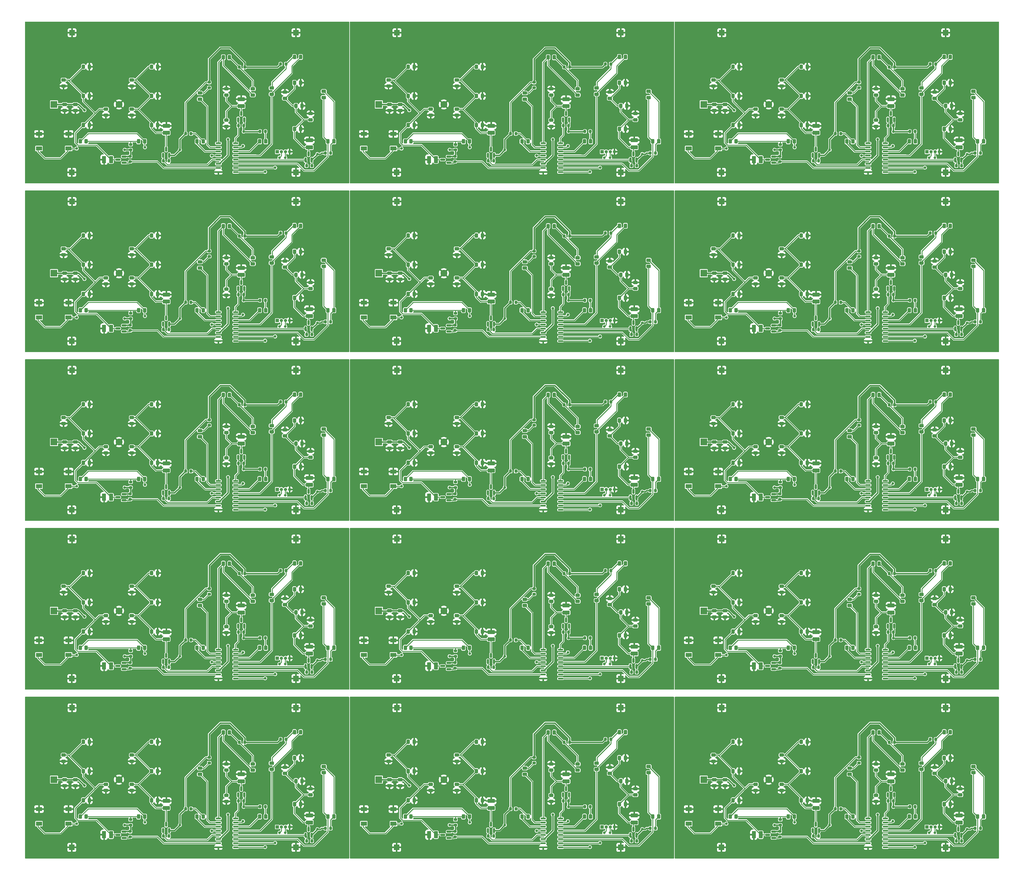
<source format=gtl>
%TF.GenerationSoftware,KiCad,Pcbnew,7.0.1-3b83917a11~171~ubuntu20.04.1*%
%TF.CreationDate,2023-10-26T02:31:41+02:00*%
%TF.ProjectId,panel_bottom,70616e65-6c5f-4626-9f74-746f6d2e6b69,rev?*%
%TF.SameCoordinates,Original*%
%TF.FileFunction,Copper,L1,Top*%
%TF.FilePolarity,Positive*%
%FSLAX46Y46*%
G04 Gerber Fmt 4.6, Leading zero omitted, Abs format (unit mm)*
G04 Created by KiCad (PCBNEW 7.0.1-3b83917a11~171~ubuntu20.04.1) date 2023-10-26 02:31:41*
%MOMM*%
%LPD*%
G01*
G04 APERTURE LIST*
G04 Aperture macros list*
%AMRoundRect*
0 Rectangle with rounded corners*
0 $1 Rounding radius*
0 $2 $3 $4 $5 $6 $7 $8 $9 X,Y pos of 4 corners*
0 Add a 4 corners polygon primitive as box body*
4,1,4,$2,$3,$4,$5,$6,$7,$8,$9,$2,$3,0*
0 Add four circle primitives for the rounded corners*
1,1,$1+$1,$2,$3*
1,1,$1+$1,$4,$5*
1,1,$1+$1,$6,$7*
1,1,$1+$1,$8,$9*
0 Add four rect primitives between the rounded corners*
20,1,$1+$1,$2,$3,$4,$5,0*
20,1,$1+$1,$4,$5,$6,$7,0*
20,1,$1+$1,$6,$7,$8,$9,0*
20,1,$1+$1,$8,$9,$2,$3,0*%
G04 Aperture macros list end*
%TA.AperFunction,SMDPad,CuDef*%
%ADD10RoundRect,0.243750X0.456250X-0.243750X0.456250X0.243750X-0.456250X0.243750X-0.456250X-0.243750X0*%
%TD*%
%TA.AperFunction,SMDPad,CuDef*%
%ADD11RoundRect,0.250000X0.850000X-0.375000X0.850000X0.375000X-0.850000X0.375000X-0.850000X-0.375000X0*%
%TD*%
%TA.AperFunction,SMDPad,CuDef*%
%ADD12RoundRect,0.243750X-0.243750X-0.456250X0.243750X-0.456250X0.243750X0.456250X-0.243750X0.456250X0*%
%TD*%
%TA.AperFunction,SMDPad,CuDef*%
%ADD13RoundRect,0.150000X0.150000X-0.587500X0.150000X0.587500X-0.150000X0.587500X-0.150000X-0.587500X0*%
%TD*%
%TA.AperFunction,ComponentPad*%
%ADD14R,1.700000X1.700000*%
%TD*%
%TA.AperFunction,SMDPad,CuDef*%
%ADD15RoundRect,0.243750X0.243750X0.456250X-0.243750X0.456250X-0.243750X-0.456250X0.243750X-0.456250X0*%
%TD*%
%TA.AperFunction,SMDPad,CuDef*%
%ADD16RoundRect,0.243750X-0.456250X0.243750X-0.456250X-0.243750X0.456250X-0.243750X0.456250X0.243750X0*%
%TD*%
%TA.AperFunction,SMDPad,CuDef*%
%ADD17RoundRect,0.200000X0.275000X-0.200000X0.275000X0.200000X-0.275000X0.200000X-0.275000X-0.200000X0*%
%TD*%
%TA.AperFunction,ComponentPad*%
%ADD18R,2.100000X2.100000*%
%TD*%
%TA.AperFunction,ComponentPad*%
%ADD19C,2.100000*%
%TD*%
%TA.AperFunction,SMDPad,CuDef*%
%ADD20RoundRect,0.200000X0.200000X0.275000X-0.200000X0.275000X-0.200000X-0.275000X0.200000X-0.275000X0*%
%TD*%
%TA.AperFunction,SMDPad,CuDef*%
%ADD21RoundRect,0.250000X-0.475000X0.250000X-0.475000X-0.250000X0.475000X-0.250000X0.475000X0.250000X0*%
%TD*%
%TA.AperFunction,SMDPad,CuDef*%
%ADD22R,1.900000X1.300000*%
%TD*%
%TA.AperFunction,SMDPad,CuDef*%
%ADD23RoundRect,0.200000X-0.275000X0.200000X-0.275000X-0.200000X0.275000X-0.200000X0.275000X0.200000X0*%
%TD*%
%TA.AperFunction,SMDPad,CuDef*%
%ADD24RoundRect,0.250000X0.375000X0.850000X-0.375000X0.850000X-0.375000X-0.850000X0.375000X-0.850000X0*%
%TD*%
%TA.AperFunction,SMDPad,CuDef*%
%ADD25RoundRect,0.137500X-0.662500X-0.137500X0.662500X-0.137500X0.662500X0.137500X-0.662500X0.137500X0*%
%TD*%
%TA.AperFunction,SMDPad,CuDef*%
%ADD26RoundRect,0.150000X0.587500X0.150000X-0.587500X0.150000X-0.587500X-0.150000X0.587500X-0.150000X0*%
%TD*%
%TA.AperFunction,SMDPad,CuDef*%
%ADD27RoundRect,0.200000X-0.200000X-0.275000X0.200000X-0.275000X0.200000X0.275000X-0.200000X0.275000X0*%
%TD*%
%TA.AperFunction,ComponentPad*%
%ADD28R,1.000000X1.000000*%
%TD*%
%TA.AperFunction,ComponentPad*%
%ADD29O,1.000000X1.000000*%
%TD*%
%TA.AperFunction,ViaPad*%
%ADD30C,0.800000*%
%TD*%
%TA.AperFunction,Conductor*%
%ADD31C,0.250000*%
%TD*%
%TA.AperFunction,Conductor*%
%ADD32C,0.254000*%
%TD*%
%TA.AperFunction,Conductor*%
%ADD33C,0.381000*%
%TD*%
G04 APERTURE END LIST*
D10*
%TO.P,D21,1,K*%
%TO.N,Board_0-Net-(D12-K)*%
X60792000Y-42695500D03*
%TO.P,D21,2,A*%
%TO.N,Board_0-GND*%
X60792000Y-40820500D03*
%TD*%
%TO.P,D21,1,K*%
%TO.N,Board_1-Net-(D12-K)*%
X160792000Y-42695500D03*
%TO.P,D21,2,A*%
%TO.N,Board_1-GND*%
X160792000Y-40820500D03*
%TD*%
%TO.P,D21,1,K*%
%TO.N,Board_2-Net-(D12-K)*%
X260792000Y-42695500D03*
%TO.P,D21,2,A*%
%TO.N,Board_2-GND*%
X260792000Y-40820500D03*
%TD*%
%TO.P,D21,1,K*%
%TO.N,Board_3-Net-(D12-K)*%
X60792000Y-94695500D03*
%TO.P,D21,2,A*%
%TO.N,Board_3-GND*%
X60792000Y-92820500D03*
%TD*%
%TO.P,D21,1,K*%
%TO.N,Board_4-Net-(D12-K)*%
X160792000Y-94695500D03*
%TO.P,D21,2,A*%
%TO.N,Board_4-GND*%
X160792000Y-92820500D03*
%TD*%
%TO.P,D21,1,K*%
%TO.N,Board_5-Net-(D12-K)*%
X260792000Y-94695500D03*
%TO.P,D21,2,A*%
%TO.N,Board_5-GND*%
X260792000Y-92820500D03*
%TD*%
%TO.P,D21,1,K*%
%TO.N,Board_6-Net-(D12-K)*%
X60792000Y-146695500D03*
%TO.P,D21,2,A*%
%TO.N,Board_6-GND*%
X60792000Y-144820500D03*
%TD*%
%TO.P,D21,1,K*%
%TO.N,Board_7-Net-(D12-K)*%
X160792000Y-146695500D03*
%TO.P,D21,2,A*%
%TO.N,Board_7-GND*%
X160792000Y-144820500D03*
%TD*%
%TO.P,D21,1,K*%
%TO.N,Board_8-Net-(D12-K)*%
X260792000Y-146695500D03*
%TO.P,D21,2,A*%
%TO.N,Board_8-GND*%
X260792000Y-144820500D03*
%TD*%
%TO.P,D21,1,K*%
%TO.N,Board_9-Net-(D12-K)*%
X60792000Y-198695500D03*
%TO.P,D21,2,A*%
%TO.N,Board_9-GND*%
X60792000Y-196820500D03*
%TD*%
%TO.P,D21,1,K*%
%TO.N,Board_10-Net-(D12-K)*%
X160792000Y-198695500D03*
%TO.P,D21,2,A*%
%TO.N,Board_10-GND*%
X160792000Y-196820500D03*
%TD*%
%TO.P,D21,1,K*%
%TO.N,Board_11-Net-(D12-K)*%
X260792000Y-198695500D03*
%TO.P,D21,2,A*%
%TO.N,Board_11-GND*%
X260792000Y-196820500D03*
%TD*%
%TO.P,D21,1,K*%
%TO.N,Board_12-Net-(D12-K)*%
X60792000Y-250695500D03*
%TO.P,D21,2,A*%
%TO.N,Board_12-GND*%
X60792000Y-248820500D03*
%TD*%
%TO.P,D21,1,K*%
%TO.N,Board_13-Net-(D12-K)*%
X160792000Y-250695500D03*
%TO.P,D21,2,A*%
%TO.N,Board_13-GND*%
X160792000Y-248820500D03*
%TD*%
%TO.P,D21,1,K*%
%TO.N,Board_14-Net-(D12-K)*%
X260792000Y-250695500D03*
%TO.P,D21,2,A*%
%TO.N,Board_14-GND*%
X260792000Y-248820500D03*
%TD*%
D11*
%TO.P,L2,1,1*%
%TO.N,Board_0-Net-(D25-K)*%
X86354000Y-58811000D03*
%TO.P,L2,2,2*%
%TO.N,Board_0-GND*%
X86354000Y-56661000D03*
%TD*%
%TO.P,L2,1,1*%
%TO.N,Board_1-Net-(D25-K)*%
X186354000Y-58811000D03*
%TO.P,L2,2,2*%
%TO.N,Board_1-GND*%
X186354000Y-56661000D03*
%TD*%
%TO.P,L2,1,1*%
%TO.N,Board_2-Net-(D25-K)*%
X286354000Y-58811000D03*
%TO.P,L2,2,2*%
%TO.N,Board_2-GND*%
X286354000Y-56661000D03*
%TD*%
%TO.P,L2,1,1*%
%TO.N,Board_3-Net-(D25-K)*%
X86354000Y-110811000D03*
%TO.P,L2,2,2*%
%TO.N,Board_3-GND*%
X86354000Y-108661000D03*
%TD*%
%TO.P,L2,1,1*%
%TO.N,Board_4-Net-(D25-K)*%
X186354000Y-110811000D03*
%TO.P,L2,2,2*%
%TO.N,Board_4-GND*%
X186354000Y-108661000D03*
%TD*%
%TO.P,L2,1,1*%
%TO.N,Board_5-Net-(D25-K)*%
X286354000Y-110811000D03*
%TO.P,L2,2,2*%
%TO.N,Board_5-GND*%
X286354000Y-108661000D03*
%TD*%
%TO.P,L2,1,1*%
%TO.N,Board_6-Net-(D25-K)*%
X86354000Y-162811000D03*
%TO.P,L2,2,2*%
%TO.N,Board_6-GND*%
X86354000Y-160661000D03*
%TD*%
%TO.P,L2,1,1*%
%TO.N,Board_7-Net-(D25-K)*%
X186354000Y-162811000D03*
%TO.P,L2,2,2*%
%TO.N,Board_7-GND*%
X186354000Y-160661000D03*
%TD*%
%TO.P,L2,1,1*%
%TO.N,Board_8-Net-(D25-K)*%
X286354000Y-162811000D03*
%TO.P,L2,2,2*%
%TO.N,Board_8-GND*%
X286354000Y-160661000D03*
%TD*%
%TO.P,L2,1,1*%
%TO.N,Board_9-Net-(D25-K)*%
X86354000Y-214811000D03*
%TO.P,L2,2,2*%
%TO.N,Board_9-GND*%
X86354000Y-212661000D03*
%TD*%
%TO.P,L2,1,1*%
%TO.N,Board_10-Net-(D25-K)*%
X186354000Y-214811000D03*
%TO.P,L2,2,2*%
%TO.N,Board_10-GND*%
X186354000Y-212661000D03*
%TD*%
%TO.P,L2,1,1*%
%TO.N,Board_11-Net-(D25-K)*%
X286354000Y-214811000D03*
%TO.P,L2,2,2*%
%TO.N,Board_11-GND*%
X286354000Y-212661000D03*
%TD*%
%TO.P,L2,1,1*%
%TO.N,Board_12-Net-(D25-K)*%
X86354000Y-266811000D03*
%TO.P,L2,2,2*%
%TO.N,Board_12-GND*%
X86354000Y-264661000D03*
%TD*%
%TO.P,L2,1,1*%
%TO.N,Board_13-Net-(D25-K)*%
X186354000Y-266811000D03*
%TO.P,L2,2,2*%
%TO.N,Board_13-GND*%
X186354000Y-264661000D03*
%TD*%
%TO.P,L2,1,1*%
%TO.N,Board_14-Net-(D25-K)*%
X286354000Y-266811000D03*
%TO.P,L2,2,2*%
%TO.N,Board_14-GND*%
X286354000Y-264661000D03*
%TD*%
D12*
%TO.P,D22,1,K*%
%TO.N,Board_0-/LED_EN_M7*%
X92034000Y-56998000D03*
%TO.P,D22,2,A*%
%TO.N,Board_0-Net-(D20-A)*%
X93909000Y-56998000D03*
%TD*%
%TO.P,D22,1,K*%
%TO.N,Board_1-/LED_EN_M7*%
X192034000Y-56998000D03*
%TO.P,D22,2,A*%
%TO.N,Board_1-Net-(D20-A)*%
X193909000Y-56998000D03*
%TD*%
%TO.P,D22,1,K*%
%TO.N,Board_2-/LED_EN_M7*%
X292034000Y-56998000D03*
%TO.P,D22,2,A*%
%TO.N,Board_2-Net-(D20-A)*%
X293909000Y-56998000D03*
%TD*%
%TO.P,D22,1,K*%
%TO.N,Board_3-/LED_EN_M7*%
X92034000Y-108998000D03*
%TO.P,D22,2,A*%
%TO.N,Board_3-Net-(D20-A)*%
X93909000Y-108998000D03*
%TD*%
%TO.P,D22,1,K*%
%TO.N,Board_4-/LED_EN_M7*%
X192034000Y-108998000D03*
%TO.P,D22,2,A*%
%TO.N,Board_4-Net-(D20-A)*%
X193909000Y-108998000D03*
%TD*%
%TO.P,D22,1,K*%
%TO.N,Board_5-/LED_EN_M7*%
X292034000Y-108998000D03*
%TO.P,D22,2,A*%
%TO.N,Board_5-Net-(D20-A)*%
X293909000Y-108998000D03*
%TD*%
%TO.P,D22,1,K*%
%TO.N,Board_6-/LED_EN_M7*%
X92034000Y-160998000D03*
%TO.P,D22,2,A*%
%TO.N,Board_6-Net-(D20-A)*%
X93909000Y-160998000D03*
%TD*%
%TO.P,D22,1,K*%
%TO.N,Board_7-/LED_EN_M7*%
X192034000Y-160998000D03*
%TO.P,D22,2,A*%
%TO.N,Board_7-Net-(D20-A)*%
X193909000Y-160998000D03*
%TD*%
%TO.P,D22,1,K*%
%TO.N,Board_8-/LED_EN_M7*%
X292034000Y-160998000D03*
%TO.P,D22,2,A*%
%TO.N,Board_8-Net-(D20-A)*%
X293909000Y-160998000D03*
%TD*%
%TO.P,D22,1,K*%
%TO.N,Board_9-/LED_EN_M7*%
X92034000Y-212998000D03*
%TO.P,D22,2,A*%
%TO.N,Board_9-Net-(D20-A)*%
X93909000Y-212998000D03*
%TD*%
%TO.P,D22,1,K*%
%TO.N,Board_10-/LED_EN_M7*%
X192034000Y-212998000D03*
%TO.P,D22,2,A*%
%TO.N,Board_10-Net-(D20-A)*%
X193909000Y-212998000D03*
%TD*%
%TO.P,D22,1,K*%
%TO.N,Board_11-/LED_EN_M7*%
X292034000Y-212998000D03*
%TO.P,D22,2,A*%
%TO.N,Board_11-Net-(D20-A)*%
X293909000Y-212998000D03*
%TD*%
%TO.P,D22,1,K*%
%TO.N,Board_12-/LED_EN_M7*%
X92034000Y-264998000D03*
%TO.P,D22,2,A*%
%TO.N,Board_12-Net-(D20-A)*%
X93909000Y-264998000D03*
%TD*%
%TO.P,D22,1,K*%
%TO.N,Board_13-/LED_EN_M7*%
X192034000Y-264998000D03*
%TO.P,D22,2,A*%
%TO.N,Board_13-Net-(D20-A)*%
X193909000Y-264998000D03*
%TD*%
%TO.P,D22,1,K*%
%TO.N,Board_14-/LED_EN_M7*%
X292034000Y-264998000D03*
%TO.P,D22,2,A*%
%TO.N,Board_14-Net-(D20-A)*%
X293909000Y-264998000D03*
%TD*%
D11*
%TO.P,L5,1,1*%
%TO.N,Board_0-Net-(D10-K)*%
X42300000Y-54350000D03*
%TO.P,L5,2,2*%
%TO.N,Board_0-GND*%
X42300000Y-52200000D03*
%TD*%
%TO.P,L5,1,1*%
%TO.N,Board_1-Net-(D10-K)*%
X142300000Y-54350000D03*
%TO.P,L5,2,2*%
%TO.N,Board_1-GND*%
X142300000Y-52200000D03*
%TD*%
%TO.P,L5,1,1*%
%TO.N,Board_2-Net-(D10-K)*%
X242300000Y-54350000D03*
%TO.P,L5,2,2*%
%TO.N,Board_2-GND*%
X242300000Y-52200000D03*
%TD*%
%TO.P,L5,1,1*%
%TO.N,Board_3-Net-(D10-K)*%
X42300000Y-106350000D03*
%TO.P,L5,2,2*%
%TO.N,Board_3-GND*%
X42300000Y-104200000D03*
%TD*%
%TO.P,L5,1,1*%
%TO.N,Board_4-Net-(D10-K)*%
X142300000Y-106350000D03*
%TO.P,L5,2,2*%
%TO.N,Board_4-GND*%
X142300000Y-104200000D03*
%TD*%
%TO.P,L5,1,1*%
%TO.N,Board_5-Net-(D10-K)*%
X242300000Y-106350000D03*
%TO.P,L5,2,2*%
%TO.N,Board_5-GND*%
X242300000Y-104200000D03*
%TD*%
%TO.P,L5,1,1*%
%TO.N,Board_6-Net-(D10-K)*%
X42300000Y-158350000D03*
%TO.P,L5,2,2*%
%TO.N,Board_6-GND*%
X42300000Y-156200000D03*
%TD*%
%TO.P,L5,1,1*%
%TO.N,Board_7-Net-(D10-K)*%
X142300000Y-158350000D03*
%TO.P,L5,2,2*%
%TO.N,Board_7-GND*%
X142300000Y-156200000D03*
%TD*%
%TO.P,L5,1,1*%
%TO.N,Board_8-Net-(D10-K)*%
X242300000Y-158350000D03*
%TO.P,L5,2,2*%
%TO.N,Board_8-GND*%
X242300000Y-156200000D03*
%TD*%
%TO.P,L5,1,1*%
%TO.N,Board_9-Net-(D10-K)*%
X42300000Y-210350000D03*
%TO.P,L5,2,2*%
%TO.N,Board_9-GND*%
X42300000Y-208200000D03*
%TD*%
%TO.P,L5,1,1*%
%TO.N,Board_10-Net-(D10-K)*%
X142300000Y-210350000D03*
%TO.P,L5,2,2*%
%TO.N,Board_10-GND*%
X142300000Y-208200000D03*
%TD*%
%TO.P,L5,1,1*%
%TO.N,Board_11-Net-(D10-K)*%
X242300000Y-210350000D03*
%TO.P,L5,2,2*%
%TO.N,Board_11-GND*%
X242300000Y-208200000D03*
%TD*%
%TO.P,L5,1,1*%
%TO.N,Board_12-Net-(D10-K)*%
X42300000Y-262350000D03*
%TO.P,L5,2,2*%
%TO.N,Board_12-GND*%
X42300000Y-260200000D03*
%TD*%
%TO.P,L5,1,1*%
%TO.N,Board_13-Net-(D10-K)*%
X142300000Y-262350000D03*
%TO.P,L5,2,2*%
%TO.N,Board_13-GND*%
X142300000Y-260200000D03*
%TD*%
%TO.P,L5,1,1*%
%TO.N,Board_14-Net-(D10-K)*%
X242300000Y-262350000D03*
%TO.P,L5,2,2*%
%TO.N,Board_14-GND*%
X242300000Y-260200000D03*
%TD*%
D13*
%TO.P,Q2,1,G*%
%TO.N,Board_0-/LED_EN_E*%
X41300000Y-61275000D03*
%TO.P,Q2,2,S*%
%TO.N,Board_0-VCC*%
X43200000Y-61275000D03*
%TO.P,Q2,3,D*%
%TO.N,Board_0-Net-(D10-K)*%
X42250000Y-59400000D03*
%TD*%
%TO.P,Q2,1,G*%
%TO.N,Board_1-/LED_EN_E*%
X141300000Y-61275000D03*
%TO.P,Q2,2,S*%
%TO.N,Board_1-VCC*%
X143200000Y-61275000D03*
%TO.P,Q2,3,D*%
%TO.N,Board_1-Net-(D10-K)*%
X142250000Y-59400000D03*
%TD*%
%TO.P,Q2,1,G*%
%TO.N,Board_2-/LED_EN_E*%
X241300000Y-61275000D03*
%TO.P,Q2,2,S*%
%TO.N,Board_2-VCC*%
X243200000Y-61275000D03*
%TO.P,Q2,3,D*%
%TO.N,Board_2-Net-(D10-K)*%
X242250000Y-59400000D03*
%TD*%
%TO.P,Q2,1,G*%
%TO.N,Board_3-/LED_EN_E*%
X41300000Y-113275000D03*
%TO.P,Q2,2,S*%
%TO.N,Board_3-VCC*%
X43200000Y-113275000D03*
%TO.P,Q2,3,D*%
%TO.N,Board_3-Net-(D10-K)*%
X42250000Y-111400000D03*
%TD*%
%TO.P,Q2,1,G*%
%TO.N,Board_4-/LED_EN_E*%
X141300000Y-113275000D03*
%TO.P,Q2,2,S*%
%TO.N,Board_4-VCC*%
X143200000Y-113275000D03*
%TO.P,Q2,3,D*%
%TO.N,Board_4-Net-(D10-K)*%
X142250000Y-111400000D03*
%TD*%
%TO.P,Q2,1,G*%
%TO.N,Board_5-/LED_EN_E*%
X241300000Y-113275000D03*
%TO.P,Q2,2,S*%
%TO.N,Board_5-VCC*%
X243200000Y-113275000D03*
%TO.P,Q2,3,D*%
%TO.N,Board_5-Net-(D10-K)*%
X242250000Y-111400000D03*
%TD*%
%TO.P,Q2,1,G*%
%TO.N,Board_6-/LED_EN_E*%
X41300000Y-165275000D03*
%TO.P,Q2,2,S*%
%TO.N,Board_6-VCC*%
X43200000Y-165275000D03*
%TO.P,Q2,3,D*%
%TO.N,Board_6-Net-(D10-K)*%
X42250000Y-163400000D03*
%TD*%
%TO.P,Q2,1,G*%
%TO.N,Board_7-/LED_EN_E*%
X141300000Y-165275000D03*
%TO.P,Q2,2,S*%
%TO.N,Board_7-VCC*%
X143200000Y-165275000D03*
%TO.P,Q2,3,D*%
%TO.N,Board_7-Net-(D10-K)*%
X142250000Y-163400000D03*
%TD*%
%TO.P,Q2,1,G*%
%TO.N,Board_8-/LED_EN_E*%
X241300000Y-165275000D03*
%TO.P,Q2,2,S*%
%TO.N,Board_8-VCC*%
X243200000Y-165275000D03*
%TO.P,Q2,3,D*%
%TO.N,Board_8-Net-(D10-K)*%
X242250000Y-163400000D03*
%TD*%
%TO.P,Q2,1,G*%
%TO.N,Board_9-/LED_EN_E*%
X41300000Y-217275000D03*
%TO.P,Q2,2,S*%
%TO.N,Board_9-VCC*%
X43200000Y-217275000D03*
%TO.P,Q2,3,D*%
%TO.N,Board_9-Net-(D10-K)*%
X42250000Y-215400000D03*
%TD*%
%TO.P,Q2,1,G*%
%TO.N,Board_10-/LED_EN_E*%
X141300000Y-217275000D03*
%TO.P,Q2,2,S*%
%TO.N,Board_10-VCC*%
X143200000Y-217275000D03*
%TO.P,Q2,3,D*%
%TO.N,Board_10-Net-(D10-K)*%
X142250000Y-215400000D03*
%TD*%
%TO.P,Q2,1,G*%
%TO.N,Board_11-/LED_EN_E*%
X241300000Y-217275000D03*
%TO.P,Q2,2,S*%
%TO.N,Board_11-VCC*%
X243200000Y-217275000D03*
%TO.P,Q2,3,D*%
%TO.N,Board_11-Net-(D10-K)*%
X242250000Y-215400000D03*
%TD*%
%TO.P,Q2,1,G*%
%TO.N,Board_12-/LED_EN_E*%
X41300000Y-269275000D03*
%TO.P,Q2,2,S*%
%TO.N,Board_12-VCC*%
X43200000Y-269275000D03*
%TO.P,Q2,3,D*%
%TO.N,Board_12-Net-(D10-K)*%
X42250000Y-267400000D03*
%TD*%
%TO.P,Q2,1,G*%
%TO.N,Board_13-/LED_EN_E*%
X141300000Y-269275000D03*
%TO.P,Q2,2,S*%
%TO.N,Board_13-VCC*%
X143200000Y-269275000D03*
%TO.P,Q2,3,D*%
%TO.N,Board_13-Net-(D10-K)*%
X142250000Y-267400000D03*
%TD*%
%TO.P,Q2,1,G*%
%TO.N,Board_14-/LED_EN_E*%
X241300000Y-269275000D03*
%TO.P,Q2,2,S*%
%TO.N,Board_14-VCC*%
X243200000Y-269275000D03*
%TO.P,Q2,3,D*%
%TO.N,Board_14-Net-(D10-K)*%
X242250000Y-267400000D03*
%TD*%
D14*
%TO.P,J3,1,Pin_1*%
%TO.N,Board_11-GND*%
X213300000Y-179500000D03*
%TD*%
%TO.P,J3,1,Pin_1*%
%TO.N,Board_12-GND*%
X13300000Y-231500000D03*
%TD*%
%TO.P,J3,1,Pin_1*%
%TO.N,Board_13-GND*%
X113300000Y-231500000D03*
%TD*%
%TO.P,J3,1,Pin_1*%
%TO.N,Board_14-GND*%
X213300000Y-231500000D03*
%TD*%
%TO.P,J3,1,Pin_1*%
%TO.N,Board_0-GND*%
X13300000Y-23500000D03*
%TD*%
%TO.P,J3,1,Pin_1*%
%TO.N,Board_1-GND*%
X113300000Y-23500000D03*
%TD*%
%TO.P,J3,1,Pin_1*%
%TO.N,Board_2-GND*%
X213300000Y-23500000D03*
%TD*%
%TO.P,J3,1,Pin_1*%
%TO.N,Board_3-GND*%
X13300000Y-75500000D03*
%TD*%
%TO.P,J3,1,Pin_1*%
%TO.N,Board_4-GND*%
X113300000Y-75500000D03*
%TD*%
%TO.P,J3,1,Pin_1*%
%TO.N,Board_5-GND*%
X213300000Y-75500000D03*
%TD*%
%TO.P,J3,1,Pin_1*%
%TO.N,Board_6-GND*%
X13300000Y-127500000D03*
%TD*%
%TO.P,J3,1,Pin_1*%
%TO.N,Board_7-GND*%
X113300000Y-127500000D03*
%TD*%
%TO.P,J3,1,Pin_1*%
%TO.N,Board_8-GND*%
X213300000Y-127500000D03*
%TD*%
%TO.P,J3,1,Pin_1*%
%TO.N,Board_9-GND*%
X13300000Y-179500000D03*
%TD*%
%TO.P,J3,1,Pin_1*%
%TO.N,Board_10-GND*%
X113300000Y-179500000D03*
%TD*%
D12*
%TO.P,D5,1,K*%
%TO.N,Board_0-Net-(D1-K)*%
X16762500Y-52000000D03*
%TO.P,D5,2,A*%
%TO.N,Board_0-GND*%
X18637500Y-52000000D03*
%TD*%
%TO.P,D5,1,K*%
%TO.N,Board_1-Net-(D1-K)*%
X116762500Y-52000000D03*
%TO.P,D5,2,A*%
%TO.N,Board_1-GND*%
X118637500Y-52000000D03*
%TD*%
%TO.P,D5,1,K*%
%TO.N,Board_2-Net-(D1-K)*%
X216762500Y-52000000D03*
%TO.P,D5,2,A*%
%TO.N,Board_2-GND*%
X218637500Y-52000000D03*
%TD*%
%TO.P,D5,1,K*%
%TO.N,Board_3-Net-(D1-K)*%
X16762500Y-104000000D03*
%TO.P,D5,2,A*%
%TO.N,Board_3-GND*%
X18637500Y-104000000D03*
%TD*%
%TO.P,D5,1,K*%
%TO.N,Board_4-Net-(D1-K)*%
X116762500Y-104000000D03*
%TO.P,D5,2,A*%
%TO.N,Board_4-GND*%
X118637500Y-104000000D03*
%TD*%
%TO.P,D5,1,K*%
%TO.N,Board_5-Net-(D1-K)*%
X216762500Y-104000000D03*
%TO.P,D5,2,A*%
%TO.N,Board_5-GND*%
X218637500Y-104000000D03*
%TD*%
%TO.P,D5,1,K*%
%TO.N,Board_6-Net-(D1-K)*%
X16762500Y-156000000D03*
%TO.P,D5,2,A*%
%TO.N,Board_6-GND*%
X18637500Y-156000000D03*
%TD*%
%TO.P,D5,1,K*%
%TO.N,Board_7-Net-(D1-K)*%
X116762500Y-156000000D03*
%TO.P,D5,2,A*%
%TO.N,Board_7-GND*%
X118637500Y-156000000D03*
%TD*%
%TO.P,D5,1,K*%
%TO.N,Board_8-Net-(D1-K)*%
X216762500Y-156000000D03*
%TO.P,D5,2,A*%
%TO.N,Board_8-GND*%
X218637500Y-156000000D03*
%TD*%
%TO.P,D5,1,K*%
%TO.N,Board_9-Net-(D1-K)*%
X16762500Y-208000000D03*
%TO.P,D5,2,A*%
%TO.N,Board_9-GND*%
X18637500Y-208000000D03*
%TD*%
%TO.P,D5,1,K*%
%TO.N,Board_10-Net-(D1-K)*%
X116762500Y-208000000D03*
%TO.P,D5,2,A*%
%TO.N,Board_10-GND*%
X118637500Y-208000000D03*
%TD*%
%TO.P,D5,1,K*%
%TO.N,Board_11-Net-(D1-K)*%
X216762500Y-208000000D03*
%TO.P,D5,2,A*%
%TO.N,Board_11-GND*%
X218637500Y-208000000D03*
%TD*%
%TO.P,D5,1,K*%
%TO.N,Board_12-Net-(D1-K)*%
X16762500Y-260000000D03*
%TO.P,D5,2,A*%
%TO.N,Board_12-GND*%
X18637500Y-260000000D03*
%TD*%
%TO.P,D5,1,K*%
%TO.N,Board_13-Net-(D1-K)*%
X116762500Y-260000000D03*
%TO.P,D5,2,A*%
%TO.N,Board_13-GND*%
X118637500Y-260000000D03*
%TD*%
%TO.P,D5,1,K*%
%TO.N,Board_14-Net-(D1-K)*%
X216762500Y-260000000D03*
%TO.P,D5,2,A*%
%TO.N,Board_14-GND*%
X218637500Y-260000000D03*
%TD*%
D15*
%TO.P,D13,1,K*%
%TO.N,Board_0-/LED_EN_M1*%
X35637500Y-57000000D03*
%TO.P,D13,2,A*%
%TO.N,Board_0-Net-(D11-A)*%
X33762500Y-57000000D03*
%TD*%
%TO.P,D13,1,K*%
%TO.N,Board_1-/LED_EN_M1*%
X135637500Y-57000000D03*
%TO.P,D13,2,A*%
%TO.N,Board_1-Net-(D11-A)*%
X133762500Y-57000000D03*
%TD*%
%TO.P,D13,1,K*%
%TO.N,Board_2-/LED_EN_M1*%
X235637500Y-57000000D03*
%TO.P,D13,2,A*%
%TO.N,Board_2-Net-(D11-A)*%
X233762500Y-57000000D03*
%TD*%
%TO.P,D13,1,K*%
%TO.N,Board_3-/LED_EN_M1*%
X35637500Y-109000000D03*
%TO.P,D13,2,A*%
%TO.N,Board_3-Net-(D11-A)*%
X33762500Y-109000000D03*
%TD*%
%TO.P,D13,1,K*%
%TO.N,Board_4-/LED_EN_M1*%
X135637500Y-109000000D03*
%TO.P,D13,2,A*%
%TO.N,Board_4-Net-(D11-A)*%
X133762500Y-109000000D03*
%TD*%
%TO.P,D13,1,K*%
%TO.N,Board_5-/LED_EN_M1*%
X235637500Y-109000000D03*
%TO.P,D13,2,A*%
%TO.N,Board_5-Net-(D11-A)*%
X233762500Y-109000000D03*
%TD*%
%TO.P,D13,1,K*%
%TO.N,Board_6-/LED_EN_M1*%
X35637500Y-161000000D03*
%TO.P,D13,2,A*%
%TO.N,Board_6-Net-(D11-A)*%
X33762500Y-161000000D03*
%TD*%
%TO.P,D13,1,K*%
%TO.N,Board_7-/LED_EN_M1*%
X135637500Y-161000000D03*
%TO.P,D13,2,A*%
%TO.N,Board_7-Net-(D11-A)*%
X133762500Y-161000000D03*
%TD*%
%TO.P,D13,1,K*%
%TO.N,Board_8-/LED_EN_M1*%
X235637500Y-161000000D03*
%TO.P,D13,2,A*%
%TO.N,Board_8-Net-(D11-A)*%
X233762500Y-161000000D03*
%TD*%
%TO.P,D13,1,K*%
%TO.N,Board_9-/LED_EN_M1*%
X35637500Y-213000000D03*
%TO.P,D13,2,A*%
%TO.N,Board_9-Net-(D11-A)*%
X33762500Y-213000000D03*
%TD*%
%TO.P,D13,1,K*%
%TO.N,Board_10-/LED_EN_M1*%
X135637500Y-213000000D03*
%TO.P,D13,2,A*%
%TO.N,Board_10-Net-(D11-A)*%
X133762500Y-213000000D03*
%TD*%
%TO.P,D13,1,K*%
%TO.N,Board_11-/LED_EN_M1*%
X235637500Y-213000000D03*
%TO.P,D13,2,A*%
%TO.N,Board_11-Net-(D11-A)*%
X233762500Y-213000000D03*
%TD*%
%TO.P,D13,1,K*%
%TO.N,Board_12-/LED_EN_M1*%
X35637500Y-265000000D03*
%TO.P,D13,2,A*%
%TO.N,Board_12-Net-(D11-A)*%
X33762500Y-265000000D03*
%TD*%
%TO.P,D13,1,K*%
%TO.N,Board_13-/LED_EN_M1*%
X135637500Y-265000000D03*
%TO.P,D13,2,A*%
%TO.N,Board_13-Net-(D11-A)*%
X133762500Y-265000000D03*
%TD*%
%TO.P,D13,1,K*%
%TO.N,Board_14-/LED_EN_M1*%
X235637500Y-265000000D03*
%TO.P,D13,2,A*%
%TO.N,Board_14-Net-(D11-A)*%
X233762500Y-265000000D03*
%TD*%
D10*
%TO.P,D26,1,K*%
%TO.N,Board_0-Net-(D25-K)*%
X78826000Y-43711500D03*
%TO.P,D26,2,A*%
%TO.N,Board_0-GND*%
X78826000Y-41836500D03*
%TD*%
%TO.P,D26,1,K*%
%TO.N,Board_1-Net-(D25-K)*%
X178826000Y-43711500D03*
%TO.P,D26,2,A*%
%TO.N,Board_1-GND*%
X178826000Y-41836500D03*
%TD*%
%TO.P,D26,1,K*%
%TO.N,Board_2-Net-(D25-K)*%
X278826000Y-43711500D03*
%TO.P,D26,2,A*%
%TO.N,Board_2-GND*%
X278826000Y-41836500D03*
%TD*%
%TO.P,D26,1,K*%
%TO.N,Board_3-Net-(D25-K)*%
X78826000Y-95711500D03*
%TO.P,D26,2,A*%
%TO.N,Board_3-GND*%
X78826000Y-93836500D03*
%TD*%
%TO.P,D26,1,K*%
%TO.N,Board_4-Net-(D25-K)*%
X178826000Y-95711500D03*
%TO.P,D26,2,A*%
%TO.N,Board_4-GND*%
X178826000Y-93836500D03*
%TD*%
%TO.P,D26,1,K*%
%TO.N,Board_5-Net-(D25-K)*%
X278826000Y-95711500D03*
%TO.P,D26,2,A*%
%TO.N,Board_5-GND*%
X278826000Y-93836500D03*
%TD*%
%TO.P,D26,1,K*%
%TO.N,Board_6-Net-(D25-K)*%
X78826000Y-147711500D03*
%TO.P,D26,2,A*%
%TO.N,Board_6-GND*%
X78826000Y-145836500D03*
%TD*%
%TO.P,D26,1,K*%
%TO.N,Board_7-Net-(D25-K)*%
X178826000Y-147711500D03*
%TO.P,D26,2,A*%
%TO.N,Board_7-GND*%
X178826000Y-145836500D03*
%TD*%
%TO.P,D26,1,K*%
%TO.N,Board_8-Net-(D25-K)*%
X278826000Y-147711500D03*
%TO.P,D26,2,A*%
%TO.N,Board_8-GND*%
X278826000Y-145836500D03*
%TD*%
%TO.P,D26,1,K*%
%TO.N,Board_9-Net-(D25-K)*%
X78826000Y-199711500D03*
%TO.P,D26,2,A*%
%TO.N,Board_9-GND*%
X78826000Y-197836500D03*
%TD*%
%TO.P,D26,1,K*%
%TO.N,Board_10-Net-(D25-K)*%
X178826000Y-199711500D03*
%TO.P,D26,2,A*%
%TO.N,Board_10-GND*%
X178826000Y-197836500D03*
%TD*%
%TO.P,D26,1,K*%
%TO.N,Board_11-Net-(D25-K)*%
X278826000Y-199711500D03*
%TO.P,D26,2,A*%
%TO.N,Board_11-GND*%
X278826000Y-197836500D03*
%TD*%
%TO.P,D26,1,K*%
%TO.N,Board_12-Net-(D25-K)*%
X78826000Y-251711500D03*
%TO.P,D26,2,A*%
%TO.N,Board_12-GND*%
X78826000Y-249836500D03*
%TD*%
%TO.P,D26,1,K*%
%TO.N,Board_13-Net-(D25-K)*%
X178826000Y-251711500D03*
%TO.P,D26,2,A*%
%TO.N,Board_13-GND*%
X178826000Y-249836500D03*
%TD*%
%TO.P,D26,1,K*%
%TO.N,Board_14-Net-(D25-K)*%
X278826000Y-251711500D03*
%TO.P,D26,2,A*%
%TO.N,Board_14-GND*%
X278826000Y-249836500D03*
%TD*%
D12*
%TO.P,D1,1,K*%
%TO.N,Board_0-Net-(D1-K)*%
X16762500Y-34000000D03*
%TO.P,D1,2,A*%
%TO.N,Board_0-GND*%
X18637500Y-34000000D03*
%TD*%
%TO.P,D1,1,K*%
%TO.N,Board_1-Net-(D1-K)*%
X116762500Y-34000000D03*
%TO.P,D1,2,A*%
%TO.N,Board_1-GND*%
X118637500Y-34000000D03*
%TD*%
%TO.P,D1,1,K*%
%TO.N,Board_2-Net-(D1-K)*%
X216762500Y-34000000D03*
%TO.P,D1,2,A*%
%TO.N,Board_2-GND*%
X218637500Y-34000000D03*
%TD*%
%TO.P,D1,1,K*%
%TO.N,Board_3-Net-(D1-K)*%
X16762500Y-86000000D03*
%TO.P,D1,2,A*%
%TO.N,Board_3-GND*%
X18637500Y-86000000D03*
%TD*%
%TO.P,D1,1,K*%
%TO.N,Board_4-Net-(D1-K)*%
X116762500Y-86000000D03*
%TO.P,D1,2,A*%
%TO.N,Board_4-GND*%
X118637500Y-86000000D03*
%TD*%
%TO.P,D1,1,K*%
%TO.N,Board_5-Net-(D1-K)*%
X216762500Y-86000000D03*
%TO.P,D1,2,A*%
%TO.N,Board_5-GND*%
X218637500Y-86000000D03*
%TD*%
%TO.P,D1,1,K*%
%TO.N,Board_6-Net-(D1-K)*%
X16762500Y-138000000D03*
%TO.P,D1,2,A*%
%TO.N,Board_6-GND*%
X18637500Y-138000000D03*
%TD*%
%TO.P,D1,1,K*%
%TO.N,Board_7-Net-(D1-K)*%
X116762500Y-138000000D03*
%TO.P,D1,2,A*%
%TO.N,Board_7-GND*%
X118637500Y-138000000D03*
%TD*%
%TO.P,D1,1,K*%
%TO.N,Board_8-Net-(D1-K)*%
X216762500Y-138000000D03*
%TO.P,D1,2,A*%
%TO.N,Board_8-GND*%
X218637500Y-138000000D03*
%TD*%
%TO.P,D1,1,K*%
%TO.N,Board_9-Net-(D1-K)*%
X16762500Y-190000000D03*
%TO.P,D1,2,A*%
%TO.N,Board_9-GND*%
X18637500Y-190000000D03*
%TD*%
%TO.P,D1,1,K*%
%TO.N,Board_10-Net-(D1-K)*%
X116762500Y-190000000D03*
%TO.P,D1,2,A*%
%TO.N,Board_10-GND*%
X118637500Y-190000000D03*
%TD*%
%TO.P,D1,1,K*%
%TO.N,Board_11-Net-(D1-K)*%
X216762500Y-190000000D03*
%TO.P,D1,2,A*%
%TO.N,Board_11-GND*%
X218637500Y-190000000D03*
%TD*%
%TO.P,D1,1,K*%
%TO.N,Board_12-Net-(D1-K)*%
X16762500Y-242000000D03*
%TO.P,D1,2,A*%
%TO.N,Board_12-GND*%
X18637500Y-242000000D03*
%TD*%
%TO.P,D1,1,K*%
%TO.N,Board_13-Net-(D1-K)*%
X116762500Y-242000000D03*
%TO.P,D1,2,A*%
%TO.N,Board_13-GND*%
X118637500Y-242000000D03*
%TD*%
%TO.P,D1,1,K*%
%TO.N,Board_14-Net-(D1-K)*%
X216762500Y-242000000D03*
%TO.P,D1,2,A*%
%TO.N,Board_14-GND*%
X218637500Y-242000000D03*
%TD*%
D16*
%TO.P,D2,1,K*%
%TO.N,Board_0-Net-(D1-K)*%
X10700000Y-38062500D03*
%TO.P,D2,2,A*%
%TO.N,Board_0-GND*%
X10700000Y-39937500D03*
%TD*%
%TO.P,D2,1,K*%
%TO.N,Board_1-Net-(D1-K)*%
X110700000Y-38062500D03*
%TO.P,D2,2,A*%
%TO.N,Board_1-GND*%
X110700000Y-39937500D03*
%TD*%
%TO.P,D2,1,K*%
%TO.N,Board_2-Net-(D1-K)*%
X210700000Y-38062500D03*
%TO.P,D2,2,A*%
%TO.N,Board_2-GND*%
X210700000Y-39937500D03*
%TD*%
%TO.P,D2,1,K*%
%TO.N,Board_3-Net-(D1-K)*%
X10700000Y-90062500D03*
%TO.P,D2,2,A*%
%TO.N,Board_3-GND*%
X10700000Y-91937500D03*
%TD*%
%TO.P,D2,1,K*%
%TO.N,Board_4-Net-(D1-K)*%
X110700000Y-90062500D03*
%TO.P,D2,2,A*%
%TO.N,Board_4-GND*%
X110700000Y-91937500D03*
%TD*%
%TO.P,D2,1,K*%
%TO.N,Board_5-Net-(D1-K)*%
X210700000Y-90062500D03*
%TO.P,D2,2,A*%
%TO.N,Board_5-GND*%
X210700000Y-91937500D03*
%TD*%
%TO.P,D2,1,K*%
%TO.N,Board_6-Net-(D1-K)*%
X10700000Y-142062500D03*
%TO.P,D2,2,A*%
%TO.N,Board_6-GND*%
X10700000Y-143937500D03*
%TD*%
%TO.P,D2,1,K*%
%TO.N,Board_7-Net-(D1-K)*%
X110700000Y-142062500D03*
%TO.P,D2,2,A*%
%TO.N,Board_7-GND*%
X110700000Y-143937500D03*
%TD*%
%TO.P,D2,1,K*%
%TO.N,Board_8-Net-(D1-K)*%
X210700000Y-142062500D03*
%TO.P,D2,2,A*%
%TO.N,Board_8-GND*%
X210700000Y-143937500D03*
%TD*%
%TO.P,D2,1,K*%
%TO.N,Board_9-Net-(D1-K)*%
X10700000Y-194062500D03*
%TO.P,D2,2,A*%
%TO.N,Board_9-GND*%
X10700000Y-195937500D03*
%TD*%
%TO.P,D2,1,K*%
%TO.N,Board_10-Net-(D1-K)*%
X110700000Y-194062500D03*
%TO.P,D2,2,A*%
%TO.N,Board_10-GND*%
X110700000Y-195937500D03*
%TD*%
%TO.P,D2,1,K*%
%TO.N,Board_11-Net-(D1-K)*%
X210700000Y-194062500D03*
%TO.P,D2,2,A*%
%TO.N,Board_11-GND*%
X210700000Y-195937500D03*
%TD*%
%TO.P,D2,1,K*%
%TO.N,Board_12-Net-(D1-K)*%
X10700000Y-246062500D03*
%TO.P,D2,2,A*%
%TO.N,Board_12-GND*%
X10700000Y-247937500D03*
%TD*%
%TO.P,D2,1,K*%
%TO.N,Board_13-Net-(D1-K)*%
X110700000Y-246062500D03*
%TO.P,D2,2,A*%
%TO.N,Board_13-GND*%
X110700000Y-247937500D03*
%TD*%
%TO.P,D2,1,K*%
%TO.N,Board_14-Net-(D1-K)*%
X210700000Y-246062500D03*
%TO.P,D2,2,A*%
%TO.N,Board_14-GND*%
X210700000Y-247937500D03*
%TD*%
D17*
%TO.P,R8,1*%
%TO.N,Board_0-Net-(D23-A)*%
X55500000Y-40450000D03*
%TO.P,R8,2*%
%TO.N,Board_0-VCC*%
X55500000Y-38800000D03*
%TD*%
%TO.P,R8,1*%
%TO.N,Board_1-Net-(D23-A)*%
X155500000Y-40450000D03*
%TO.P,R8,2*%
%TO.N,Board_1-VCC*%
X155500000Y-38800000D03*
%TD*%
%TO.P,R8,1*%
%TO.N,Board_2-Net-(D23-A)*%
X255500000Y-40450000D03*
%TO.P,R8,2*%
%TO.N,Board_2-VCC*%
X255500000Y-38800000D03*
%TD*%
%TO.P,R8,1*%
%TO.N,Board_3-Net-(D23-A)*%
X55500000Y-92450000D03*
%TO.P,R8,2*%
%TO.N,Board_3-VCC*%
X55500000Y-90800000D03*
%TD*%
%TO.P,R8,1*%
%TO.N,Board_4-Net-(D23-A)*%
X155500000Y-92450000D03*
%TO.P,R8,2*%
%TO.N,Board_4-VCC*%
X155500000Y-90800000D03*
%TD*%
%TO.P,R8,1*%
%TO.N,Board_5-Net-(D23-A)*%
X255500000Y-92450000D03*
%TO.P,R8,2*%
%TO.N,Board_5-VCC*%
X255500000Y-90800000D03*
%TD*%
%TO.P,R8,1*%
%TO.N,Board_6-Net-(D23-A)*%
X55500000Y-144450000D03*
%TO.P,R8,2*%
%TO.N,Board_6-VCC*%
X55500000Y-142800000D03*
%TD*%
%TO.P,R8,1*%
%TO.N,Board_7-Net-(D23-A)*%
X155500000Y-144450000D03*
%TO.P,R8,2*%
%TO.N,Board_7-VCC*%
X155500000Y-142800000D03*
%TD*%
%TO.P,R8,1*%
%TO.N,Board_8-Net-(D23-A)*%
X255500000Y-144450000D03*
%TO.P,R8,2*%
%TO.N,Board_8-VCC*%
X255500000Y-142800000D03*
%TD*%
%TO.P,R8,1*%
%TO.N,Board_9-Net-(D23-A)*%
X55500000Y-196450000D03*
%TO.P,R8,2*%
%TO.N,Board_9-VCC*%
X55500000Y-194800000D03*
%TD*%
%TO.P,R8,1*%
%TO.N,Board_10-Net-(D23-A)*%
X155500000Y-196450000D03*
%TO.P,R8,2*%
%TO.N,Board_10-VCC*%
X155500000Y-194800000D03*
%TD*%
%TO.P,R8,1*%
%TO.N,Board_11-Net-(D23-A)*%
X255500000Y-196450000D03*
%TO.P,R8,2*%
%TO.N,Board_11-VCC*%
X255500000Y-194800000D03*
%TD*%
%TO.P,R8,1*%
%TO.N,Board_12-Net-(D23-A)*%
X55500000Y-248450000D03*
%TO.P,R8,2*%
%TO.N,Board_12-VCC*%
X55500000Y-246800000D03*
%TD*%
%TO.P,R8,1*%
%TO.N,Board_13-Net-(D23-A)*%
X155500000Y-248450000D03*
%TO.P,R8,2*%
%TO.N,Board_13-VCC*%
X155500000Y-246800000D03*
%TD*%
%TO.P,R8,1*%
%TO.N,Board_14-Net-(D23-A)*%
X255500000Y-248450000D03*
%TO.P,R8,2*%
%TO.N,Board_14-VCC*%
X255500000Y-246800000D03*
%TD*%
D12*
%TO.P,D10,1,K*%
%TO.N,Board_0-Net-(D10-K)*%
X37762500Y-52000000D03*
%TO.P,D10,2,A*%
%TO.N,Board_0-GND*%
X39637500Y-52000000D03*
%TD*%
%TO.P,D10,1,K*%
%TO.N,Board_1-Net-(D10-K)*%
X137762500Y-52000000D03*
%TO.P,D10,2,A*%
%TO.N,Board_1-GND*%
X139637500Y-52000000D03*
%TD*%
%TO.P,D10,1,K*%
%TO.N,Board_2-Net-(D10-K)*%
X237762500Y-52000000D03*
%TO.P,D10,2,A*%
%TO.N,Board_2-GND*%
X239637500Y-52000000D03*
%TD*%
%TO.P,D10,1,K*%
%TO.N,Board_3-Net-(D10-K)*%
X37762500Y-104000000D03*
%TO.P,D10,2,A*%
%TO.N,Board_3-GND*%
X39637500Y-104000000D03*
%TD*%
%TO.P,D10,1,K*%
%TO.N,Board_4-Net-(D10-K)*%
X137762500Y-104000000D03*
%TO.P,D10,2,A*%
%TO.N,Board_4-GND*%
X139637500Y-104000000D03*
%TD*%
%TO.P,D10,1,K*%
%TO.N,Board_5-Net-(D10-K)*%
X237762500Y-104000000D03*
%TO.P,D10,2,A*%
%TO.N,Board_5-GND*%
X239637500Y-104000000D03*
%TD*%
%TO.P,D10,1,K*%
%TO.N,Board_6-Net-(D10-K)*%
X37762500Y-156000000D03*
%TO.P,D10,2,A*%
%TO.N,Board_6-GND*%
X39637500Y-156000000D03*
%TD*%
%TO.P,D10,1,K*%
%TO.N,Board_7-Net-(D10-K)*%
X137762500Y-156000000D03*
%TO.P,D10,2,A*%
%TO.N,Board_7-GND*%
X139637500Y-156000000D03*
%TD*%
%TO.P,D10,1,K*%
%TO.N,Board_8-Net-(D10-K)*%
X237762500Y-156000000D03*
%TO.P,D10,2,A*%
%TO.N,Board_8-GND*%
X239637500Y-156000000D03*
%TD*%
%TO.P,D10,1,K*%
%TO.N,Board_9-Net-(D10-K)*%
X37762500Y-208000000D03*
%TO.P,D10,2,A*%
%TO.N,Board_9-GND*%
X39637500Y-208000000D03*
%TD*%
%TO.P,D10,1,K*%
%TO.N,Board_10-Net-(D10-K)*%
X137762500Y-208000000D03*
%TO.P,D10,2,A*%
%TO.N,Board_10-GND*%
X139637500Y-208000000D03*
%TD*%
%TO.P,D10,1,K*%
%TO.N,Board_11-Net-(D10-K)*%
X237762500Y-208000000D03*
%TO.P,D10,2,A*%
%TO.N,Board_11-GND*%
X239637500Y-208000000D03*
%TD*%
%TO.P,D10,1,K*%
%TO.N,Board_12-Net-(D10-K)*%
X37762500Y-260000000D03*
%TO.P,D10,2,A*%
%TO.N,Board_12-GND*%
X39637500Y-260000000D03*
%TD*%
%TO.P,D10,1,K*%
%TO.N,Board_13-Net-(D10-K)*%
X137762500Y-260000000D03*
%TO.P,D10,2,A*%
%TO.N,Board_13-GND*%
X139637500Y-260000000D03*
%TD*%
%TO.P,D10,1,K*%
%TO.N,Board_14-Net-(D10-K)*%
X237762500Y-260000000D03*
%TO.P,D10,2,A*%
%TO.N,Board_14-GND*%
X239637500Y-260000000D03*
%TD*%
D14*
%TO.P,J8,1,Pin_1*%
%TO.N,Board_0-GND*%
X13200000Y-66500000D03*
%TD*%
%TO.P,J8,1,Pin_1*%
%TO.N,Board_1-GND*%
X113200000Y-66500000D03*
%TD*%
%TO.P,J8,1,Pin_1*%
%TO.N,Board_2-GND*%
X213200000Y-66500000D03*
%TD*%
%TO.P,J8,1,Pin_1*%
%TO.N,Board_3-GND*%
X13200000Y-118500000D03*
%TD*%
%TO.P,J8,1,Pin_1*%
%TO.N,Board_4-GND*%
X113200000Y-118500000D03*
%TD*%
%TO.P,J8,1,Pin_1*%
%TO.N,Board_5-GND*%
X213200000Y-118500000D03*
%TD*%
%TO.P,J8,1,Pin_1*%
%TO.N,Board_6-GND*%
X13200000Y-170500000D03*
%TD*%
%TO.P,J8,1,Pin_1*%
%TO.N,Board_7-GND*%
X113200000Y-170500000D03*
%TD*%
%TO.P,J8,1,Pin_1*%
%TO.N,Board_8-GND*%
X213200000Y-170500000D03*
%TD*%
%TO.P,J8,1,Pin_1*%
%TO.N,Board_9-GND*%
X13200000Y-222500000D03*
%TD*%
%TO.P,J8,1,Pin_1*%
%TO.N,Board_10-GND*%
X113200000Y-222500000D03*
%TD*%
%TO.P,J8,1,Pin_1*%
%TO.N,Board_11-GND*%
X213200000Y-222500000D03*
%TD*%
%TO.P,J8,1,Pin_1*%
%TO.N,Board_12-GND*%
X13200000Y-274500000D03*
%TD*%
%TO.P,J8,1,Pin_1*%
%TO.N,Board_13-GND*%
X113200000Y-274500000D03*
%TD*%
%TO.P,J8,1,Pin_1*%
%TO.N,Board_14-GND*%
X213200000Y-274500000D03*
%TD*%
D18*
%TO.P,BT1,1,+*%
%TO.N,Board_0-VCC*%
X7731400Y-45618800D03*
D19*
%TO.P,BT1,2,-*%
%TO.N,Board_0-GND*%
X27731400Y-45618800D03*
%TD*%
D18*
%TO.P,BT1,1,+*%
%TO.N,Board_1-VCC*%
X107731400Y-45618800D03*
D19*
%TO.P,BT1,2,-*%
%TO.N,Board_1-GND*%
X127731400Y-45618800D03*
%TD*%
D18*
%TO.P,BT1,1,+*%
%TO.N,Board_2-VCC*%
X207731400Y-45618800D03*
D19*
%TO.P,BT1,2,-*%
%TO.N,Board_2-GND*%
X227731400Y-45618800D03*
%TD*%
D18*
%TO.P,BT1,1,+*%
%TO.N,Board_3-VCC*%
X7731400Y-97618800D03*
D19*
%TO.P,BT1,2,-*%
%TO.N,Board_3-GND*%
X27731400Y-97618800D03*
%TD*%
D18*
%TO.P,BT1,1,+*%
%TO.N,Board_4-VCC*%
X107731400Y-97618800D03*
D19*
%TO.P,BT1,2,-*%
%TO.N,Board_4-GND*%
X127731400Y-97618800D03*
%TD*%
D18*
%TO.P,BT1,1,+*%
%TO.N,Board_5-VCC*%
X207731400Y-97618800D03*
D19*
%TO.P,BT1,2,-*%
%TO.N,Board_5-GND*%
X227731400Y-97618800D03*
%TD*%
D18*
%TO.P,BT1,1,+*%
%TO.N,Board_6-VCC*%
X7731400Y-149618800D03*
D19*
%TO.P,BT1,2,-*%
%TO.N,Board_6-GND*%
X27731400Y-149618800D03*
%TD*%
D18*
%TO.P,BT1,1,+*%
%TO.N,Board_7-VCC*%
X107731400Y-149618800D03*
D19*
%TO.P,BT1,2,-*%
%TO.N,Board_7-GND*%
X127731400Y-149618800D03*
%TD*%
D18*
%TO.P,BT1,1,+*%
%TO.N,Board_8-VCC*%
X207731400Y-149618800D03*
D19*
%TO.P,BT1,2,-*%
%TO.N,Board_8-GND*%
X227731400Y-149618800D03*
%TD*%
D18*
%TO.P,BT1,1,+*%
%TO.N,Board_9-VCC*%
X7731400Y-201618800D03*
D19*
%TO.P,BT1,2,-*%
%TO.N,Board_9-GND*%
X27731400Y-201618800D03*
%TD*%
D18*
%TO.P,BT1,1,+*%
%TO.N,Board_10-VCC*%
X107731400Y-201618800D03*
D19*
%TO.P,BT1,2,-*%
%TO.N,Board_10-GND*%
X127731400Y-201618800D03*
%TD*%
D18*
%TO.P,BT1,1,+*%
%TO.N,Board_11-VCC*%
X207731400Y-201618800D03*
D19*
%TO.P,BT1,2,-*%
%TO.N,Board_11-GND*%
X227731400Y-201618800D03*
%TD*%
D18*
%TO.P,BT1,1,+*%
%TO.N,Board_12-VCC*%
X7731400Y-253618800D03*
D19*
%TO.P,BT1,2,-*%
%TO.N,Board_12-GND*%
X27731400Y-253618800D03*
%TD*%
D18*
%TO.P,BT1,1,+*%
%TO.N,Board_13-VCC*%
X107731400Y-253618800D03*
D19*
%TO.P,BT1,2,-*%
%TO.N,Board_13-GND*%
X127731400Y-253618800D03*
%TD*%
D18*
%TO.P,BT1,1,+*%
%TO.N,Board_14-VCC*%
X207731400Y-253618800D03*
D19*
%TO.P,BT1,2,-*%
%TO.N,Board_14-GND*%
X227731400Y-253618800D03*
%TD*%
D20*
%TO.P,R12,1*%
%TO.N,Board_12-Net-(D20-A)*%
X92900000Y-268600000D03*
%TO.P,R12,2*%
%TO.N,Board_12-VCC*%
X91250000Y-268600000D03*
%TD*%
%TO.P,R12,1*%
%TO.N,Board_0-Net-(D20-A)*%
X92900000Y-60600000D03*
%TO.P,R12,2*%
%TO.N,Board_0-VCC*%
X91250000Y-60600000D03*
%TD*%
%TO.P,R12,1*%
%TO.N,Board_1-Net-(D20-A)*%
X192900000Y-60600000D03*
%TO.P,R12,2*%
%TO.N,Board_1-VCC*%
X191250000Y-60600000D03*
%TD*%
%TO.P,R12,1*%
%TO.N,Board_2-Net-(D20-A)*%
X292900000Y-60600000D03*
%TO.P,R12,2*%
%TO.N,Board_2-VCC*%
X291250000Y-60600000D03*
%TD*%
%TO.P,R12,1*%
%TO.N,Board_3-Net-(D20-A)*%
X92900000Y-112600000D03*
%TO.P,R12,2*%
%TO.N,Board_3-VCC*%
X91250000Y-112600000D03*
%TD*%
%TO.P,R12,1*%
%TO.N,Board_4-Net-(D20-A)*%
X192900000Y-112600000D03*
%TO.P,R12,2*%
%TO.N,Board_4-VCC*%
X191250000Y-112600000D03*
%TD*%
%TO.P,R12,1*%
%TO.N,Board_5-Net-(D20-A)*%
X292900000Y-112600000D03*
%TO.P,R12,2*%
%TO.N,Board_5-VCC*%
X291250000Y-112600000D03*
%TD*%
%TO.P,R12,1*%
%TO.N,Board_6-Net-(D20-A)*%
X92900000Y-164600000D03*
%TO.P,R12,2*%
%TO.N,Board_6-VCC*%
X91250000Y-164600000D03*
%TD*%
%TO.P,R12,1*%
%TO.N,Board_7-Net-(D20-A)*%
X192900000Y-164600000D03*
%TO.P,R12,2*%
%TO.N,Board_7-VCC*%
X191250000Y-164600000D03*
%TD*%
%TO.P,R12,1*%
%TO.N,Board_8-Net-(D20-A)*%
X292900000Y-164600000D03*
%TO.P,R12,2*%
%TO.N,Board_8-VCC*%
X291250000Y-164600000D03*
%TD*%
%TO.P,R12,1*%
%TO.N,Board_9-Net-(D20-A)*%
X92900000Y-216600000D03*
%TO.P,R12,2*%
%TO.N,Board_9-VCC*%
X91250000Y-216600000D03*
%TD*%
%TO.P,R12,1*%
%TO.N,Board_10-Net-(D20-A)*%
X192900000Y-216600000D03*
%TO.P,R12,2*%
%TO.N,Board_10-VCC*%
X191250000Y-216600000D03*
%TD*%
%TO.P,R12,1*%
%TO.N,Board_11-Net-(D20-A)*%
X292900000Y-216600000D03*
%TO.P,R12,2*%
%TO.N,Board_11-VCC*%
X291250000Y-216600000D03*
%TD*%
%TO.P,R12,1*%
%TO.N,Board_13-Net-(D20-A)*%
X192900000Y-268600000D03*
%TO.P,R12,2*%
%TO.N,Board_13-VCC*%
X191250000Y-268600000D03*
%TD*%
%TO.P,R12,1*%
%TO.N,Board_14-Net-(D20-A)*%
X292900000Y-268600000D03*
%TO.P,R12,2*%
%TO.N,Board_14-VCC*%
X291250000Y-268600000D03*
%TD*%
D12*
%TO.P,D15,1,K*%
%TO.N,Board_0-/LED_EN_M4*%
X59854500Y-31090000D03*
%TO.P,D15,2,A*%
%TO.N,Board_0-Net-(D15-A)*%
X61729500Y-31090000D03*
%TD*%
%TO.P,D15,1,K*%
%TO.N,Board_1-/LED_EN_M4*%
X159854500Y-31090000D03*
%TO.P,D15,2,A*%
%TO.N,Board_1-Net-(D15-A)*%
X161729500Y-31090000D03*
%TD*%
%TO.P,D15,1,K*%
%TO.N,Board_2-/LED_EN_M4*%
X259854500Y-31090000D03*
%TO.P,D15,2,A*%
%TO.N,Board_2-Net-(D15-A)*%
X261729500Y-31090000D03*
%TD*%
%TO.P,D15,1,K*%
%TO.N,Board_3-/LED_EN_M4*%
X59854500Y-83090000D03*
%TO.P,D15,2,A*%
%TO.N,Board_3-Net-(D15-A)*%
X61729500Y-83090000D03*
%TD*%
%TO.P,D15,1,K*%
%TO.N,Board_4-/LED_EN_M4*%
X159854500Y-83090000D03*
%TO.P,D15,2,A*%
%TO.N,Board_4-Net-(D15-A)*%
X161729500Y-83090000D03*
%TD*%
%TO.P,D15,1,K*%
%TO.N,Board_5-/LED_EN_M4*%
X259854500Y-83090000D03*
%TO.P,D15,2,A*%
%TO.N,Board_5-Net-(D15-A)*%
X261729500Y-83090000D03*
%TD*%
%TO.P,D15,1,K*%
%TO.N,Board_6-/LED_EN_M4*%
X59854500Y-135090000D03*
%TO.P,D15,2,A*%
%TO.N,Board_6-Net-(D15-A)*%
X61729500Y-135090000D03*
%TD*%
%TO.P,D15,1,K*%
%TO.N,Board_7-/LED_EN_M4*%
X159854500Y-135090000D03*
%TO.P,D15,2,A*%
%TO.N,Board_7-Net-(D15-A)*%
X161729500Y-135090000D03*
%TD*%
%TO.P,D15,1,K*%
%TO.N,Board_8-/LED_EN_M4*%
X259854500Y-135090000D03*
%TO.P,D15,2,A*%
%TO.N,Board_8-Net-(D15-A)*%
X261729500Y-135090000D03*
%TD*%
%TO.P,D15,1,K*%
%TO.N,Board_9-/LED_EN_M4*%
X59854500Y-187090000D03*
%TO.P,D15,2,A*%
%TO.N,Board_9-Net-(D15-A)*%
X61729500Y-187090000D03*
%TD*%
%TO.P,D15,1,K*%
%TO.N,Board_10-/LED_EN_M4*%
X159854500Y-187090000D03*
%TO.P,D15,2,A*%
%TO.N,Board_10-Net-(D15-A)*%
X161729500Y-187090000D03*
%TD*%
%TO.P,D15,1,K*%
%TO.N,Board_11-/LED_EN_M4*%
X259854500Y-187090000D03*
%TO.P,D15,2,A*%
%TO.N,Board_11-Net-(D15-A)*%
X261729500Y-187090000D03*
%TD*%
%TO.P,D15,1,K*%
%TO.N,Board_12-/LED_EN_M4*%
X59854500Y-239090000D03*
%TO.P,D15,2,A*%
%TO.N,Board_12-Net-(D15-A)*%
X61729500Y-239090000D03*
%TD*%
%TO.P,D15,1,K*%
%TO.N,Board_13-/LED_EN_M4*%
X159854500Y-239090000D03*
%TO.P,D15,2,A*%
%TO.N,Board_13-Net-(D15-A)*%
X161729500Y-239090000D03*
%TD*%
%TO.P,D15,1,K*%
%TO.N,Board_14-/LED_EN_M4*%
X259854500Y-239090000D03*
%TO.P,D15,2,A*%
%TO.N,Board_14-Net-(D15-A)*%
X261729500Y-239090000D03*
%TD*%
%TO.P,D14,1,K*%
%TO.N,Board_0-/LED_EN_M2*%
X51762500Y-57000000D03*
%TO.P,D14,2,A*%
%TO.N,Board_0-Net-(D14-A)*%
X53637500Y-57000000D03*
%TD*%
%TO.P,D14,1,K*%
%TO.N,Board_1-/LED_EN_M2*%
X151762500Y-57000000D03*
%TO.P,D14,2,A*%
%TO.N,Board_1-Net-(D14-A)*%
X153637500Y-57000000D03*
%TD*%
%TO.P,D14,1,K*%
%TO.N,Board_2-/LED_EN_M2*%
X251762500Y-57000000D03*
%TO.P,D14,2,A*%
%TO.N,Board_2-Net-(D14-A)*%
X253637500Y-57000000D03*
%TD*%
%TO.P,D14,1,K*%
%TO.N,Board_3-/LED_EN_M2*%
X51762500Y-109000000D03*
%TO.P,D14,2,A*%
%TO.N,Board_3-Net-(D14-A)*%
X53637500Y-109000000D03*
%TD*%
%TO.P,D14,1,K*%
%TO.N,Board_4-/LED_EN_M2*%
X151762500Y-109000000D03*
%TO.P,D14,2,A*%
%TO.N,Board_4-Net-(D14-A)*%
X153637500Y-109000000D03*
%TD*%
%TO.P,D14,1,K*%
%TO.N,Board_5-/LED_EN_M2*%
X251762500Y-109000000D03*
%TO.P,D14,2,A*%
%TO.N,Board_5-Net-(D14-A)*%
X253637500Y-109000000D03*
%TD*%
%TO.P,D14,1,K*%
%TO.N,Board_6-/LED_EN_M2*%
X51762500Y-161000000D03*
%TO.P,D14,2,A*%
%TO.N,Board_6-Net-(D14-A)*%
X53637500Y-161000000D03*
%TD*%
%TO.P,D14,1,K*%
%TO.N,Board_7-/LED_EN_M2*%
X151762500Y-161000000D03*
%TO.P,D14,2,A*%
%TO.N,Board_7-Net-(D14-A)*%
X153637500Y-161000000D03*
%TD*%
%TO.P,D14,1,K*%
%TO.N,Board_8-/LED_EN_M2*%
X251762500Y-161000000D03*
%TO.P,D14,2,A*%
%TO.N,Board_8-Net-(D14-A)*%
X253637500Y-161000000D03*
%TD*%
%TO.P,D14,1,K*%
%TO.N,Board_9-/LED_EN_M2*%
X51762500Y-213000000D03*
%TO.P,D14,2,A*%
%TO.N,Board_9-Net-(D14-A)*%
X53637500Y-213000000D03*
%TD*%
%TO.P,D14,1,K*%
%TO.N,Board_10-/LED_EN_M2*%
X151762500Y-213000000D03*
%TO.P,D14,2,A*%
%TO.N,Board_10-Net-(D14-A)*%
X153637500Y-213000000D03*
%TD*%
%TO.P,D14,1,K*%
%TO.N,Board_11-/LED_EN_M2*%
X251762500Y-213000000D03*
%TO.P,D14,2,A*%
%TO.N,Board_11-Net-(D14-A)*%
X253637500Y-213000000D03*
%TD*%
%TO.P,D14,1,K*%
%TO.N,Board_12-/LED_EN_M2*%
X51762500Y-265000000D03*
%TO.P,D14,2,A*%
%TO.N,Board_12-Net-(D14-A)*%
X53637500Y-265000000D03*
%TD*%
%TO.P,D14,1,K*%
%TO.N,Board_13-/LED_EN_M2*%
X151762500Y-265000000D03*
%TO.P,D14,2,A*%
%TO.N,Board_13-Net-(D14-A)*%
X153637500Y-265000000D03*
%TD*%
%TO.P,D14,1,K*%
%TO.N,Board_14-/LED_EN_M2*%
X251762500Y-265000000D03*
%TO.P,D14,2,A*%
%TO.N,Board_14-Net-(D14-A)*%
X253637500Y-265000000D03*
%TD*%
D21*
%TO.P,C3,1*%
%TO.N,Board_0-VCC*%
X11008000Y-45600000D03*
%TO.P,C3,2*%
%TO.N,Board_0-GND*%
X11008000Y-47500000D03*
%TD*%
%TO.P,C3,1*%
%TO.N,Board_1-VCC*%
X111008000Y-45600000D03*
%TO.P,C3,2*%
%TO.N,Board_1-GND*%
X111008000Y-47500000D03*
%TD*%
%TO.P,C3,1*%
%TO.N,Board_2-VCC*%
X211008000Y-45600000D03*
%TO.P,C3,2*%
%TO.N,Board_2-GND*%
X211008000Y-47500000D03*
%TD*%
%TO.P,C3,1*%
%TO.N,Board_3-VCC*%
X11008000Y-97600000D03*
%TO.P,C3,2*%
%TO.N,Board_3-GND*%
X11008000Y-99500000D03*
%TD*%
%TO.P,C3,1*%
%TO.N,Board_4-VCC*%
X111008000Y-97600000D03*
%TO.P,C3,2*%
%TO.N,Board_4-GND*%
X111008000Y-99500000D03*
%TD*%
%TO.P,C3,1*%
%TO.N,Board_5-VCC*%
X211008000Y-97600000D03*
%TO.P,C3,2*%
%TO.N,Board_5-GND*%
X211008000Y-99500000D03*
%TD*%
%TO.P,C3,1*%
%TO.N,Board_6-VCC*%
X11008000Y-149600000D03*
%TO.P,C3,2*%
%TO.N,Board_6-GND*%
X11008000Y-151500000D03*
%TD*%
%TO.P,C3,1*%
%TO.N,Board_7-VCC*%
X111008000Y-149600000D03*
%TO.P,C3,2*%
%TO.N,Board_7-GND*%
X111008000Y-151500000D03*
%TD*%
%TO.P,C3,1*%
%TO.N,Board_8-VCC*%
X211008000Y-149600000D03*
%TO.P,C3,2*%
%TO.N,Board_8-GND*%
X211008000Y-151500000D03*
%TD*%
%TO.P,C3,1*%
%TO.N,Board_9-VCC*%
X11008000Y-201600000D03*
%TO.P,C3,2*%
%TO.N,Board_9-GND*%
X11008000Y-203500000D03*
%TD*%
%TO.P,C3,1*%
%TO.N,Board_10-VCC*%
X111008000Y-201600000D03*
%TO.P,C3,2*%
%TO.N,Board_10-GND*%
X111008000Y-203500000D03*
%TD*%
%TO.P,C3,1*%
%TO.N,Board_11-VCC*%
X211008000Y-201600000D03*
%TO.P,C3,2*%
%TO.N,Board_11-GND*%
X211008000Y-203500000D03*
%TD*%
%TO.P,C3,1*%
%TO.N,Board_12-VCC*%
X11008000Y-253600000D03*
%TO.P,C3,2*%
%TO.N,Board_12-GND*%
X11008000Y-255500000D03*
%TD*%
%TO.P,C3,1*%
%TO.N,Board_13-VCC*%
X111008000Y-253600000D03*
%TO.P,C3,2*%
%TO.N,Board_13-GND*%
X111008000Y-255500000D03*
%TD*%
%TO.P,C3,1*%
%TO.N,Board_14-VCC*%
X211008000Y-253600000D03*
%TO.P,C3,2*%
%TO.N,Board_14-GND*%
X211008000Y-255500000D03*
%TD*%
D12*
%TO.P,D11,1,K*%
%TO.N,Board_0-/LED_EN_M1*%
X15866500Y-57002000D03*
%TO.P,D11,2,A*%
%TO.N,Board_0-Net-(D11-A)*%
X17637500Y-57000000D03*
%TD*%
%TO.P,D11,1,K*%
%TO.N,Board_1-/LED_EN_M1*%
X115866500Y-57002000D03*
%TO.P,D11,2,A*%
%TO.N,Board_1-Net-(D11-A)*%
X117637500Y-57000000D03*
%TD*%
%TO.P,D11,1,K*%
%TO.N,Board_2-/LED_EN_M1*%
X215866500Y-57002000D03*
%TO.P,D11,2,A*%
%TO.N,Board_2-Net-(D11-A)*%
X217637500Y-57000000D03*
%TD*%
%TO.P,D11,1,K*%
%TO.N,Board_3-/LED_EN_M1*%
X15866500Y-109002000D03*
%TO.P,D11,2,A*%
%TO.N,Board_3-Net-(D11-A)*%
X17637500Y-109000000D03*
%TD*%
%TO.P,D11,1,K*%
%TO.N,Board_4-/LED_EN_M1*%
X115866500Y-109002000D03*
%TO.P,D11,2,A*%
%TO.N,Board_4-Net-(D11-A)*%
X117637500Y-109000000D03*
%TD*%
%TO.P,D11,1,K*%
%TO.N,Board_5-/LED_EN_M1*%
X215866500Y-109002000D03*
%TO.P,D11,2,A*%
%TO.N,Board_5-Net-(D11-A)*%
X217637500Y-109000000D03*
%TD*%
%TO.P,D11,1,K*%
%TO.N,Board_6-/LED_EN_M1*%
X15866500Y-161002000D03*
%TO.P,D11,2,A*%
%TO.N,Board_6-Net-(D11-A)*%
X17637500Y-161000000D03*
%TD*%
%TO.P,D11,1,K*%
%TO.N,Board_7-/LED_EN_M1*%
X115866500Y-161002000D03*
%TO.P,D11,2,A*%
%TO.N,Board_7-Net-(D11-A)*%
X117637500Y-161000000D03*
%TD*%
%TO.P,D11,1,K*%
%TO.N,Board_8-/LED_EN_M1*%
X215866500Y-161002000D03*
%TO.P,D11,2,A*%
%TO.N,Board_8-Net-(D11-A)*%
X217637500Y-161000000D03*
%TD*%
%TO.P,D11,1,K*%
%TO.N,Board_9-/LED_EN_M1*%
X15866500Y-213002000D03*
%TO.P,D11,2,A*%
%TO.N,Board_9-Net-(D11-A)*%
X17637500Y-213000000D03*
%TD*%
%TO.P,D11,1,K*%
%TO.N,Board_10-/LED_EN_M1*%
X115866500Y-213002000D03*
%TO.P,D11,2,A*%
%TO.N,Board_10-Net-(D11-A)*%
X117637500Y-213000000D03*
%TD*%
%TO.P,D11,1,K*%
%TO.N,Board_11-/LED_EN_M1*%
X215866500Y-213002000D03*
%TO.P,D11,2,A*%
%TO.N,Board_11-Net-(D11-A)*%
X217637500Y-213000000D03*
%TD*%
%TO.P,D11,1,K*%
%TO.N,Board_12-/LED_EN_M1*%
X15866500Y-265002000D03*
%TO.P,D11,2,A*%
%TO.N,Board_12-Net-(D11-A)*%
X17637500Y-265000000D03*
%TD*%
%TO.P,D11,1,K*%
%TO.N,Board_13-/LED_EN_M1*%
X115866500Y-265002000D03*
%TO.P,D11,2,A*%
%TO.N,Board_13-Net-(D11-A)*%
X117637500Y-265000000D03*
%TD*%
%TO.P,D11,1,K*%
%TO.N,Board_14-/LED_EN_M1*%
X215866500Y-265002000D03*
%TO.P,D11,2,A*%
%TO.N,Board_14-Net-(D11-A)*%
X217637500Y-265000000D03*
%TD*%
D22*
%TO.P,SW1,1,A*%
%TO.N,Board_0-/SW_IN*%
X3100000Y-59200000D03*
X12200000Y-59200000D03*
%TO.P,SW1,2,B*%
%TO.N,Board_0-GND*%
X3100000Y-54700000D03*
X12200000Y-54700000D03*
%TD*%
%TO.P,SW1,1,A*%
%TO.N,Board_1-/SW_IN*%
X103100000Y-59200000D03*
X112200000Y-59200000D03*
%TO.P,SW1,2,B*%
%TO.N,Board_1-GND*%
X103100000Y-54700000D03*
X112200000Y-54700000D03*
%TD*%
%TO.P,SW1,1,A*%
%TO.N,Board_2-/SW_IN*%
X203100000Y-59200000D03*
X212200000Y-59200000D03*
%TO.P,SW1,2,B*%
%TO.N,Board_2-GND*%
X203100000Y-54700000D03*
X212200000Y-54700000D03*
%TD*%
%TO.P,SW1,1,A*%
%TO.N,Board_3-/SW_IN*%
X3100000Y-111200000D03*
X12200000Y-111200000D03*
%TO.P,SW1,2,B*%
%TO.N,Board_3-GND*%
X3100000Y-106700000D03*
X12200000Y-106700000D03*
%TD*%
%TO.P,SW1,1,A*%
%TO.N,Board_4-/SW_IN*%
X103100000Y-111200000D03*
X112200000Y-111200000D03*
%TO.P,SW1,2,B*%
%TO.N,Board_4-GND*%
X103100000Y-106700000D03*
X112200000Y-106700000D03*
%TD*%
%TO.P,SW1,1,A*%
%TO.N,Board_5-/SW_IN*%
X203100000Y-111200000D03*
X212200000Y-111200000D03*
%TO.P,SW1,2,B*%
%TO.N,Board_5-GND*%
X203100000Y-106700000D03*
X212200000Y-106700000D03*
%TD*%
%TO.P,SW1,1,A*%
%TO.N,Board_6-/SW_IN*%
X3100000Y-163200000D03*
X12200000Y-163200000D03*
%TO.P,SW1,2,B*%
%TO.N,Board_6-GND*%
X3100000Y-158700000D03*
X12200000Y-158700000D03*
%TD*%
%TO.P,SW1,1,A*%
%TO.N,Board_7-/SW_IN*%
X103100000Y-163200000D03*
X112200000Y-163200000D03*
%TO.P,SW1,2,B*%
%TO.N,Board_7-GND*%
X103100000Y-158700000D03*
X112200000Y-158700000D03*
%TD*%
%TO.P,SW1,1,A*%
%TO.N,Board_8-/SW_IN*%
X203100000Y-163200000D03*
X212200000Y-163200000D03*
%TO.P,SW1,2,B*%
%TO.N,Board_8-GND*%
X203100000Y-158700000D03*
X212200000Y-158700000D03*
%TD*%
%TO.P,SW1,1,A*%
%TO.N,Board_9-/SW_IN*%
X3100000Y-215200000D03*
X12200000Y-215200000D03*
%TO.P,SW1,2,B*%
%TO.N,Board_9-GND*%
X3100000Y-210700000D03*
X12200000Y-210700000D03*
%TD*%
%TO.P,SW1,1,A*%
%TO.N,Board_10-/SW_IN*%
X103100000Y-215200000D03*
X112200000Y-215200000D03*
%TO.P,SW1,2,B*%
%TO.N,Board_10-GND*%
X103100000Y-210700000D03*
X112200000Y-210700000D03*
%TD*%
%TO.P,SW1,1,A*%
%TO.N,Board_11-/SW_IN*%
X203100000Y-215200000D03*
X212200000Y-215200000D03*
%TO.P,SW1,2,B*%
%TO.N,Board_11-GND*%
X203100000Y-210700000D03*
X212200000Y-210700000D03*
%TD*%
%TO.P,SW1,1,A*%
%TO.N,Board_12-/SW_IN*%
X3100000Y-267200000D03*
X12200000Y-267200000D03*
%TO.P,SW1,2,B*%
%TO.N,Board_12-GND*%
X3100000Y-262700000D03*
X12200000Y-262700000D03*
%TD*%
%TO.P,SW1,1,A*%
%TO.N,Board_13-/SW_IN*%
X103100000Y-267200000D03*
X112200000Y-267200000D03*
%TO.P,SW1,2,B*%
%TO.N,Board_13-GND*%
X103100000Y-262700000D03*
X112200000Y-262700000D03*
%TD*%
%TO.P,SW1,1,A*%
%TO.N,Board_14-/SW_IN*%
X203100000Y-267200000D03*
X212200000Y-267200000D03*
%TO.P,SW1,2,B*%
%TO.N,Board_14-GND*%
X203100000Y-262700000D03*
X212200000Y-262700000D03*
%TD*%
D13*
%TO.P,Q3,1,G*%
%TO.N,Board_11-/LED_EN_1*%
X264414000Y-206315500D03*
%TO.P,Q3,2,S*%
%TO.N,Board_11-VCC*%
X266314000Y-206315500D03*
%TO.P,Q3,3,D*%
%TO.N,Board_11-Net-(D12-K)*%
X265364000Y-204440500D03*
%TD*%
%TO.P,Q3,1,G*%
%TO.N,Board_12-/LED_EN_1*%
X64414000Y-258315500D03*
%TO.P,Q3,2,S*%
%TO.N,Board_12-VCC*%
X66314000Y-258315500D03*
%TO.P,Q3,3,D*%
%TO.N,Board_12-Net-(D12-K)*%
X65364000Y-256440500D03*
%TD*%
%TO.P,Q3,1,G*%
%TO.N,Board_13-/LED_EN_1*%
X164414000Y-258315500D03*
%TO.P,Q3,2,S*%
%TO.N,Board_13-VCC*%
X166314000Y-258315500D03*
%TO.P,Q3,3,D*%
%TO.N,Board_13-Net-(D12-K)*%
X165364000Y-256440500D03*
%TD*%
%TO.P,Q3,1,G*%
%TO.N,Board_14-/LED_EN_1*%
X264414000Y-258315500D03*
%TO.P,Q3,2,S*%
%TO.N,Board_14-VCC*%
X266314000Y-258315500D03*
%TO.P,Q3,3,D*%
%TO.N,Board_14-Net-(D12-K)*%
X265364000Y-256440500D03*
%TD*%
%TO.P,Q3,1,G*%
%TO.N,Board_0-/LED_EN_1*%
X64414000Y-50315500D03*
%TO.P,Q3,2,S*%
%TO.N,Board_0-VCC*%
X66314000Y-50315500D03*
%TO.P,Q3,3,D*%
%TO.N,Board_0-Net-(D12-K)*%
X65364000Y-48440500D03*
%TD*%
%TO.P,Q3,1,G*%
%TO.N,Board_1-/LED_EN_1*%
X164414000Y-50315500D03*
%TO.P,Q3,2,S*%
%TO.N,Board_1-VCC*%
X166314000Y-50315500D03*
%TO.P,Q3,3,D*%
%TO.N,Board_1-Net-(D12-K)*%
X165364000Y-48440500D03*
%TD*%
%TO.P,Q3,1,G*%
%TO.N,Board_2-/LED_EN_1*%
X264414000Y-50315500D03*
%TO.P,Q3,2,S*%
%TO.N,Board_2-VCC*%
X266314000Y-50315500D03*
%TO.P,Q3,3,D*%
%TO.N,Board_2-Net-(D12-K)*%
X265364000Y-48440500D03*
%TD*%
%TO.P,Q3,1,G*%
%TO.N,Board_3-/LED_EN_1*%
X64414000Y-102315500D03*
%TO.P,Q3,2,S*%
%TO.N,Board_3-VCC*%
X66314000Y-102315500D03*
%TO.P,Q3,3,D*%
%TO.N,Board_3-Net-(D12-K)*%
X65364000Y-100440500D03*
%TD*%
%TO.P,Q3,1,G*%
%TO.N,Board_4-/LED_EN_1*%
X164414000Y-102315500D03*
%TO.P,Q3,2,S*%
%TO.N,Board_4-VCC*%
X166314000Y-102315500D03*
%TO.P,Q3,3,D*%
%TO.N,Board_4-Net-(D12-K)*%
X165364000Y-100440500D03*
%TD*%
%TO.P,Q3,1,G*%
%TO.N,Board_5-/LED_EN_1*%
X264414000Y-102315500D03*
%TO.P,Q3,2,S*%
%TO.N,Board_5-VCC*%
X266314000Y-102315500D03*
%TO.P,Q3,3,D*%
%TO.N,Board_5-Net-(D12-K)*%
X265364000Y-100440500D03*
%TD*%
%TO.P,Q3,1,G*%
%TO.N,Board_6-/LED_EN_1*%
X64414000Y-154315500D03*
%TO.P,Q3,2,S*%
%TO.N,Board_6-VCC*%
X66314000Y-154315500D03*
%TO.P,Q3,3,D*%
%TO.N,Board_6-Net-(D12-K)*%
X65364000Y-152440500D03*
%TD*%
%TO.P,Q3,1,G*%
%TO.N,Board_7-/LED_EN_1*%
X164414000Y-154315500D03*
%TO.P,Q3,2,S*%
%TO.N,Board_7-VCC*%
X166314000Y-154315500D03*
%TO.P,Q3,3,D*%
%TO.N,Board_7-Net-(D12-K)*%
X165364000Y-152440500D03*
%TD*%
%TO.P,Q3,1,G*%
%TO.N,Board_8-/LED_EN_1*%
X264414000Y-154315500D03*
%TO.P,Q3,2,S*%
%TO.N,Board_8-VCC*%
X266314000Y-154315500D03*
%TO.P,Q3,3,D*%
%TO.N,Board_8-Net-(D12-K)*%
X265364000Y-152440500D03*
%TD*%
%TO.P,Q3,1,G*%
%TO.N,Board_9-/LED_EN_1*%
X64414000Y-206315500D03*
%TO.P,Q3,2,S*%
%TO.N,Board_9-VCC*%
X66314000Y-206315500D03*
%TO.P,Q3,3,D*%
%TO.N,Board_9-Net-(D12-K)*%
X65364000Y-204440500D03*
%TD*%
%TO.P,Q3,1,G*%
%TO.N,Board_10-/LED_EN_1*%
X164414000Y-206315500D03*
%TO.P,Q3,2,S*%
%TO.N,Board_10-VCC*%
X166314000Y-206315500D03*
%TO.P,Q3,3,D*%
%TO.N,Board_10-Net-(D12-K)*%
X165364000Y-204440500D03*
%TD*%
D23*
%TO.P,R2,1*%
%TO.N,Board_0-Net-(D11-A)*%
X31300000Y-57950000D03*
%TO.P,R2,2*%
%TO.N,Board_0-VCC*%
X31300000Y-59600000D03*
%TD*%
%TO.P,R2,1*%
%TO.N,Board_1-Net-(D11-A)*%
X131300000Y-57950000D03*
%TO.P,R2,2*%
%TO.N,Board_1-VCC*%
X131300000Y-59600000D03*
%TD*%
%TO.P,R2,1*%
%TO.N,Board_2-Net-(D11-A)*%
X231300000Y-57950000D03*
%TO.P,R2,2*%
%TO.N,Board_2-VCC*%
X231300000Y-59600000D03*
%TD*%
%TO.P,R2,1*%
%TO.N,Board_3-Net-(D11-A)*%
X31300000Y-109950000D03*
%TO.P,R2,2*%
%TO.N,Board_3-VCC*%
X31300000Y-111600000D03*
%TD*%
%TO.P,R2,1*%
%TO.N,Board_4-Net-(D11-A)*%
X131300000Y-109950000D03*
%TO.P,R2,2*%
%TO.N,Board_4-VCC*%
X131300000Y-111600000D03*
%TD*%
%TO.P,R2,1*%
%TO.N,Board_5-Net-(D11-A)*%
X231300000Y-109950000D03*
%TO.P,R2,2*%
%TO.N,Board_5-VCC*%
X231300000Y-111600000D03*
%TD*%
%TO.P,R2,1*%
%TO.N,Board_6-Net-(D11-A)*%
X31300000Y-161950000D03*
%TO.P,R2,2*%
%TO.N,Board_6-VCC*%
X31300000Y-163600000D03*
%TD*%
%TO.P,R2,1*%
%TO.N,Board_7-Net-(D11-A)*%
X131300000Y-161950000D03*
%TO.P,R2,2*%
%TO.N,Board_7-VCC*%
X131300000Y-163600000D03*
%TD*%
%TO.P,R2,1*%
%TO.N,Board_8-Net-(D11-A)*%
X231300000Y-161950000D03*
%TO.P,R2,2*%
%TO.N,Board_8-VCC*%
X231300000Y-163600000D03*
%TD*%
%TO.P,R2,1*%
%TO.N,Board_9-Net-(D11-A)*%
X31300000Y-213950000D03*
%TO.P,R2,2*%
%TO.N,Board_9-VCC*%
X31300000Y-215600000D03*
%TD*%
%TO.P,R2,1*%
%TO.N,Board_10-Net-(D11-A)*%
X131300000Y-213950000D03*
%TO.P,R2,2*%
%TO.N,Board_10-VCC*%
X131300000Y-215600000D03*
%TD*%
%TO.P,R2,1*%
%TO.N,Board_11-Net-(D11-A)*%
X231300000Y-213950000D03*
%TO.P,R2,2*%
%TO.N,Board_11-VCC*%
X231300000Y-215600000D03*
%TD*%
%TO.P,R2,1*%
%TO.N,Board_12-Net-(D11-A)*%
X31300000Y-265950000D03*
%TO.P,R2,2*%
%TO.N,Board_12-VCC*%
X31300000Y-267600000D03*
%TD*%
%TO.P,R2,1*%
%TO.N,Board_13-Net-(D11-A)*%
X131300000Y-265950000D03*
%TO.P,R2,2*%
%TO.N,Board_13-VCC*%
X131300000Y-267600000D03*
%TD*%
%TO.P,R2,1*%
%TO.N,Board_14-Net-(D11-A)*%
X231300000Y-265950000D03*
%TO.P,R2,2*%
%TO.N,Board_14-VCC*%
X231300000Y-267600000D03*
%TD*%
D24*
%TO.P,L4,1,1*%
%TO.N,Board_14-Net-(D1-K)*%
X225300000Y-270600000D03*
%TO.P,L4,2,2*%
%TO.N,Board_14-GND*%
X223150000Y-270600000D03*
%TD*%
%TO.P,L4,1,1*%
%TO.N,Board_0-Net-(D1-K)*%
X25300000Y-62600000D03*
%TO.P,L4,2,2*%
%TO.N,Board_0-GND*%
X23150000Y-62600000D03*
%TD*%
%TO.P,L4,1,1*%
%TO.N,Board_1-Net-(D1-K)*%
X125300000Y-62600000D03*
%TO.P,L4,2,2*%
%TO.N,Board_1-GND*%
X123150000Y-62600000D03*
%TD*%
%TO.P,L4,1,1*%
%TO.N,Board_2-Net-(D1-K)*%
X225300000Y-62600000D03*
%TO.P,L4,2,2*%
%TO.N,Board_2-GND*%
X223150000Y-62600000D03*
%TD*%
%TO.P,L4,1,1*%
%TO.N,Board_3-Net-(D1-K)*%
X25300000Y-114600000D03*
%TO.P,L4,2,2*%
%TO.N,Board_3-GND*%
X23150000Y-114600000D03*
%TD*%
%TO.P,L4,1,1*%
%TO.N,Board_4-Net-(D1-K)*%
X125300000Y-114600000D03*
%TO.P,L4,2,2*%
%TO.N,Board_4-GND*%
X123150000Y-114600000D03*
%TD*%
%TO.P,L4,1,1*%
%TO.N,Board_5-Net-(D1-K)*%
X225300000Y-114600000D03*
%TO.P,L4,2,2*%
%TO.N,Board_5-GND*%
X223150000Y-114600000D03*
%TD*%
%TO.P,L4,1,1*%
%TO.N,Board_6-Net-(D1-K)*%
X25300000Y-166600000D03*
%TO.P,L4,2,2*%
%TO.N,Board_6-GND*%
X23150000Y-166600000D03*
%TD*%
%TO.P,L4,1,1*%
%TO.N,Board_7-Net-(D1-K)*%
X125300000Y-166600000D03*
%TO.P,L4,2,2*%
%TO.N,Board_7-GND*%
X123150000Y-166600000D03*
%TD*%
%TO.P,L4,1,1*%
%TO.N,Board_8-Net-(D1-K)*%
X225300000Y-166600000D03*
%TO.P,L4,2,2*%
%TO.N,Board_8-GND*%
X223150000Y-166600000D03*
%TD*%
%TO.P,L4,1,1*%
%TO.N,Board_9-Net-(D1-K)*%
X25300000Y-218600000D03*
%TO.P,L4,2,2*%
%TO.N,Board_9-GND*%
X23150000Y-218600000D03*
%TD*%
%TO.P,L4,1,1*%
%TO.N,Board_10-Net-(D1-K)*%
X125300000Y-218600000D03*
%TO.P,L4,2,2*%
%TO.N,Board_10-GND*%
X123150000Y-218600000D03*
%TD*%
%TO.P,L4,1,1*%
%TO.N,Board_11-Net-(D1-K)*%
X225300000Y-218600000D03*
%TO.P,L4,2,2*%
%TO.N,Board_11-GND*%
X223150000Y-218600000D03*
%TD*%
%TO.P,L4,1,1*%
%TO.N,Board_12-Net-(D1-K)*%
X25300000Y-270600000D03*
%TO.P,L4,2,2*%
%TO.N,Board_12-GND*%
X23150000Y-270600000D03*
%TD*%
%TO.P,L4,1,1*%
%TO.N,Board_13-Net-(D1-K)*%
X125300000Y-270600000D03*
%TO.P,L4,2,2*%
%TO.N,Board_13-GND*%
X123150000Y-270600000D03*
%TD*%
D12*
%TO.P,D27,1,K*%
%TO.N,Board_0-Net-(D25-K)*%
X82206500Y-46076000D03*
%TO.P,D27,2,A*%
%TO.N,Board_0-GND*%
X84081500Y-46076000D03*
%TD*%
%TO.P,D27,1,K*%
%TO.N,Board_1-Net-(D25-K)*%
X182206500Y-46076000D03*
%TO.P,D27,2,A*%
%TO.N,Board_1-GND*%
X184081500Y-46076000D03*
%TD*%
%TO.P,D27,1,K*%
%TO.N,Board_2-Net-(D25-K)*%
X282206500Y-46076000D03*
%TO.P,D27,2,A*%
%TO.N,Board_2-GND*%
X284081500Y-46076000D03*
%TD*%
%TO.P,D27,1,K*%
%TO.N,Board_3-Net-(D25-K)*%
X82206500Y-98076000D03*
%TO.P,D27,2,A*%
%TO.N,Board_3-GND*%
X84081500Y-98076000D03*
%TD*%
%TO.P,D27,1,K*%
%TO.N,Board_4-Net-(D25-K)*%
X182206500Y-98076000D03*
%TO.P,D27,2,A*%
%TO.N,Board_4-GND*%
X184081500Y-98076000D03*
%TD*%
%TO.P,D27,1,K*%
%TO.N,Board_5-Net-(D25-K)*%
X282206500Y-98076000D03*
%TO.P,D27,2,A*%
%TO.N,Board_5-GND*%
X284081500Y-98076000D03*
%TD*%
%TO.P,D27,1,K*%
%TO.N,Board_6-Net-(D25-K)*%
X82206500Y-150076000D03*
%TO.P,D27,2,A*%
%TO.N,Board_6-GND*%
X84081500Y-150076000D03*
%TD*%
%TO.P,D27,1,K*%
%TO.N,Board_7-Net-(D25-K)*%
X182206500Y-150076000D03*
%TO.P,D27,2,A*%
%TO.N,Board_7-GND*%
X184081500Y-150076000D03*
%TD*%
%TO.P,D27,1,K*%
%TO.N,Board_8-Net-(D25-K)*%
X282206500Y-150076000D03*
%TO.P,D27,2,A*%
%TO.N,Board_8-GND*%
X284081500Y-150076000D03*
%TD*%
%TO.P,D27,1,K*%
%TO.N,Board_9-Net-(D25-K)*%
X82206500Y-202076000D03*
%TO.P,D27,2,A*%
%TO.N,Board_9-GND*%
X84081500Y-202076000D03*
%TD*%
%TO.P,D27,1,K*%
%TO.N,Board_10-Net-(D25-K)*%
X182206500Y-202076000D03*
%TO.P,D27,2,A*%
%TO.N,Board_10-GND*%
X184081500Y-202076000D03*
%TD*%
%TO.P,D27,1,K*%
%TO.N,Board_11-Net-(D25-K)*%
X282206500Y-202076000D03*
%TO.P,D27,2,A*%
%TO.N,Board_11-GND*%
X284081500Y-202076000D03*
%TD*%
%TO.P,D27,1,K*%
%TO.N,Board_12-Net-(D25-K)*%
X82206500Y-254076000D03*
%TO.P,D27,2,A*%
%TO.N,Board_12-GND*%
X84081500Y-254076000D03*
%TD*%
%TO.P,D27,1,K*%
%TO.N,Board_13-Net-(D25-K)*%
X182206500Y-254076000D03*
%TO.P,D27,2,A*%
%TO.N,Board_13-GND*%
X184081500Y-254076000D03*
%TD*%
%TO.P,D27,1,K*%
%TO.N,Board_14-Net-(D25-K)*%
X282206500Y-254076000D03*
%TO.P,D27,2,A*%
%TO.N,Board_14-GND*%
X284081500Y-254076000D03*
%TD*%
D13*
%TO.P,Q4,1,G*%
%TO.N,Board_0-/LED_EN_5*%
X85150000Y-62737500D03*
%TO.P,Q4,2,S*%
%TO.N,Board_0-VCC*%
X87050000Y-62737500D03*
%TO.P,Q4,3,D*%
%TO.N,Board_0-Net-(D25-K)*%
X86100000Y-60862500D03*
%TD*%
%TO.P,Q4,1,G*%
%TO.N,Board_1-/LED_EN_5*%
X185150000Y-62737500D03*
%TO.P,Q4,2,S*%
%TO.N,Board_1-VCC*%
X187050000Y-62737500D03*
%TO.P,Q4,3,D*%
%TO.N,Board_1-Net-(D25-K)*%
X186100000Y-60862500D03*
%TD*%
%TO.P,Q4,1,G*%
%TO.N,Board_2-/LED_EN_5*%
X285150000Y-62737500D03*
%TO.P,Q4,2,S*%
%TO.N,Board_2-VCC*%
X287050000Y-62737500D03*
%TO.P,Q4,3,D*%
%TO.N,Board_2-Net-(D25-K)*%
X286100000Y-60862500D03*
%TD*%
%TO.P,Q4,1,G*%
%TO.N,Board_3-/LED_EN_5*%
X85150000Y-114737500D03*
%TO.P,Q4,2,S*%
%TO.N,Board_3-VCC*%
X87050000Y-114737500D03*
%TO.P,Q4,3,D*%
%TO.N,Board_3-Net-(D25-K)*%
X86100000Y-112862500D03*
%TD*%
%TO.P,Q4,1,G*%
%TO.N,Board_4-/LED_EN_5*%
X185150000Y-114737500D03*
%TO.P,Q4,2,S*%
%TO.N,Board_4-VCC*%
X187050000Y-114737500D03*
%TO.P,Q4,3,D*%
%TO.N,Board_4-Net-(D25-K)*%
X186100000Y-112862500D03*
%TD*%
%TO.P,Q4,1,G*%
%TO.N,Board_5-/LED_EN_5*%
X285150000Y-114737500D03*
%TO.P,Q4,2,S*%
%TO.N,Board_5-VCC*%
X287050000Y-114737500D03*
%TO.P,Q4,3,D*%
%TO.N,Board_5-Net-(D25-K)*%
X286100000Y-112862500D03*
%TD*%
%TO.P,Q4,1,G*%
%TO.N,Board_6-/LED_EN_5*%
X85150000Y-166737500D03*
%TO.P,Q4,2,S*%
%TO.N,Board_6-VCC*%
X87050000Y-166737500D03*
%TO.P,Q4,3,D*%
%TO.N,Board_6-Net-(D25-K)*%
X86100000Y-164862500D03*
%TD*%
%TO.P,Q4,1,G*%
%TO.N,Board_7-/LED_EN_5*%
X185150000Y-166737500D03*
%TO.P,Q4,2,S*%
%TO.N,Board_7-VCC*%
X187050000Y-166737500D03*
%TO.P,Q4,3,D*%
%TO.N,Board_7-Net-(D25-K)*%
X186100000Y-164862500D03*
%TD*%
%TO.P,Q4,1,G*%
%TO.N,Board_8-/LED_EN_5*%
X285150000Y-166737500D03*
%TO.P,Q4,2,S*%
%TO.N,Board_8-VCC*%
X287050000Y-166737500D03*
%TO.P,Q4,3,D*%
%TO.N,Board_8-Net-(D25-K)*%
X286100000Y-164862500D03*
%TD*%
%TO.P,Q4,1,G*%
%TO.N,Board_9-/LED_EN_5*%
X85150000Y-218737500D03*
%TO.P,Q4,2,S*%
%TO.N,Board_9-VCC*%
X87050000Y-218737500D03*
%TO.P,Q4,3,D*%
%TO.N,Board_9-Net-(D25-K)*%
X86100000Y-216862500D03*
%TD*%
%TO.P,Q4,1,G*%
%TO.N,Board_10-/LED_EN_5*%
X185150000Y-218737500D03*
%TO.P,Q4,2,S*%
%TO.N,Board_10-VCC*%
X187050000Y-218737500D03*
%TO.P,Q4,3,D*%
%TO.N,Board_10-Net-(D25-K)*%
X186100000Y-216862500D03*
%TD*%
%TO.P,Q4,1,G*%
%TO.N,Board_11-/LED_EN_5*%
X285150000Y-218737500D03*
%TO.P,Q4,2,S*%
%TO.N,Board_11-VCC*%
X287050000Y-218737500D03*
%TO.P,Q4,3,D*%
%TO.N,Board_11-Net-(D25-K)*%
X286100000Y-216862500D03*
%TD*%
%TO.P,Q4,1,G*%
%TO.N,Board_12-/LED_EN_5*%
X85150000Y-270737500D03*
%TO.P,Q4,2,S*%
%TO.N,Board_12-VCC*%
X87050000Y-270737500D03*
%TO.P,Q4,3,D*%
%TO.N,Board_12-Net-(D25-K)*%
X86100000Y-268862500D03*
%TD*%
%TO.P,Q4,1,G*%
%TO.N,Board_13-/LED_EN_5*%
X185150000Y-270737500D03*
%TO.P,Q4,2,S*%
%TO.N,Board_13-VCC*%
X187050000Y-270737500D03*
%TO.P,Q4,3,D*%
%TO.N,Board_13-Net-(D25-K)*%
X186100000Y-268862500D03*
%TD*%
%TO.P,Q4,1,G*%
%TO.N,Board_14-/LED_EN_5*%
X285150000Y-270737500D03*
%TO.P,Q4,2,S*%
%TO.N,Board_14-VCC*%
X287050000Y-270737500D03*
%TO.P,Q4,3,D*%
%TO.N,Board_14-Net-(D25-K)*%
X286100000Y-268862500D03*
%TD*%
D12*
%TO.P,D6,1,K*%
%TO.N,Board_0-Net-(D10-K)*%
X37762500Y-34000000D03*
%TO.P,D6,2,A*%
%TO.N,Board_0-GND*%
X39637500Y-34000000D03*
%TD*%
%TO.P,D6,1,K*%
%TO.N,Board_1-Net-(D10-K)*%
X137762500Y-34000000D03*
%TO.P,D6,2,A*%
%TO.N,Board_1-GND*%
X139637500Y-34000000D03*
%TD*%
%TO.P,D6,1,K*%
%TO.N,Board_2-Net-(D10-K)*%
X237762500Y-34000000D03*
%TO.P,D6,2,A*%
%TO.N,Board_2-GND*%
X239637500Y-34000000D03*
%TD*%
%TO.P,D6,1,K*%
%TO.N,Board_3-Net-(D10-K)*%
X37762500Y-86000000D03*
%TO.P,D6,2,A*%
%TO.N,Board_3-GND*%
X39637500Y-86000000D03*
%TD*%
%TO.P,D6,1,K*%
%TO.N,Board_4-Net-(D10-K)*%
X137762500Y-86000000D03*
%TO.P,D6,2,A*%
%TO.N,Board_4-GND*%
X139637500Y-86000000D03*
%TD*%
%TO.P,D6,1,K*%
%TO.N,Board_5-Net-(D10-K)*%
X237762500Y-86000000D03*
%TO.P,D6,2,A*%
%TO.N,Board_5-GND*%
X239637500Y-86000000D03*
%TD*%
%TO.P,D6,1,K*%
%TO.N,Board_6-Net-(D10-K)*%
X37762500Y-138000000D03*
%TO.P,D6,2,A*%
%TO.N,Board_6-GND*%
X39637500Y-138000000D03*
%TD*%
%TO.P,D6,1,K*%
%TO.N,Board_7-Net-(D10-K)*%
X137762500Y-138000000D03*
%TO.P,D6,2,A*%
%TO.N,Board_7-GND*%
X139637500Y-138000000D03*
%TD*%
%TO.P,D6,1,K*%
%TO.N,Board_8-Net-(D10-K)*%
X237762500Y-138000000D03*
%TO.P,D6,2,A*%
%TO.N,Board_8-GND*%
X239637500Y-138000000D03*
%TD*%
%TO.P,D6,1,K*%
%TO.N,Board_9-Net-(D10-K)*%
X37762500Y-190000000D03*
%TO.P,D6,2,A*%
%TO.N,Board_9-GND*%
X39637500Y-190000000D03*
%TD*%
%TO.P,D6,1,K*%
%TO.N,Board_10-Net-(D10-K)*%
X137762500Y-190000000D03*
%TO.P,D6,2,A*%
%TO.N,Board_10-GND*%
X139637500Y-190000000D03*
%TD*%
%TO.P,D6,1,K*%
%TO.N,Board_11-Net-(D10-K)*%
X237762500Y-190000000D03*
%TO.P,D6,2,A*%
%TO.N,Board_11-GND*%
X239637500Y-190000000D03*
%TD*%
%TO.P,D6,1,K*%
%TO.N,Board_12-Net-(D10-K)*%
X37762500Y-242000000D03*
%TO.P,D6,2,A*%
%TO.N,Board_12-GND*%
X39637500Y-242000000D03*
%TD*%
%TO.P,D6,1,K*%
%TO.N,Board_13-Net-(D10-K)*%
X137762500Y-242000000D03*
%TO.P,D6,2,A*%
%TO.N,Board_13-GND*%
X139637500Y-242000000D03*
%TD*%
%TO.P,D6,1,K*%
%TO.N,Board_14-Net-(D10-K)*%
X237762500Y-242000000D03*
%TO.P,D6,2,A*%
%TO.N,Board_14-GND*%
X239637500Y-242000000D03*
%TD*%
D10*
%TO.P,D24,1,K*%
%TO.N,Board_0-/LED_EN_M4*%
X68920000Y-42695500D03*
%TO.P,D24,2,A*%
%TO.N,Board_0-Net-(D15-A)*%
X68920000Y-40820500D03*
%TD*%
%TO.P,D24,1,K*%
%TO.N,Board_1-/LED_EN_M4*%
X168920000Y-42695500D03*
%TO.P,D24,2,A*%
%TO.N,Board_1-Net-(D15-A)*%
X168920000Y-40820500D03*
%TD*%
%TO.P,D24,1,K*%
%TO.N,Board_2-/LED_EN_M4*%
X268920000Y-42695500D03*
%TO.P,D24,2,A*%
%TO.N,Board_2-Net-(D15-A)*%
X268920000Y-40820500D03*
%TD*%
%TO.P,D24,1,K*%
%TO.N,Board_3-/LED_EN_M4*%
X68920000Y-94695500D03*
%TO.P,D24,2,A*%
%TO.N,Board_3-Net-(D15-A)*%
X68920000Y-92820500D03*
%TD*%
%TO.P,D24,1,K*%
%TO.N,Board_4-/LED_EN_M4*%
X168920000Y-94695500D03*
%TO.P,D24,2,A*%
%TO.N,Board_4-Net-(D15-A)*%
X168920000Y-92820500D03*
%TD*%
%TO.P,D24,1,K*%
%TO.N,Board_5-/LED_EN_M4*%
X268920000Y-94695500D03*
%TO.P,D24,2,A*%
%TO.N,Board_5-Net-(D15-A)*%
X268920000Y-92820500D03*
%TD*%
%TO.P,D24,1,K*%
%TO.N,Board_6-/LED_EN_M4*%
X68920000Y-146695500D03*
%TO.P,D24,2,A*%
%TO.N,Board_6-Net-(D15-A)*%
X68920000Y-144820500D03*
%TD*%
%TO.P,D24,1,K*%
%TO.N,Board_7-/LED_EN_M4*%
X168920000Y-146695500D03*
%TO.P,D24,2,A*%
%TO.N,Board_7-Net-(D15-A)*%
X168920000Y-144820500D03*
%TD*%
%TO.P,D24,1,K*%
%TO.N,Board_8-/LED_EN_M4*%
X268920000Y-146695500D03*
%TO.P,D24,2,A*%
%TO.N,Board_8-Net-(D15-A)*%
X268920000Y-144820500D03*
%TD*%
%TO.P,D24,1,K*%
%TO.N,Board_9-/LED_EN_M4*%
X68920000Y-198695500D03*
%TO.P,D24,2,A*%
%TO.N,Board_9-Net-(D15-A)*%
X68920000Y-196820500D03*
%TD*%
%TO.P,D24,1,K*%
%TO.N,Board_10-/LED_EN_M4*%
X168920000Y-198695500D03*
%TO.P,D24,2,A*%
%TO.N,Board_10-Net-(D15-A)*%
X168920000Y-196820500D03*
%TD*%
%TO.P,D24,1,K*%
%TO.N,Board_11-/LED_EN_M4*%
X268920000Y-198695500D03*
%TO.P,D24,2,A*%
%TO.N,Board_11-Net-(D15-A)*%
X268920000Y-196820500D03*
%TD*%
%TO.P,D24,1,K*%
%TO.N,Board_12-/LED_EN_M4*%
X68920000Y-250695500D03*
%TO.P,D24,2,A*%
%TO.N,Board_12-Net-(D15-A)*%
X68920000Y-248820500D03*
%TD*%
%TO.P,D24,1,K*%
%TO.N,Board_13-/LED_EN_M4*%
X168920000Y-250695500D03*
%TO.P,D24,2,A*%
%TO.N,Board_13-Net-(D15-A)*%
X168920000Y-248820500D03*
%TD*%
%TO.P,D24,1,K*%
%TO.N,Board_14-/LED_EN_M4*%
X268920000Y-250695500D03*
%TO.P,D24,2,A*%
%TO.N,Board_14-Net-(D15-A)*%
X268920000Y-248820500D03*
%TD*%
D16*
%TO.P,D7,1,K*%
%TO.N,Board_0-Net-(D10-K)*%
X31700000Y-38062500D03*
%TO.P,D7,2,A*%
%TO.N,Board_0-GND*%
X31700000Y-39937500D03*
%TD*%
%TO.P,D7,1,K*%
%TO.N,Board_1-Net-(D10-K)*%
X131700000Y-38062500D03*
%TO.P,D7,2,A*%
%TO.N,Board_1-GND*%
X131700000Y-39937500D03*
%TD*%
%TO.P,D7,1,K*%
%TO.N,Board_2-Net-(D10-K)*%
X231700000Y-38062500D03*
%TO.P,D7,2,A*%
%TO.N,Board_2-GND*%
X231700000Y-39937500D03*
%TD*%
%TO.P,D7,1,K*%
%TO.N,Board_3-Net-(D10-K)*%
X31700000Y-90062500D03*
%TO.P,D7,2,A*%
%TO.N,Board_3-GND*%
X31700000Y-91937500D03*
%TD*%
%TO.P,D7,1,K*%
%TO.N,Board_4-Net-(D10-K)*%
X131700000Y-90062500D03*
%TO.P,D7,2,A*%
%TO.N,Board_4-GND*%
X131700000Y-91937500D03*
%TD*%
%TO.P,D7,1,K*%
%TO.N,Board_5-Net-(D10-K)*%
X231700000Y-90062500D03*
%TO.P,D7,2,A*%
%TO.N,Board_5-GND*%
X231700000Y-91937500D03*
%TD*%
%TO.P,D7,1,K*%
%TO.N,Board_6-Net-(D10-K)*%
X31700000Y-142062500D03*
%TO.P,D7,2,A*%
%TO.N,Board_6-GND*%
X31700000Y-143937500D03*
%TD*%
%TO.P,D7,1,K*%
%TO.N,Board_7-Net-(D10-K)*%
X131700000Y-142062500D03*
%TO.P,D7,2,A*%
%TO.N,Board_7-GND*%
X131700000Y-143937500D03*
%TD*%
%TO.P,D7,1,K*%
%TO.N,Board_8-Net-(D10-K)*%
X231700000Y-142062500D03*
%TO.P,D7,2,A*%
%TO.N,Board_8-GND*%
X231700000Y-143937500D03*
%TD*%
%TO.P,D7,1,K*%
%TO.N,Board_9-Net-(D10-K)*%
X31700000Y-194062500D03*
%TO.P,D7,2,A*%
%TO.N,Board_9-GND*%
X31700000Y-195937500D03*
%TD*%
%TO.P,D7,1,K*%
%TO.N,Board_10-Net-(D10-K)*%
X131700000Y-194062500D03*
%TO.P,D7,2,A*%
%TO.N,Board_10-GND*%
X131700000Y-195937500D03*
%TD*%
%TO.P,D7,1,K*%
%TO.N,Board_11-Net-(D10-K)*%
X231700000Y-194062500D03*
%TO.P,D7,2,A*%
%TO.N,Board_11-GND*%
X231700000Y-195937500D03*
%TD*%
%TO.P,D7,1,K*%
%TO.N,Board_12-Net-(D10-K)*%
X31700000Y-246062500D03*
%TO.P,D7,2,A*%
%TO.N,Board_12-GND*%
X31700000Y-247937500D03*
%TD*%
%TO.P,D7,1,K*%
%TO.N,Board_13-Net-(D10-K)*%
X131700000Y-246062500D03*
%TO.P,D7,2,A*%
%TO.N,Board_13-GND*%
X131700000Y-247937500D03*
%TD*%
%TO.P,D7,1,K*%
%TO.N,Board_14-Net-(D10-K)*%
X231700000Y-246062500D03*
%TO.P,D7,2,A*%
%TO.N,Board_14-GND*%
X231700000Y-247937500D03*
%TD*%
D14*
%TO.P,J6,1,Pin_1*%
%TO.N,Board_0-GND*%
X82200000Y-23500000D03*
%TD*%
%TO.P,J6,1,Pin_1*%
%TO.N,Board_1-GND*%
X182200000Y-23500000D03*
%TD*%
%TO.P,J6,1,Pin_1*%
%TO.N,Board_2-GND*%
X282200000Y-23500000D03*
%TD*%
%TO.P,J6,1,Pin_1*%
%TO.N,Board_3-GND*%
X82200000Y-75500000D03*
%TD*%
%TO.P,J6,1,Pin_1*%
%TO.N,Board_4-GND*%
X182200000Y-75500000D03*
%TD*%
%TO.P,J6,1,Pin_1*%
%TO.N,Board_5-GND*%
X282200000Y-75500000D03*
%TD*%
%TO.P,J6,1,Pin_1*%
%TO.N,Board_6-GND*%
X82200000Y-127500000D03*
%TD*%
%TO.P,J6,1,Pin_1*%
%TO.N,Board_7-GND*%
X182200000Y-127500000D03*
%TD*%
%TO.P,J6,1,Pin_1*%
%TO.N,Board_8-GND*%
X282200000Y-127500000D03*
%TD*%
%TO.P,J6,1,Pin_1*%
%TO.N,Board_9-GND*%
X82200000Y-179500000D03*
%TD*%
%TO.P,J6,1,Pin_1*%
%TO.N,Board_10-GND*%
X182200000Y-179500000D03*
%TD*%
%TO.P,J6,1,Pin_1*%
%TO.N,Board_11-GND*%
X282200000Y-179500000D03*
%TD*%
%TO.P,J6,1,Pin_1*%
%TO.N,Board_12-GND*%
X82200000Y-231500000D03*
%TD*%
%TO.P,J6,1,Pin_1*%
%TO.N,Board_13-GND*%
X182200000Y-231500000D03*
%TD*%
%TO.P,J6,1,Pin_1*%
%TO.N,Board_14-GND*%
X282200000Y-231500000D03*
%TD*%
D11*
%TO.P,L1,1,1*%
%TO.N,Board_0-Net-(D12-K)*%
X65364000Y-46135000D03*
%TO.P,L1,2,2*%
%TO.N,Board_0-GND*%
X65364000Y-43985000D03*
%TD*%
%TO.P,L1,1,1*%
%TO.N,Board_1-Net-(D12-K)*%
X165364000Y-46135000D03*
%TO.P,L1,2,2*%
%TO.N,Board_1-GND*%
X165364000Y-43985000D03*
%TD*%
%TO.P,L1,1,1*%
%TO.N,Board_2-Net-(D12-K)*%
X265364000Y-46135000D03*
%TO.P,L1,2,2*%
%TO.N,Board_2-GND*%
X265364000Y-43985000D03*
%TD*%
%TO.P,L1,1,1*%
%TO.N,Board_3-Net-(D12-K)*%
X65364000Y-98135000D03*
%TO.P,L1,2,2*%
%TO.N,Board_3-GND*%
X65364000Y-95985000D03*
%TD*%
%TO.P,L1,1,1*%
%TO.N,Board_4-Net-(D12-K)*%
X165364000Y-98135000D03*
%TO.P,L1,2,2*%
%TO.N,Board_4-GND*%
X165364000Y-95985000D03*
%TD*%
%TO.P,L1,1,1*%
%TO.N,Board_5-Net-(D12-K)*%
X265364000Y-98135000D03*
%TO.P,L1,2,2*%
%TO.N,Board_5-GND*%
X265364000Y-95985000D03*
%TD*%
%TO.P,L1,1,1*%
%TO.N,Board_6-Net-(D12-K)*%
X65364000Y-150135000D03*
%TO.P,L1,2,2*%
%TO.N,Board_6-GND*%
X65364000Y-147985000D03*
%TD*%
%TO.P,L1,1,1*%
%TO.N,Board_7-Net-(D12-K)*%
X165364000Y-150135000D03*
%TO.P,L1,2,2*%
%TO.N,Board_7-GND*%
X165364000Y-147985000D03*
%TD*%
%TO.P,L1,1,1*%
%TO.N,Board_8-Net-(D12-K)*%
X265364000Y-150135000D03*
%TO.P,L1,2,2*%
%TO.N,Board_8-GND*%
X265364000Y-147985000D03*
%TD*%
%TO.P,L1,1,1*%
%TO.N,Board_9-Net-(D12-K)*%
X65364000Y-202135000D03*
%TO.P,L1,2,2*%
%TO.N,Board_9-GND*%
X65364000Y-199985000D03*
%TD*%
%TO.P,L1,1,1*%
%TO.N,Board_10-Net-(D12-K)*%
X165364000Y-202135000D03*
%TO.P,L1,2,2*%
%TO.N,Board_10-GND*%
X165364000Y-199985000D03*
%TD*%
%TO.P,L1,1,1*%
%TO.N,Board_11-Net-(D12-K)*%
X265364000Y-202135000D03*
%TO.P,L1,2,2*%
%TO.N,Board_11-GND*%
X265364000Y-199985000D03*
%TD*%
%TO.P,L1,1,1*%
%TO.N,Board_12-Net-(D12-K)*%
X65364000Y-254135000D03*
%TO.P,L1,2,2*%
%TO.N,Board_12-GND*%
X65364000Y-251985000D03*
%TD*%
%TO.P,L1,1,1*%
%TO.N,Board_13-Net-(D12-K)*%
X165364000Y-254135000D03*
%TO.P,L1,2,2*%
%TO.N,Board_13-GND*%
X165364000Y-251985000D03*
%TD*%
%TO.P,L1,1,1*%
%TO.N,Board_14-Net-(D12-K)*%
X265364000Y-254135000D03*
%TO.P,L1,2,2*%
%TO.N,Board_14-GND*%
X265364000Y-251985000D03*
%TD*%
D25*
%TO.P,U1,1,P1.0*%
%TO.N,Board_0-/LED_EN_M4*%
X58336800Y-57582200D03*
%TO.P,U1,2,P1.1*%
%TO.N,Board_0-/LED_EN_M3*%
X58336800Y-58852200D03*
%TO.P,U1,3,P1.6*%
%TO.N,Board_0-/LED_EN_M2*%
X58336800Y-60122200D03*
%TO.P,U1,4,P1.7*%
%TO.N,Board_0-/LED_EN_M1*%
X58336800Y-61392200D03*
%TO.P,U1,5,P5.4*%
%TO.N,Board_0-/LED_EN_E*%
X58336800Y-62662200D03*
%TO.P,U1,6,VCC*%
%TO.N,Board_0-VCC*%
X58336800Y-63932200D03*
%TO.P,U1,7,P5.5*%
%TO.N,Board_0-/LED_EN_S*%
X58336800Y-65202200D03*
%TO.P,U1,8,GND*%
%TO.N,Board_0-GND*%
X58336800Y-66472200D03*
%TO.P,U1,9,P3.0*%
%TO.N,Board_0-/P3.0*%
X63636800Y-66472200D03*
%TO.P,U1,10,P3.1*%
%TO.N,Board_0-/P3.1*%
X63636800Y-65202200D03*
%TO.P,U1,11,P3.2*%
%TO.N,Board_0-/LED_EN_M7*%
X63636800Y-63932200D03*
%TO.P,U1,12,P3.3*%
%TO.N,Board_0-/LED_EN_5*%
X63636800Y-62662200D03*
%TO.P,U1,13,P3.4*%
%TO.N,Board_0-/LED_EN_M6*%
X63636800Y-61392200D03*
%TO.P,U1,14,P3.5*%
%TO.N,Board_0-/LED_EN_M5*%
X63636800Y-60122200D03*
%TO.P,U1,15,P3.6*%
%TO.N,Board_0-/SW_IN*%
X63636800Y-58852200D03*
%TO.P,U1,16,P3.7*%
%TO.N,Board_0-/LED_EN_1*%
X63636800Y-57582200D03*
%TD*%
%TO.P,U1,1,P1.0*%
%TO.N,Board_1-/LED_EN_M4*%
X158336800Y-57582200D03*
%TO.P,U1,2,P1.1*%
%TO.N,Board_1-/LED_EN_M3*%
X158336800Y-58852200D03*
%TO.P,U1,3,P1.6*%
%TO.N,Board_1-/LED_EN_M2*%
X158336800Y-60122200D03*
%TO.P,U1,4,P1.7*%
%TO.N,Board_1-/LED_EN_M1*%
X158336800Y-61392200D03*
%TO.P,U1,5,P5.4*%
%TO.N,Board_1-/LED_EN_E*%
X158336800Y-62662200D03*
%TO.P,U1,6,VCC*%
%TO.N,Board_1-VCC*%
X158336800Y-63932200D03*
%TO.P,U1,7,P5.5*%
%TO.N,Board_1-/LED_EN_S*%
X158336800Y-65202200D03*
%TO.P,U1,8,GND*%
%TO.N,Board_1-GND*%
X158336800Y-66472200D03*
%TO.P,U1,9,P3.0*%
%TO.N,Board_1-/P3.0*%
X163636800Y-66472200D03*
%TO.P,U1,10,P3.1*%
%TO.N,Board_1-/P3.1*%
X163636800Y-65202200D03*
%TO.P,U1,11,P3.2*%
%TO.N,Board_1-/LED_EN_M7*%
X163636800Y-63932200D03*
%TO.P,U1,12,P3.3*%
%TO.N,Board_1-/LED_EN_5*%
X163636800Y-62662200D03*
%TO.P,U1,13,P3.4*%
%TO.N,Board_1-/LED_EN_M6*%
X163636800Y-61392200D03*
%TO.P,U1,14,P3.5*%
%TO.N,Board_1-/LED_EN_M5*%
X163636800Y-60122200D03*
%TO.P,U1,15,P3.6*%
%TO.N,Board_1-/SW_IN*%
X163636800Y-58852200D03*
%TO.P,U1,16,P3.7*%
%TO.N,Board_1-/LED_EN_1*%
X163636800Y-57582200D03*
%TD*%
%TO.P,U1,1,P1.0*%
%TO.N,Board_2-/LED_EN_M4*%
X258336800Y-57582200D03*
%TO.P,U1,2,P1.1*%
%TO.N,Board_2-/LED_EN_M3*%
X258336800Y-58852200D03*
%TO.P,U1,3,P1.6*%
%TO.N,Board_2-/LED_EN_M2*%
X258336800Y-60122200D03*
%TO.P,U1,4,P1.7*%
%TO.N,Board_2-/LED_EN_M1*%
X258336800Y-61392200D03*
%TO.P,U1,5,P5.4*%
%TO.N,Board_2-/LED_EN_E*%
X258336800Y-62662200D03*
%TO.P,U1,6,VCC*%
%TO.N,Board_2-VCC*%
X258336800Y-63932200D03*
%TO.P,U1,7,P5.5*%
%TO.N,Board_2-/LED_EN_S*%
X258336800Y-65202200D03*
%TO.P,U1,8,GND*%
%TO.N,Board_2-GND*%
X258336800Y-66472200D03*
%TO.P,U1,9,P3.0*%
%TO.N,Board_2-/P3.0*%
X263636800Y-66472200D03*
%TO.P,U1,10,P3.1*%
%TO.N,Board_2-/P3.1*%
X263636800Y-65202200D03*
%TO.P,U1,11,P3.2*%
%TO.N,Board_2-/LED_EN_M7*%
X263636800Y-63932200D03*
%TO.P,U1,12,P3.3*%
%TO.N,Board_2-/LED_EN_5*%
X263636800Y-62662200D03*
%TO.P,U1,13,P3.4*%
%TO.N,Board_2-/LED_EN_M6*%
X263636800Y-61392200D03*
%TO.P,U1,14,P3.5*%
%TO.N,Board_2-/LED_EN_M5*%
X263636800Y-60122200D03*
%TO.P,U1,15,P3.6*%
%TO.N,Board_2-/SW_IN*%
X263636800Y-58852200D03*
%TO.P,U1,16,P3.7*%
%TO.N,Board_2-/LED_EN_1*%
X263636800Y-57582200D03*
%TD*%
%TO.P,U1,1,P1.0*%
%TO.N,Board_3-/LED_EN_M4*%
X58336800Y-109582200D03*
%TO.P,U1,2,P1.1*%
%TO.N,Board_3-/LED_EN_M3*%
X58336800Y-110852200D03*
%TO.P,U1,3,P1.6*%
%TO.N,Board_3-/LED_EN_M2*%
X58336800Y-112122200D03*
%TO.P,U1,4,P1.7*%
%TO.N,Board_3-/LED_EN_M1*%
X58336800Y-113392200D03*
%TO.P,U1,5,P5.4*%
%TO.N,Board_3-/LED_EN_E*%
X58336800Y-114662200D03*
%TO.P,U1,6,VCC*%
%TO.N,Board_3-VCC*%
X58336800Y-115932200D03*
%TO.P,U1,7,P5.5*%
%TO.N,Board_3-/LED_EN_S*%
X58336800Y-117202200D03*
%TO.P,U1,8,GND*%
%TO.N,Board_3-GND*%
X58336800Y-118472200D03*
%TO.P,U1,9,P3.0*%
%TO.N,Board_3-/P3.0*%
X63636800Y-118472200D03*
%TO.P,U1,10,P3.1*%
%TO.N,Board_3-/P3.1*%
X63636800Y-117202200D03*
%TO.P,U1,11,P3.2*%
%TO.N,Board_3-/LED_EN_M7*%
X63636800Y-115932200D03*
%TO.P,U1,12,P3.3*%
%TO.N,Board_3-/LED_EN_5*%
X63636800Y-114662200D03*
%TO.P,U1,13,P3.4*%
%TO.N,Board_3-/LED_EN_M6*%
X63636800Y-113392200D03*
%TO.P,U1,14,P3.5*%
%TO.N,Board_3-/LED_EN_M5*%
X63636800Y-112122200D03*
%TO.P,U1,15,P3.6*%
%TO.N,Board_3-/SW_IN*%
X63636800Y-110852200D03*
%TO.P,U1,16,P3.7*%
%TO.N,Board_3-/LED_EN_1*%
X63636800Y-109582200D03*
%TD*%
%TO.P,U1,1,P1.0*%
%TO.N,Board_4-/LED_EN_M4*%
X158336800Y-109582200D03*
%TO.P,U1,2,P1.1*%
%TO.N,Board_4-/LED_EN_M3*%
X158336800Y-110852200D03*
%TO.P,U1,3,P1.6*%
%TO.N,Board_4-/LED_EN_M2*%
X158336800Y-112122200D03*
%TO.P,U1,4,P1.7*%
%TO.N,Board_4-/LED_EN_M1*%
X158336800Y-113392200D03*
%TO.P,U1,5,P5.4*%
%TO.N,Board_4-/LED_EN_E*%
X158336800Y-114662200D03*
%TO.P,U1,6,VCC*%
%TO.N,Board_4-VCC*%
X158336800Y-115932200D03*
%TO.P,U1,7,P5.5*%
%TO.N,Board_4-/LED_EN_S*%
X158336800Y-117202200D03*
%TO.P,U1,8,GND*%
%TO.N,Board_4-GND*%
X158336800Y-118472200D03*
%TO.P,U1,9,P3.0*%
%TO.N,Board_4-/P3.0*%
X163636800Y-118472200D03*
%TO.P,U1,10,P3.1*%
%TO.N,Board_4-/P3.1*%
X163636800Y-117202200D03*
%TO.P,U1,11,P3.2*%
%TO.N,Board_4-/LED_EN_M7*%
X163636800Y-115932200D03*
%TO.P,U1,12,P3.3*%
%TO.N,Board_4-/LED_EN_5*%
X163636800Y-114662200D03*
%TO.P,U1,13,P3.4*%
%TO.N,Board_4-/LED_EN_M6*%
X163636800Y-113392200D03*
%TO.P,U1,14,P3.5*%
%TO.N,Board_4-/LED_EN_M5*%
X163636800Y-112122200D03*
%TO.P,U1,15,P3.6*%
%TO.N,Board_4-/SW_IN*%
X163636800Y-110852200D03*
%TO.P,U1,16,P3.7*%
%TO.N,Board_4-/LED_EN_1*%
X163636800Y-109582200D03*
%TD*%
%TO.P,U1,1,P1.0*%
%TO.N,Board_5-/LED_EN_M4*%
X258336800Y-109582200D03*
%TO.P,U1,2,P1.1*%
%TO.N,Board_5-/LED_EN_M3*%
X258336800Y-110852200D03*
%TO.P,U1,3,P1.6*%
%TO.N,Board_5-/LED_EN_M2*%
X258336800Y-112122200D03*
%TO.P,U1,4,P1.7*%
%TO.N,Board_5-/LED_EN_M1*%
X258336800Y-113392200D03*
%TO.P,U1,5,P5.4*%
%TO.N,Board_5-/LED_EN_E*%
X258336800Y-114662200D03*
%TO.P,U1,6,VCC*%
%TO.N,Board_5-VCC*%
X258336800Y-115932200D03*
%TO.P,U1,7,P5.5*%
%TO.N,Board_5-/LED_EN_S*%
X258336800Y-117202200D03*
%TO.P,U1,8,GND*%
%TO.N,Board_5-GND*%
X258336800Y-118472200D03*
%TO.P,U1,9,P3.0*%
%TO.N,Board_5-/P3.0*%
X263636800Y-118472200D03*
%TO.P,U1,10,P3.1*%
%TO.N,Board_5-/P3.1*%
X263636800Y-117202200D03*
%TO.P,U1,11,P3.2*%
%TO.N,Board_5-/LED_EN_M7*%
X263636800Y-115932200D03*
%TO.P,U1,12,P3.3*%
%TO.N,Board_5-/LED_EN_5*%
X263636800Y-114662200D03*
%TO.P,U1,13,P3.4*%
%TO.N,Board_5-/LED_EN_M6*%
X263636800Y-113392200D03*
%TO.P,U1,14,P3.5*%
%TO.N,Board_5-/LED_EN_M5*%
X263636800Y-112122200D03*
%TO.P,U1,15,P3.6*%
%TO.N,Board_5-/SW_IN*%
X263636800Y-110852200D03*
%TO.P,U1,16,P3.7*%
%TO.N,Board_5-/LED_EN_1*%
X263636800Y-109582200D03*
%TD*%
%TO.P,U1,1,P1.0*%
%TO.N,Board_6-/LED_EN_M4*%
X58336800Y-161582200D03*
%TO.P,U1,2,P1.1*%
%TO.N,Board_6-/LED_EN_M3*%
X58336800Y-162852200D03*
%TO.P,U1,3,P1.6*%
%TO.N,Board_6-/LED_EN_M2*%
X58336800Y-164122200D03*
%TO.P,U1,4,P1.7*%
%TO.N,Board_6-/LED_EN_M1*%
X58336800Y-165392200D03*
%TO.P,U1,5,P5.4*%
%TO.N,Board_6-/LED_EN_E*%
X58336800Y-166662200D03*
%TO.P,U1,6,VCC*%
%TO.N,Board_6-VCC*%
X58336800Y-167932200D03*
%TO.P,U1,7,P5.5*%
%TO.N,Board_6-/LED_EN_S*%
X58336800Y-169202200D03*
%TO.P,U1,8,GND*%
%TO.N,Board_6-GND*%
X58336800Y-170472200D03*
%TO.P,U1,9,P3.0*%
%TO.N,Board_6-/P3.0*%
X63636800Y-170472200D03*
%TO.P,U1,10,P3.1*%
%TO.N,Board_6-/P3.1*%
X63636800Y-169202200D03*
%TO.P,U1,11,P3.2*%
%TO.N,Board_6-/LED_EN_M7*%
X63636800Y-167932200D03*
%TO.P,U1,12,P3.3*%
%TO.N,Board_6-/LED_EN_5*%
X63636800Y-166662200D03*
%TO.P,U1,13,P3.4*%
%TO.N,Board_6-/LED_EN_M6*%
X63636800Y-165392200D03*
%TO.P,U1,14,P3.5*%
%TO.N,Board_6-/LED_EN_M5*%
X63636800Y-164122200D03*
%TO.P,U1,15,P3.6*%
%TO.N,Board_6-/SW_IN*%
X63636800Y-162852200D03*
%TO.P,U1,16,P3.7*%
%TO.N,Board_6-/LED_EN_1*%
X63636800Y-161582200D03*
%TD*%
%TO.P,U1,1,P1.0*%
%TO.N,Board_7-/LED_EN_M4*%
X158336800Y-161582200D03*
%TO.P,U1,2,P1.1*%
%TO.N,Board_7-/LED_EN_M3*%
X158336800Y-162852200D03*
%TO.P,U1,3,P1.6*%
%TO.N,Board_7-/LED_EN_M2*%
X158336800Y-164122200D03*
%TO.P,U1,4,P1.7*%
%TO.N,Board_7-/LED_EN_M1*%
X158336800Y-165392200D03*
%TO.P,U1,5,P5.4*%
%TO.N,Board_7-/LED_EN_E*%
X158336800Y-166662200D03*
%TO.P,U1,6,VCC*%
%TO.N,Board_7-VCC*%
X158336800Y-167932200D03*
%TO.P,U1,7,P5.5*%
%TO.N,Board_7-/LED_EN_S*%
X158336800Y-169202200D03*
%TO.P,U1,8,GND*%
%TO.N,Board_7-GND*%
X158336800Y-170472200D03*
%TO.P,U1,9,P3.0*%
%TO.N,Board_7-/P3.0*%
X163636800Y-170472200D03*
%TO.P,U1,10,P3.1*%
%TO.N,Board_7-/P3.1*%
X163636800Y-169202200D03*
%TO.P,U1,11,P3.2*%
%TO.N,Board_7-/LED_EN_M7*%
X163636800Y-167932200D03*
%TO.P,U1,12,P3.3*%
%TO.N,Board_7-/LED_EN_5*%
X163636800Y-166662200D03*
%TO.P,U1,13,P3.4*%
%TO.N,Board_7-/LED_EN_M6*%
X163636800Y-165392200D03*
%TO.P,U1,14,P3.5*%
%TO.N,Board_7-/LED_EN_M5*%
X163636800Y-164122200D03*
%TO.P,U1,15,P3.6*%
%TO.N,Board_7-/SW_IN*%
X163636800Y-162852200D03*
%TO.P,U1,16,P3.7*%
%TO.N,Board_7-/LED_EN_1*%
X163636800Y-161582200D03*
%TD*%
%TO.P,U1,1,P1.0*%
%TO.N,Board_8-/LED_EN_M4*%
X258336800Y-161582200D03*
%TO.P,U1,2,P1.1*%
%TO.N,Board_8-/LED_EN_M3*%
X258336800Y-162852200D03*
%TO.P,U1,3,P1.6*%
%TO.N,Board_8-/LED_EN_M2*%
X258336800Y-164122200D03*
%TO.P,U1,4,P1.7*%
%TO.N,Board_8-/LED_EN_M1*%
X258336800Y-165392200D03*
%TO.P,U1,5,P5.4*%
%TO.N,Board_8-/LED_EN_E*%
X258336800Y-166662200D03*
%TO.P,U1,6,VCC*%
%TO.N,Board_8-VCC*%
X258336800Y-167932200D03*
%TO.P,U1,7,P5.5*%
%TO.N,Board_8-/LED_EN_S*%
X258336800Y-169202200D03*
%TO.P,U1,8,GND*%
%TO.N,Board_8-GND*%
X258336800Y-170472200D03*
%TO.P,U1,9,P3.0*%
%TO.N,Board_8-/P3.0*%
X263636800Y-170472200D03*
%TO.P,U1,10,P3.1*%
%TO.N,Board_8-/P3.1*%
X263636800Y-169202200D03*
%TO.P,U1,11,P3.2*%
%TO.N,Board_8-/LED_EN_M7*%
X263636800Y-167932200D03*
%TO.P,U1,12,P3.3*%
%TO.N,Board_8-/LED_EN_5*%
X263636800Y-166662200D03*
%TO.P,U1,13,P3.4*%
%TO.N,Board_8-/LED_EN_M6*%
X263636800Y-165392200D03*
%TO.P,U1,14,P3.5*%
%TO.N,Board_8-/LED_EN_M5*%
X263636800Y-164122200D03*
%TO.P,U1,15,P3.6*%
%TO.N,Board_8-/SW_IN*%
X263636800Y-162852200D03*
%TO.P,U1,16,P3.7*%
%TO.N,Board_8-/LED_EN_1*%
X263636800Y-161582200D03*
%TD*%
%TO.P,U1,1,P1.0*%
%TO.N,Board_9-/LED_EN_M4*%
X58336800Y-213582200D03*
%TO.P,U1,2,P1.1*%
%TO.N,Board_9-/LED_EN_M3*%
X58336800Y-214852200D03*
%TO.P,U1,3,P1.6*%
%TO.N,Board_9-/LED_EN_M2*%
X58336800Y-216122200D03*
%TO.P,U1,4,P1.7*%
%TO.N,Board_9-/LED_EN_M1*%
X58336800Y-217392200D03*
%TO.P,U1,5,P5.4*%
%TO.N,Board_9-/LED_EN_E*%
X58336800Y-218662200D03*
%TO.P,U1,6,VCC*%
%TO.N,Board_9-VCC*%
X58336800Y-219932200D03*
%TO.P,U1,7,P5.5*%
%TO.N,Board_9-/LED_EN_S*%
X58336800Y-221202200D03*
%TO.P,U1,8,GND*%
%TO.N,Board_9-GND*%
X58336800Y-222472200D03*
%TO.P,U1,9,P3.0*%
%TO.N,Board_9-/P3.0*%
X63636800Y-222472200D03*
%TO.P,U1,10,P3.1*%
%TO.N,Board_9-/P3.1*%
X63636800Y-221202200D03*
%TO.P,U1,11,P3.2*%
%TO.N,Board_9-/LED_EN_M7*%
X63636800Y-219932200D03*
%TO.P,U1,12,P3.3*%
%TO.N,Board_9-/LED_EN_5*%
X63636800Y-218662200D03*
%TO.P,U1,13,P3.4*%
%TO.N,Board_9-/LED_EN_M6*%
X63636800Y-217392200D03*
%TO.P,U1,14,P3.5*%
%TO.N,Board_9-/LED_EN_M5*%
X63636800Y-216122200D03*
%TO.P,U1,15,P3.6*%
%TO.N,Board_9-/SW_IN*%
X63636800Y-214852200D03*
%TO.P,U1,16,P3.7*%
%TO.N,Board_9-/LED_EN_1*%
X63636800Y-213582200D03*
%TD*%
%TO.P,U1,1,P1.0*%
%TO.N,Board_10-/LED_EN_M4*%
X158336800Y-213582200D03*
%TO.P,U1,2,P1.1*%
%TO.N,Board_10-/LED_EN_M3*%
X158336800Y-214852200D03*
%TO.P,U1,3,P1.6*%
%TO.N,Board_10-/LED_EN_M2*%
X158336800Y-216122200D03*
%TO.P,U1,4,P1.7*%
%TO.N,Board_10-/LED_EN_M1*%
X158336800Y-217392200D03*
%TO.P,U1,5,P5.4*%
%TO.N,Board_10-/LED_EN_E*%
X158336800Y-218662200D03*
%TO.P,U1,6,VCC*%
%TO.N,Board_10-VCC*%
X158336800Y-219932200D03*
%TO.P,U1,7,P5.5*%
%TO.N,Board_10-/LED_EN_S*%
X158336800Y-221202200D03*
%TO.P,U1,8,GND*%
%TO.N,Board_10-GND*%
X158336800Y-222472200D03*
%TO.P,U1,9,P3.0*%
%TO.N,Board_10-/P3.0*%
X163636800Y-222472200D03*
%TO.P,U1,10,P3.1*%
%TO.N,Board_10-/P3.1*%
X163636800Y-221202200D03*
%TO.P,U1,11,P3.2*%
%TO.N,Board_10-/LED_EN_M7*%
X163636800Y-219932200D03*
%TO.P,U1,12,P3.3*%
%TO.N,Board_10-/LED_EN_5*%
X163636800Y-218662200D03*
%TO.P,U1,13,P3.4*%
%TO.N,Board_10-/LED_EN_M6*%
X163636800Y-217392200D03*
%TO.P,U1,14,P3.5*%
%TO.N,Board_10-/LED_EN_M5*%
X163636800Y-216122200D03*
%TO.P,U1,15,P3.6*%
%TO.N,Board_10-/SW_IN*%
X163636800Y-214852200D03*
%TO.P,U1,16,P3.7*%
%TO.N,Board_10-/LED_EN_1*%
X163636800Y-213582200D03*
%TD*%
%TO.P,U1,1,P1.0*%
%TO.N,Board_11-/LED_EN_M4*%
X258336800Y-213582200D03*
%TO.P,U1,2,P1.1*%
%TO.N,Board_11-/LED_EN_M3*%
X258336800Y-214852200D03*
%TO.P,U1,3,P1.6*%
%TO.N,Board_11-/LED_EN_M2*%
X258336800Y-216122200D03*
%TO.P,U1,4,P1.7*%
%TO.N,Board_11-/LED_EN_M1*%
X258336800Y-217392200D03*
%TO.P,U1,5,P5.4*%
%TO.N,Board_11-/LED_EN_E*%
X258336800Y-218662200D03*
%TO.P,U1,6,VCC*%
%TO.N,Board_11-VCC*%
X258336800Y-219932200D03*
%TO.P,U1,7,P5.5*%
%TO.N,Board_11-/LED_EN_S*%
X258336800Y-221202200D03*
%TO.P,U1,8,GND*%
%TO.N,Board_11-GND*%
X258336800Y-222472200D03*
%TO.P,U1,9,P3.0*%
%TO.N,Board_11-/P3.0*%
X263636800Y-222472200D03*
%TO.P,U1,10,P3.1*%
%TO.N,Board_11-/P3.1*%
X263636800Y-221202200D03*
%TO.P,U1,11,P3.2*%
%TO.N,Board_11-/LED_EN_M7*%
X263636800Y-219932200D03*
%TO.P,U1,12,P3.3*%
%TO.N,Board_11-/LED_EN_5*%
X263636800Y-218662200D03*
%TO.P,U1,13,P3.4*%
%TO.N,Board_11-/LED_EN_M6*%
X263636800Y-217392200D03*
%TO.P,U1,14,P3.5*%
%TO.N,Board_11-/LED_EN_M5*%
X263636800Y-216122200D03*
%TO.P,U1,15,P3.6*%
%TO.N,Board_11-/SW_IN*%
X263636800Y-214852200D03*
%TO.P,U1,16,P3.7*%
%TO.N,Board_11-/LED_EN_1*%
X263636800Y-213582200D03*
%TD*%
%TO.P,U1,1,P1.0*%
%TO.N,Board_12-/LED_EN_M4*%
X58336800Y-265582200D03*
%TO.P,U1,2,P1.1*%
%TO.N,Board_12-/LED_EN_M3*%
X58336800Y-266852200D03*
%TO.P,U1,3,P1.6*%
%TO.N,Board_12-/LED_EN_M2*%
X58336800Y-268122200D03*
%TO.P,U1,4,P1.7*%
%TO.N,Board_12-/LED_EN_M1*%
X58336800Y-269392200D03*
%TO.P,U1,5,P5.4*%
%TO.N,Board_12-/LED_EN_E*%
X58336800Y-270662200D03*
%TO.P,U1,6,VCC*%
%TO.N,Board_12-VCC*%
X58336800Y-271932200D03*
%TO.P,U1,7,P5.5*%
%TO.N,Board_12-/LED_EN_S*%
X58336800Y-273202200D03*
%TO.P,U1,8,GND*%
%TO.N,Board_12-GND*%
X58336800Y-274472200D03*
%TO.P,U1,9,P3.0*%
%TO.N,Board_12-/P3.0*%
X63636800Y-274472200D03*
%TO.P,U1,10,P3.1*%
%TO.N,Board_12-/P3.1*%
X63636800Y-273202200D03*
%TO.P,U1,11,P3.2*%
%TO.N,Board_12-/LED_EN_M7*%
X63636800Y-271932200D03*
%TO.P,U1,12,P3.3*%
%TO.N,Board_12-/LED_EN_5*%
X63636800Y-270662200D03*
%TO.P,U1,13,P3.4*%
%TO.N,Board_12-/LED_EN_M6*%
X63636800Y-269392200D03*
%TO.P,U1,14,P3.5*%
%TO.N,Board_12-/LED_EN_M5*%
X63636800Y-268122200D03*
%TO.P,U1,15,P3.6*%
%TO.N,Board_12-/SW_IN*%
X63636800Y-266852200D03*
%TO.P,U1,16,P3.7*%
%TO.N,Board_12-/LED_EN_1*%
X63636800Y-265582200D03*
%TD*%
%TO.P,U1,1,P1.0*%
%TO.N,Board_13-/LED_EN_M4*%
X158336800Y-265582200D03*
%TO.P,U1,2,P1.1*%
%TO.N,Board_13-/LED_EN_M3*%
X158336800Y-266852200D03*
%TO.P,U1,3,P1.6*%
%TO.N,Board_13-/LED_EN_M2*%
X158336800Y-268122200D03*
%TO.P,U1,4,P1.7*%
%TO.N,Board_13-/LED_EN_M1*%
X158336800Y-269392200D03*
%TO.P,U1,5,P5.4*%
%TO.N,Board_13-/LED_EN_E*%
X158336800Y-270662200D03*
%TO.P,U1,6,VCC*%
%TO.N,Board_13-VCC*%
X158336800Y-271932200D03*
%TO.P,U1,7,P5.5*%
%TO.N,Board_13-/LED_EN_S*%
X158336800Y-273202200D03*
%TO.P,U1,8,GND*%
%TO.N,Board_13-GND*%
X158336800Y-274472200D03*
%TO.P,U1,9,P3.0*%
%TO.N,Board_13-/P3.0*%
X163636800Y-274472200D03*
%TO.P,U1,10,P3.1*%
%TO.N,Board_13-/P3.1*%
X163636800Y-273202200D03*
%TO.P,U1,11,P3.2*%
%TO.N,Board_13-/LED_EN_M7*%
X163636800Y-271932200D03*
%TO.P,U1,12,P3.3*%
%TO.N,Board_13-/LED_EN_5*%
X163636800Y-270662200D03*
%TO.P,U1,13,P3.4*%
%TO.N,Board_13-/LED_EN_M6*%
X163636800Y-269392200D03*
%TO.P,U1,14,P3.5*%
%TO.N,Board_13-/LED_EN_M5*%
X163636800Y-268122200D03*
%TO.P,U1,15,P3.6*%
%TO.N,Board_13-/SW_IN*%
X163636800Y-266852200D03*
%TO.P,U1,16,P3.7*%
%TO.N,Board_13-/LED_EN_1*%
X163636800Y-265582200D03*
%TD*%
%TO.P,U1,1,P1.0*%
%TO.N,Board_14-/LED_EN_M4*%
X258336800Y-265582200D03*
%TO.P,U1,2,P1.1*%
%TO.N,Board_14-/LED_EN_M3*%
X258336800Y-266852200D03*
%TO.P,U1,3,P1.6*%
%TO.N,Board_14-/LED_EN_M2*%
X258336800Y-268122200D03*
%TO.P,U1,4,P1.7*%
%TO.N,Board_14-/LED_EN_M1*%
X258336800Y-269392200D03*
%TO.P,U1,5,P5.4*%
%TO.N,Board_14-/LED_EN_E*%
X258336800Y-270662200D03*
%TO.P,U1,6,VCC*%
%TO.N,Board_14-VCC*%
X258336800Y-271932200D03*
%TO.P,U1,7,P5.5*%
%TO.N,Board_14-/LED_EN_S*%
X258336800Y-273202200D03*
%TO.P,U1,8,GND*%
%TO.N,Board_14-GND*%
X258336800Y-274472200D03*
%TO.P,U1,9,P3.0*%
%TO.N,Board_14-/P3.0*%
X263636800Y-274472200D03*
%TO.P,U1,10,P3.1*%
%TO.N,Board_14-/P3.1*%
X263636800Y-273202200D03*
%TO.P,U1,11,P3.2*%
%TO.N,Board_14-/LED_EN_M7*%
X263636800Y-271932200D03*
%TO.P,U1,12,P3.3*%
%TO.N,Board_14-/LED_EN_5*%
X263636800Y-270662200D03*
%TO.P,U1,13,P3.4*%
%TO.N,Board_14-/LED_EN_M6*%
X263636800Y-269392200D03*
%TO.P,U1,14,P3.5*%
%TO.N,Board_14-/LED_EN_M5*%
X263636800Y-268122200D03*
%TO.P,U1,15,P3.6*%
%TO.N,Board_14-/SW_IN*%
X263636800Y-266852200D03*
%TO.P,U1,16,P3.7*%
%TO.N,Board_14-/LED_EN_1*%
X263636800Y-265582200D03*
%TD*%
D12*
%TO.P,D29,1,K*%
%TO.N,Board_0-Net-(D25-K)*%
X81762500Y-53188000D03*
%TO.P,D29,2,A*%
%TO.N,Board_0-GND*%
X83637500Y-53188000D03*
%TD*%
%TO.P,D29,1,K*%
%TO.N,Board_1-Net-(D25-K)*%
X181762500Y-53188000D03*
%TO.P,D29,2,A*%
%TO.N,Board_1-GND*%
X183637500Y-53188000D03*
%TD*%
%TO.P,D29,1,K*%
%TO.N,Board_2-Net-(D25-K)*%
X281762500Y-53188000D03*
%TO.P,D29,2,A*%
%TO.N,Board_2-GND*%
X283637500Y-53188000D03*
%TD*%
%TO.P,D29,1,K*%
%TO.N,Board_3-Net-(D25-K)*%
X81762500Y-105188000D03*
%TO.P,D29,2,A*%
%TO.N,Board_3-GND*%
X83637500Y-105188000D03*
%TD*%
%TO.P,D29,1,K*%
%TO.N,Board_4-Net-(D25-K)*%
X181762500Y-105188000D03*
%TO.P,D29,2,A*%
%TO.N,Board_4-GND*%
X183637500Y-105188000D03*
%TD*%
%TO.P,D29,1,K*%
%TO.N,Board_5-Net-(D25-K)*%
X281762500Y-105188000D03*
%TO.P,D29,2,A*%
%TO.N,Board_5-GND*%
X283637500Y-105188000D03*
%TD*%
%TO.P,D29,1,K*%
%TO.N,Board_6-Net-(D25-K)*%
X81762500Y-157188000D03*
%TO.P,D29,2,A*%
%TO.N,Board_6-GND*%
X83637500Y-157188000D03*
%TD*%
%TO.P,D29,1,K*%
%TO.N,Board_7-Net-(D25-K)*%
X181762500Y-157188000D03*
%TO.P,D29,2,A*%
%TO.N,Board_7-GND*%
X183637500Y-157188000D03*
%TD*%
%TO.P,D29,1,K*%
%TO.N,Board_8-Net-(D25-K)*%
X281762500Y-157188000D03*
%TO.P,D29,2,A*%
%TO.N,Board_8-GND*%
X283637500Y-157188000D03*
%TD*%
%TO.P,D29,1,K*%
%TO.N,Board_9-Net-(D25-K)*%
X81762500Y-209188000D03*
%TO.P,D29,2,A*%
%TO.N,Board_9-GND*%
X83637500Y-209188000D03*
%TD*%
%TO.P,D29,1,K*%
%TO.N,Board_10-Net-(D25-K)*%
X181762500Y-209188000D03*
%TO.P,D29,2,A*%
%TO.N,Board_10-GND*%
X183637500Y-209188000D03*
%TD*%
%TO.P,D29,1,K*%
%TO.N,Board_11-Net-(D25-K)*%
X281762500Y-209188000D03*
%TO.P,D29,2,A*%
%TO.N,Board_11-GND*%
X283637500Y-209188000D03*
%TD*%
%TO.P,D29,1,K*%
%TO.N,Board_12-Net-(D25-K)*%
X81762500Y-261188000D03*
%TO.P,D29,2,A*%
%TO.N,Board_12-GND*%
X83637500Y-261188000D03*
%TD*%
%TO.P,D29,1,K*%
%TO.N,Board_13-Net-(D25-K)*%
X181762500Y-261188000D03*
%TO.P,D29,2,A*%
%TO.N,Board_13-GND*%
X183637500Y-261188000D03*
%TD*%
%TO.P,D29,1,K*%
%TO.N,Board_14-Net-(D25-K)*%
X281762500Y-261188000D03*
%TO.P,D29,2,A*%
%TO.N,Board_14-GND*%
X283637500Y-261188000D03*
%TD*%
D20*
%TO.P,R5,1*%
%TO.N,Board_0-Net-(D17-A)*%
X72793000Y-53950000D03*
%TO.P,R5,2*%
%TO.N,Board_0-VCC*%
X71143000Y-53950000D03*
%TD*%
%TO.P,R5,1*%
%TO.N,Board_1-Net-(D17-A)*%
X172793000Y-53950000D03*
%TO.P,R5,2*%
%TO.N,Board_1-VCC*%
X171143000Y-53950000D03*
%TD*%
%TO.P,R5,1*%
%TO.N,Board_2-Net-(D17-A)*%
X272793000Y-53950000D03*
%TO.P,R5,2*%
%TO.N,Board_2-VCC*%
X271143000Y-53950000D03*
%TD*%
%TO.P,R5,1*%
%TO.N,Board_3-Net-(D17-A)*%
X72793000Y-105950000D03*
%TO.P,R5,2*%
%TO.N,Board_3-VCC*%
X71143000Y-105950000D03*
%TD*%
%TO.P,R5,1*%
%TO.N,Board_4-Net-(D17-A)*%
X172793000Y-105950000D03*
%TO.P,R5,2*%
%TO.N,Board_4-VCC*%
X171143000Y-105950000D03*
%TD*%
%TO.P,R5,1*%
%TO.N,Board_5-Net-(D17-A)*%
X272793000Y-105950000D03*
%TO.P,R5,2*%
%TO.N,Board_5-VCC*%
X271143000Y-105950000D03*
%TD*%
%TO.P,R5,1*%
%TO.N,Board_6-Net-(D17-A)*%
X72793000Y-157950000D03*
%TO.P,R5,2*%
%TO.N,Board_6-VCC*%
X71143000Y-157950000D03*
%TD*%
%TO.P,R5,1*%
%TO.N,Board_7-Net-(D17-A)*%
X172793000Y-157950000D03*
%TO.P,R5,2*%
%TO.N,Board_7-VCC*%
X171143000Y-157950000D03*
%TD*%
%TO.P,R5,1*%
%TO.N,Board_8-Net-(D17-A)*%
X272793000Y-157950000D03*
%TO.P,R5,2*%
%TO.N,Board_8-VCC*%
X271143000Y-157950000D03*
%TD*%
%TO.P,R5,1*%
%TO.N,Board_9-Net-(D17-A)*%
X72793000Y-209950000D03*
%TO.P,R5,2*%
%TO.N,Board_9-VCC*%
X71143000Y-209950000D03*
%TD*%
%TO.P,R5,1*%
%TO.N,Board_10-Net-(D17-A)*%
X172793000Y-209950000D03*
%TO.P,R5,2*%
%TO.N,Board_10-VCC*%
X171143000Y-209950000D03*
%TD*%
%TO.P,R5,1*%
%TO.N,Board_11-Net-(D17-A)*%
X272793000Y-209950000D03*
%TO.P,R5,2*%
%TO.N,Board_11-VCC*%
X271143000Y-209950000D03*
%TD*%
%TO.P,R5,1*%
%TO.N,Board_12-Net-(D17-A)*%
X72793000Y-261950000D03*
%TO.P,R5,2*%
%TO.N,Board_12-VCC*%
X71143000Y-261950000D03*
%TD*%
%TO.P,R5,1*%
%TO.N,Board_13-Net-(D17-A)*%
X172793000Y-261950000D03*
%TO.P,R5,2*%
%TO.N,Board_13-VCC*%
X171143000Y-261950000D03*
%TD*%
%TO.P,R5,1*%
%TO.N,Board_14-Net-(D17-A)*%
X272793000Y-261950000D03*
%TO.P,R5,2*%
%TO.N,Board_14-VCC*%
X271143000Y-261950000D03*
%TD*%
D16*
%TO.P,D9,1,K*%
%TO.N,Board_0-Net-(D10-K)*%
X31700000Y-47062500D03*
%TO.P,D9,2,A*%
%TO.N,Board_0-GND*%
X31700000Y-48937500D03*
%TD*%
%TO.P,D9,1,K*%
%TO.N,Board_1-Net-(D10-K)*%
X131700000Y-47062500D03*
%TO.P,D9,2,A*%
%TO.N,Board_1-GND*%
X131700000Y-48937500D03*
%TD*%
%TO.P,D9,1,K*%
%TO.N,Board_2-Net-(D10-K)*%
X231700000Y-47062500D03*
%TO.P,D9,2,A*%
%TO.N,Board_2-GND*%
X231700000Y-48937500D03*
%TD*%
%TO.P,D9,1,K*%
%TO.N,Board_3-Net-(D10-K)*%
X31700000Y-99062500D03*
%TO.P,D9,2,A*%
%TO.N,Board_3-GND*%
X31700000Y-100937500D03*
%TD*%
%TO.P,D9,1,K*%
%TO.N,Board_4-Net-(D10-K)*%
X131700000Y-99062500D03*
%TO.P,D9,2,A*%
%TO.N,Board_4-GND*%
X131700000Y-100937500D03*
%TD*%
%TO.P,D9,1,K*%
%TO.N,Board_5-Net-(D10-K)*%
X231700000Y-99062500D03*
%TO.P,D9,2,A*%
%TO.N,Board_5-GND*%
X231700000Y-100937500D03*
%TD*%
%TO.P,D9,1,K*%
%TO.N,Board_6-Net-(D10-K)*%
X31700000Y-151062500D03*
%TO.P,D9,2,A*%
%TO.N,Board_6-GND*%
X31700000Y-152937500D03*
%TD*%
%TO.P,D9,1,K*%
%TO.N,Board_7-Net-(D10-K)*%
X131700000Y-151062500D03*
%TO.P,D9,2,A*%
%TO.N,Board_7-GND*%
X131700000Y-152937500D03*
%TD*%
%TO.P,D9,1,K*%
%TO.N,Board_8-Net-(D10-K)*%
X231700000Y-151062500D03*
%TO.P,D9,2,A*%
%TO.N,Board_8-GND*%
X231700000Y-152937500D03*
%TD*%
%TO.P,D9,1,K*%
%TO.N,Board_9-Net-(D10-K)*%
X31700000Y-203062500D03*
%TO.P,D9,2,A*%
%TO.N,Board_9-GND*%
X31700000Y-204937500D03*
%TD*%
%TO.P,D9,1,K*%
%TO.N,Board_10-Net-(D10-K)*%
X131700000Y-203062500D03*
%TO.P,D9,2,A*%
%TO.N,Board_10-GND*%
X131700000Y-204937500D03*
%TD*%
%TO.P,D9,1,K*%
%TO.N,Board_11-Net-(D10-K)*%
X231700000Y-203062500D03*
%TO.P,D9,2,A*%
%TO.N,Board_11-GND*%
X231700000Y-204937500D03*
%TD*%
%TO.P,D9,1,K*%
%TO.N,Board_12-Net-(D10-K)*%
X31700000Y-255062500D03*
%TO.P,D9,2,A*%
%TO.N,Board_12-GND*%
X31700000Y-256937500D03*
%TD*%
%TO.P,D9,1,K*%
%TO.N,Board_13-Net-(D10-K)*%
X131700000Y-255062500D03*
%TO.P,D9,2,A*%
%TO.N,Board_13-GND*%
X131700000Y-256937500D03*
%TD*%
%TO.P,D9,1,K*%
%TO.N,Board_14-Net-(D10-K)*%
X231700000Y-255062500D03*
%TO.P,D9,2,A*%
%TO.N,Board_14-GND*%
X231700000Y-256937500D03*
%TD*%
D20*
%TO.P,R1,1*%
%TO.N,Board_0-VCC*%
X43075000Y-62998500D03*
%TO.P,R1,2*%
%TO.N,Board_0-/LED_EN_E*%
X41425000Y-62998500D03*
%TD*%
%TO.P,R1,1*%
%TO.N,Board_1-VCC*%
X143075000Y-62998500D03*
%TO.P,R1,2*%
%TO.N,Board_1-/LED_EN_E*%
X141425000Y-62998500D03*
%TD*%
%TO.P,R1,1*%
%TO.N,Board_2-VCC*%
X243075000Y-62998500D03*
%TO.P,R1,2*%
%TO.N,Board_2-/LED_EN_E*%
X241425000Y-62998500D03*
%TD*%
%TO.P,R1,1*%
%TO.N,Board_3-VCC*%
X43075000Y-114998500D03*
%TO.P,R1,2*%
%TO.N,Board_3-/LED_EN_E*%
X41425000Y-114998500D03*
%TD*%
%TO.P,R1,1*%
%TO.N,Board_4-VCC*%
X143075000Y-114998500D03*
%TO.P,R1,2*%
%TO.N,Board_4-/LED_EN_E*%
X141425000Y-114998500D03*
%TD*%
%TO.P,R1,1*%
%TO.N,Board_5-VCC*%
X243075000Y-114998500D03*
%TO.P,R1,2*%
%TO.N,Board_5-/LED_EN_E*%
X241425000Y-114998500D03*
%TD*%
%TO.P,R1,1*%
%TO.N,Board_6-VCC*%
X43075000Y-166998500D03*
%TO.P,R1,2*%
%TO.N,Board_6-/LED_EN_E*%
X41425000Y-166998500D03*
%TD*%
%TO.P,R1,1*%
%TO.N,Board_7-VCC*%
X143075000Y-166998500D03*
%TO.P,R1,2*%
%TO.N,Board_7-/LED_EN_E*%
X141425000Y-166998500D03*
%TD*%
%TO.P,R1,1*%
%TO.N,Board_8-VCC*%
X243075000Y-166998500D03*
%TO.P,R1,2*%
%TO.N,Board_8-/LED_EN_E*%
X241425000Y-166998500D03*
%TD*%
%TO.P,R1,1*%
%TO.N,Board_9-VCC*%
X43075000Y-218998500D03*
%TO.P,R1,2*%
%TO.N,Board_9-/LED_EN_E*%
X41425000Y-218998500D03*
%TD*%
%TO.P,R1,1*%
%TO.N,Board_10-VCC*%
X143075000Y-218998500D03*
%TO.P,R1,2*%
%TO.N,Board_10-/LED_EN_E*%
X141425000Y-218998500D03*
%TD*%
%TO.P,R1,1*%
%TO.N,Board_11-VCC*%
X243075000Y-218998500D03*
%TO.P,R1,2*%
%TO.N,Board_11-/LED_EN_E*%
X241425000Y-218998500D03*
%TD*%
%TO.P,R1,1*%
%TO.N,Board_12-VCC*%
X43075000Y-270998500D03*
%TO.P,R1,2*%
%TO.N,Board_12-/LED_EN_E*%
X41425000Y-270998500D03*
%TD*%
%TO.P,R1,1*%
%TO.N,Board_13-VCC*%
X143075000Y-270998500D03*
%TO.P,R1,2*%
%TO.N,Board_13-/LED_EN_E*%
X141425000Y-270998500D03*
%TD*%
%TO.P,R1,1*%
%TO.N,Board_14-VCC*%
X243075000Y-270998500D03*
%TO.P,R1,2*%
%TO.N,Board_14-/LED_EN_E*%
X241425000Y-270998500D03*
%TD*%
D10*
%TO.P,D23,1,K*%
%TO.N,Board_0-/LED_EN_M3*%
X52664000Y-43965500D03*
%TO.P,D23,2,A*%
%TO.N,Board_0-Net-(D23-A)*%
X52664000Y-42090500D03*
%TD*%
%TO.P,D23,1,K*%
%TO.N,Board_1-/LED_EN_M3*%
X152664000Y-43965500D03*
%TO.P,D23,2,A*%
%TO.N,Board_1-Net-(D23-A)*%
X152664000Y-42090500D03*
%TD*%
%TO.P,D23,1,K*%
%TO.N,Board_2-/LED_EN_M3*%
X252664000Y-43965500D03*
%TO.P,D23,2,A*%
%TO.N,Board_2-Net-(D23-A)*%
X252664000Y-42090500D03*
%TD*%
%TO.P,D23,1,K*%
%TO.N,Board_3-/LED_EN_M3*%
X52664000Y-95965500D03*
%TO.P,D23,2,A*%
%TO.N,Board_3-Net-(D23-A)*%
X52664000Y-94090500D03*
%TD*%
%TO.P,D23,1,K*%
%TO.N,Board_4-/LED_EN_M3*%
X152664000Y-95965500D03*
%TO.P,D23,2,A*%
%TO.N,Board_4-Net-(D23-A)*%
X152664000Y-94090500D03*
%TD*%
%TO.P,D23,1,K*%
%TO.N,Board_5-/LED_EN_M3*%
X252664000Y-95965500D03*
%TO.P,D23,2,A*%
%TO.N,Board_5-Net-(D23-A)*%
X252664000Y-94090500D03*
%TD*%
%TO.P,D23,1,K*%
%TO.N,Board_6-/LED_EN_M3*%
X52664000Y-147965500D03*
%TO.P,D23,2,A*%
%TO.N,Board_6-Net-(D23-A)*%
X52664000Y-146090500D03*
%TD*%
%TO.P,D23,1,K*%
%TO.N,Board_7-/LED_EN_M3*%
X152664000Y-147965500D03*
%TO.P,D23,2,A*%
%TO.N,Board_7-Net-(D23-A)*%
X152664000Y-146090500D03*
%TD*%
%TO.P,D23,1,K*%
%TO.N,Board_8-/LED_EN_M3*%
X252664000Y-147965500D03*
%TO.P,D23,2,A*%
%TO.N,Board_8-Net-(D23-A)*%
X252664000Y-146090500D03*
%TD*%
%TO.P,D23,1,K*%
%TO.N,Board_9-/LED_EN_M3*%
X52664000Y-199965500D03*
%TO.P,D23,2,A*%
%TO.N,Board_9-Net-(D23-A)*%
X52664000Y-198090500D03*
%TD*%
%TO.P,D23,1,K*%
%TO.N,Board_10-/LED_EN_M3*%
X152664000Y-199965500D03*
%TO.P,D23,2,A*%
%TO.N,Board_10-Net-(D23-A)*%
X152664000Y-198090500D03*
%TD*%
%TO.P,D23,1,K*%
%TO.N,Board_11-/LED_EN_M3*%
X252664000Y-199965500D03*
%TO.P,D23,2,A*%
%TO.N,Board_11-Net-(D23-A)*%
X252664000Y-198090500D03*
%TD*%
%TO.P,D23,1,K*%
%TO.N,Board_12-/LED_EN_M3*%
X52664000Y-251965500D03*
%TO.P,D23,2,A*%
%TO.N,Board_12-Net-(D23-A)*%
X52664000Y-250090500D03*
%TD*%
%TO.P,D23,1,K*%
%TO.N,Board_13-/LED_EN_M3*%
X152664000Y-251965500D03*
%TO.P,D23,2,A*%
%TO.N,Board_13-Net-(D23-A)*%
X152664000Y-250090500D03*
%TD*%
%TO.P,D23,1,K*%
%TO.N,Board_14-/LED_EN_M3*%
X252664000Y-251965500D03*
%TO.P,D23,2,A*%
%TO.N,Board_14-Net-(D23-A)*%
X252664000Y-250090500D03*
%TD*%
D16*
%TO.P,D12,1,K*%
%TO.N,Board_0-Net-(D12-K)*%
X60792000Y-50472500D03*
%TO.P,D12,2,A*%
%TO.N,Board_0-GND*%
X60792000Y-52347500D03*
%TD*%
%TO.P,D12,1,K*%
%TO.N,Board_1-Net-(D12-K)*%
X160792000Y-50472500D03*
%TO.P,D12,2,A*%
%TO.N,Board_1-GND*%
X160792000Y-52347500D03*
%TD*%
%TO.P,D12,1,K*%
%TO.N,Board_2-Net-(D12-K)*%
X260792000Y-50472500D03*
%TO.P,D12,2,A*%
%TO.N,Board_2-GND*%
X260792000Y-52347500D03*
%TD*%
%TO.P,D12,1,K*%
%TO.N,Board_3-Net-(D12-K)*%
X60792000Y-102472500D03*
%TO.P,D12,2,A*%
%TO.N,Board_3-GND*%
X60792000Y-104347500D03*
%TD*%
%TO.P,D12,1,K*%
%TO.N,Board_4-Net-(D12-K)*%
X160792000Y-102472500D03*
%TO.P,D12,2,A*%
%TO.N,Board_4-GND*%
X160792000Y-104347500D03*
%TD*%
%TO.P,D12,1,K*%
%TO.N,Board_5-Net-(D12-K)*%
X260792000Y-102472500D03*
%TO.P,D12,2,A*%
%TO.N,Board_5-GND*%
X260792000Y-104347500D03*
%TD*%
%TO.P,D12,1,K*%
%TO.N,Board_6-Net-(D12-K)*%
X60792000Y-154472500D03*
%TO.P,D12,2,A*%
%TO.N,Board_6-GND*%
X60792000Y-156347500D03*
%TD*%
%TO.P,D12,1,K*%
%TO.N,Board_7-Net-(D12-K)*%
X160792000Y-154472500D03*
%TO.P,D12,2,A*%
%TO.N,Board_7-GND*%
X160792000Y-156347500D03*
%TD*%
%TO.P,D12,1,K*%
%TO.N,Board_8-Net-(D12-K)*%
X260792000Y-154472500D03*
%TO.P,D12,2,A*%
%TO.N,Board_8-GND*%
X260792000Y-156347500D03*
%TD*%
%TO.P,D12,1,K*%
%TO.N,Board_9-Net-(D12-K)*%
X60792000Y-206472500D03*
%TO.P,D12,2,A*%
%TO.N,Board_9-GND*%
X60792000Y-208347500D03*
%TD*%
%TO.P,D12,1,K*%
%TO.N,Board_10-Net-(D12-K)*%
X160792000Y-206472500D03*
%TO.P,D12,2,A*%
%TO.N,Board_10-GND*%
X160792000Y-208347500D03*
%TD*%
%TO.P,D12,1,K*%
%TO.N,Board_11-Net-(D12-K)*%
X260792000Y-206472500D03*
%TO.P,D12,2,A*%
%TO.N,Board_11-GND*%
X260792000Y-208347500D03*
%TD*%
%TO.P,D12,1,K*%
%TO.N,Board_12-Net-(D12-K)*%
X60792000Y-258472500D03*
%TO.P,D12,2,A*%
%TO.N,Board_12-GND*%
X60792000Y-260347500D03*
%TD*%
%TO.P,D12,1,K*%
%TO.N,Board_13-Net-(D12-K)*%
X160792000Y-258472500D03*
%TO.P,D12,2,A*%
%TO.N,Board_13-GND*%
X160792000Y-260347500D03*
%TD*%
%TO.P,D12,1,K*%
%TO.N,Board_14-Net-(D12-K)*%
X260792000Y-258472500D03*
%TO.P,D12,2,A*%
%TO.N,Board_14-GND*%
X260792000Y-260347500D03*
%TD*%
D26*
%TO.P,Q1,1,G*%
%TO.N,Board_0-/LED_EN_S*%
X29300000Y-63575000D03*
%TO.P,Q1,2,S*%
%TO.N,Board_0-VCC*%
X29300000Y-61675000D03*
%TO.P,Q1,3,D*%
%TO.N,Board_0-Net-(D1-K)*%
X27425000Y-62625000D03*
%TD*%
%TO.P,Q1,1,G*%
%TO.N,Board_1-/LED_EN_S*%
X129300000Y-63575000D03*
%TO.P,Q1,2,S*%
%TO.N,Board_1-VCC*%
X129300000Y-61675000D03*
%TO.P,Q1,3,D*%
%TO.N,Board_1-Net-(D1-K)*%
X127425000Y-62625000D03*
%TD*%
%TO.P,Q1,1,G*%
%TO.N,Board_2-/LED_EN_S*%
X229300000Y-63575000D03*
%TO.P,Q1,2,S*%
%TO.N,Board_2-VCC*%
X229300000Y-61675000D03*
%TO.P,Q1,3,D*%
%TO.N,Board_2-Net-(D1-K)*%
X227425000Y-62625000D03*
%TD*%
%TO.P,Q1,1,G*%
%TO.N,Board_3-/LED_EN_S*%
X29300000Y-115575000D03*
%TO.P,Q1,2,S*%
%TO.N,Board_3-VCC*%
X29300000Y-113675000D03*
%TO.P,Q1,3,D*%
%TO.N,Board_3-Net-(D1-K)*%
X27425000Y-114625000D03*
%TD*%
%TO.P,Q1,1,G*%
%TO.N,Board_4-/LED_EN_S*%
X129300000Y-115575000D03*
%TO.P,Q1,2,S*%
%TO.N,Board_4-VCC*%
X129300000Y-113675000D03*
%TO.P,Q1,3,D*%
%TO.N,Board_4-Net-(D1-K)*%
X127425000Y-114625000D03*
%TD*%
%TO.P,Q1,1,G*%
%TO.N,Board_5-/LED_EN_S*%
X229300000Y-115575000D03*
%TO.P,Q1,2,S*%
%TO.N,Board_5-VCC*%
X229300000Y-113675000D03*
%TO.P,Q1,3,D*%
%TO.N,Board_5-Net-(D1-K)*%
X227425000Y-114625000D03*
%TD*%
%TO.P,Q1,1,G*%
%TO.N,Board_6-/LED_EN_S*%
X29300000Y-167575000D03*
%TO.P,Q1,2,S*%
%TO.N,Board_6-VCC*%
X29300000Y-165675000D03*
%TO.P,Q1,3,D*%
%TO.N,Board_6-Net-(D1-K)*%
X27425000Y-166625000D03*
%TD*%
%TO.P,Q1,1,G*%
%TO.N,Board_7-/LED_EN_S*%
X129300000Y-167575000D03*
%TO.P,Q1,2,S*%
%TO.N,Board_7-VCC*%
X129300000Y-165675000D03*
%TO.P,Q1,3,D*%
%TO.N,Board_7-Net-(D1-K)*%
X127425000Y-166625000D03*
%TD*%
%TO.P,Q1,1,G*%
%TO.N,Board_8-/LED_EN_S*%
X229300000Y-167575000D03*
%TO.P,Q1,2,S*%
%TO.N,Board_8-VCC*%
X229300000Y-165675000D03*
%TO.P,Q1,3,D*%
%TO.N,Board_8-Net-(D1-K)*%
X227425000Y-166625000D03*
%TD*%
%TO.P,Q1,1,G*%
%TO.N,Board_9-/LED_EN_S*%
X29300000Y-219575000D03*
%TO.P,Q1,2,S*%
%TO.N,Board_9-VCC*%
X29300000Y-217675000D03*
%TO.P,Q1,3,D*%
%TO.N,Board_9-Net-(D1-K)*%
X27425000Y-218625000D03*
%TD*%
%TO.P,Q1,1,G*%
%TO.N,Board_10-/LED_EN_S*%
X129300000Y-219575000D03*
%TO.P,Q1,2,S*%
%TO.N,Board_10-VCC*%
X129300000Y-217675000D03*
%TO.P,Q1,3,D*%
%TO.N,Board_10-Net-(D1-K)*%
X127425000Y-218625000D03*
%TD*%
%TO.P,Q1,1,G*%
%TO.N,Board_11-/LED_EN_S*%
X229300000Y-219575000D03*
%TO.P,Q1,2,S*%
%TO.N,Board_11-VCC*%
X229300000Y-217675000D03*
%TO.P,Q1,3,D*%
%TO.N,Board_11-Net-(D1-K)*%
X227425000Y-218625000D03*
%TD*%
%TO.P,Q1,1,G*%
%TO.N,Board_12-/LED_EN_S*%
X29300000Y-271575000D03*
%TO.P,Q1,2,S*%
%TO.N,Board_12-VCC*%
X29300000Y-269675000D03*
%TO.P,Q1,3,D*%
%TO.N,Board_12-Net-(D1-K)*%
X27425000Y-270625000D03*
%TD*%
%TO.P,Q1,1,G*%
%TO.N,Board_13-/LED_EN_S*%
X129300000Y-271575000D03*
%TO.P,Q1,2,S*%
%TO.N,Board_13-VCC*%
X129300000Y-269675000D03*
%TO.P,Q1,3,D*%
%TO.N,Board_13-Net-(D1-K)*%
X127425000Y-270625000D03*
%TD*%
%TO.P,Q1,1,G*%
%TO.N,Board_14-/LED_EN_S*%
X229300000Y-271575000D03*
%TO.P,Q1,2,S*%
%TO.N,Board_14-VCC*%
X229300000Y-269675000D03*
%TO.P,Q1,3,D*%
%TO.N,Board_14-Net-(D1-K)*%
X227425000Y-270625000D03*
%TD*%
D21*
%TO.P,C4,1*%
%TO.N,Board_0-VCC*%
X14300000Y-45600000D03*
%TO.P,C4,2*%
%TO.N,Board_0-GND*%
X14300000Y-47500000D03*
%TD*%
%TO.P,C4,1*%
%TO.N,Board_1-VCC*%
X114300000Y-45600000D03*
%TO.P,C4,2*%
%TO.N,Board_1-GND*%
X114300000Y-47500000D03*
%TD*%
%TO.P,C4,1*%
%TO.N,Board_2-VCC*%
X214300000Y-45600000D03*
%TO.P,C4,2*%
%TO.N,Board_2-GND*%
X214300000Y-47500000D03*
%TD*%
%TO.P,C4,1*%
%TO.N,Board_3-VCC*%
X14300000Y-97600000D03*
%TO.P,C4,2*%
%TO.N,Board_3-GND*%
X14300000Y-99500000D03*
%TD*%
%TO.P,C4,1*%
%TO.N,Board_4-VCC*%
X114300000Y-97600000D03*
%TO.P,C4,2*%
%TO.N,Board_4-GND*%
X114300000Y-99500000D03*
%TD*%
%TO.P,C4,1*%
%TO.N,Board_5-VCC*%
X214300000Y-97600000D03*
%TO.P,C4,2*%
%TO.N,Board_5-GND*%
X214300000Y-99500000D03*
%TD*%
%TO.P,C4,1*%
%TO.N,Board_6-VCC*%
X14300000Y-149600000D03*
%TO.P,C4,2*%
%TO.N,Board_6-GND*%
X14300000Y-151500000D03*
%TD*%
%TO.P,C4,1*%
%TO.N,Board_7-VCC*%
X114300000Y-149600000D03*
%TO.P,C4,2*%
%TO.N,Board_7-GND*%
X114300000Y-151500000D03*
%TD*%
%TO.P,C4,1*%
%TO.N,Board_8-VCC*%
X214300000Y-149600000D03*
%TO.P,C4,2*%
%TO.N,Board_8-GND*%
X214300000Y-151500000D03*
%TD*%
%TO.P,C4,1*%
%TO.N,Board_9-VCC*%
X14300000Y-201600000D03*
%TO.P,C4,2*%
%TO.N,Board_9-GND*%
X14300000Y-203500000D03*
%TD*%
%TO.P,C4,1*%
%TO.N,Board_10-VCC*%
X114300000Y-201600000D03*
%TO.P,C4,2*%
%TO.N,Board_10-GND*%
X114300000Y-203500000D03*
%TD*%
%TO.P,C4,1*%
%TO.N,Board_11-VCC*%
X214300000Y-201600000D03*
%TO.P,C4,2*%
%TO.N,Board_11-GND*%
X214300000Y-203500000D03*
%TD*%
%TO.P,C4,1*%
%TO.N,Board_12-VCC*%
X14300000Y-253600000D03*
%TO.P,C4,2*%
%TO.N,Board_12-GND*%
X14300000Y-255500000D03*
%TD*%
%TO.P,C4,1*%
%TO.N,Board_13-VCC*%
X114300000Y-253600000D03*
%TO.P,C4,2*%
%TO.N,Board_13-GND*%
X114300000Y-255500000D03*
%TD*%
%TO.P,C4,1*%
%TO.N,Board_14-VCC*%
X214300000Y-253600000D03*
%TO.P,C4,2*%
%TO.N,Board_14-GND*%
X214300000Y-255500000D03*
%TD*%
D27*
%TO.P,R4,1*%
%TO.N,Board_8-Net-(D15-A)*%
X264793000Y-138138000D03*
%TO.P,R4,2*%
%TO.N,Board_8-VCC*%
X266443000Y-138138000D03*
%TD*%
%TO.P,R4,1*%
%TO.N,Board_9-Net-(D15-A)*%
X64793000Y-190138000D03*
%TO.P,R4,2*%
%TO.N,Board_9-VCC*%
X66443000Y-190138000D03*
%TD*%
%TO.P,R4,1*%
%TO.N,Board_10-Net-(D15-A)*%
X164793000Y-190138000D03*
%TO.P,R4,2*%
%TO.N,Board_10-VCC*%
X166443000Y-190138000D03*
%TD*%
%TO.P,R4,1*%
%TO.N,Board_11-Net-(D15-A)*%
X264793000Y-190138000D03*
%TO.P,R4,2*%
%TO.N,Board_11-VCC*%
X266443000Y-190138000D03*
%TD*%
%TO.P,R4,1*%
%TO.N,Board_12-Net-(D15-A)*%
X64793000Y-242138000D03*
%TO.P,R4,2*%
%TO.N,Board_12-VCC*%
X66443000Y-242138000D03*
%TD*%
%TO.P,R4,1*%
%TO.N,Board_13-Net-(D15-A)*%
X164793000Y-242138000D03*
%TO.P,R4,2*%
%TO.N,Board_13-VCC*%
X166443000Y-242138000D03*
%TD*%
%TO.P,R4,1*%
%TO.N,Board_14-Net-(D15-A)*%
X264793000Y-242138000D03*
%TO.P,R4,2*%
%TO.N,Board_14-VCC*%
X266443000Y-242138000D03*
%TD*%
%TO.P,R4,1*%
%TO.N,Board_0-Net-(D15-A)*%
X64793000Y-34138000D03*
%TO.P,R4,2*%
%TO.N,Board_0-VCC*%
X66443000Y-34138000D03*
%TD*%
%TO.P,R4,1*%
%TO.N,Board_1-Net-(D15-A)*%
X164793000Y-34138000D03*
%TO.P,R4,2*%
%TO.N,Board_1-VCC*%
X166443000Y-34138000D03*
%TD*%
%TO.P,R4,1*%
%TO.N,Board_2-Net-(D15-A)*%
X264793000Y-34138000D03*
%TO.P,R4,2*%
%TO.N,Board_2-VCC*%
X266443000Y-34138000D03*
%TD*%
%TO.P,R4,1*%
%TO.N,Board_3-Net-(D15-A)*%
X64793000Y-86138000D03*
%TO.P,R4,2*%
%TO.N,Board_3-VCC*%
X66443000Y-86138000D03*
%TD*%
%TO.P,R4,1*%
%TO.N,Board_4-Net-(D15-A)*%
X164793000Y-86138000D03*
%TO.P,R4,2*%
%TO.N,Board_4-VCC*%
X166443000Y-86138000D03*
%TD*%
%TO.P,R4,1*%
%TO.N,Board_5-Net-(D15-A)*%
X264793000Y-86138000D03*
%TO.P,R4,2*%
%TO.N,Board_5-VCC*%
X266443000Y-86138000D03*
%TD*%
%TO.P,R4,1*%
%TO.N,Board_6-Net-(D15-A)*%
X64793000Y-138138000D03*
%TO.P,R4,2*%
%TO.N,Board_6-VCC*%
X66443000Y-138138000D03*
%TD*%
%TO.P,R4,1*%
%TO.N,Board_7-Net-(D15-A)*%
X164793000Y-138138000D03*
%TO.P,R4,2*%
%TO.N,Board_7-VCC*%
X166443000Y-138138000D03*
%TD*%
D12*
%TO.P,D3,1,K*%
%TO.N,Board_0-Net-(D1-K)*%
X16762500Y-43000000D03*
%TO.P,D3,2,A*%
%TO.N,Board_0-GND*%
X18637500Y-43000000D03*
%TD*%
%TO.P,D3,1,K*%
%TO.N,Board_1-Net-(D1-K)*%
X116762500Y-43000000D03*
%TO.P,D3,2,A*%
%TO.N,Board_1-GND*%
X118637500Y-43000000D03*
%TD*%
%TO.P,D3,1,K*%
%TO.N,Board_2-Net-(D1-K)*%
X216762500Y-43000000D03*
%TO.P,D3,2,A*%
%TO.N,Board_2-GND*%
X218637500Y-43000000D03*
%TD*%
%TO.P,D3,1,K*%
%TO.N,Board_3-Net-(D1-K)*%
X16762500Y-95000000D03*
%TO.P,D3,2,A*%
%TO.N,Board_3-GND*%
X18637500Y-95000000D03*
%TD*%
%TO.P,D3,1,K*%
%TO.N,Board_4-Net-(D1-K)*%
X116762500Y-95000000D03*
%TO.P,D3,2,A*%
%TO.N,Board_4-GND*%
X118637500Y-95000000D03*
%TD*%
%TO.P,D3,1,K*%
%TO.N,Board_5-Net-(D1-K)*%
X216762500Y-95000000D03*
%TO.P,D3,2,A*%
%TO.N,Board_5-GND*%
X218637500Y-95000000D03*
%TD*%
%TO.P,D3,1,K*%
%TO.N,Board_6-Net-(D1-K)*%
X16762500Y-147000000D03*
%TO.P,D3,2,A*%
%TO.N,Board_6-GND*%
X18637500Y-147000000D03*
%TD*%
%TO.P,D3,1,K*%
%TO.N,Board_7-Net-(D1-K)*%
X116762500Y-147000000D03*
%TO.P,D3,2,A*%
%TO.N,Board_7-GND*%
X118637500Y-147000000D03*
%TD*%
%TO.P,D3,1,K*%
%TO.N,Board_8-Net-(D1-K)*%
X216762500Y-147000000D03*
%TO.P,D3,2,A*%
%TO.N,Board_8-GND*%
X218637500Y-147000000D03*
%TD*%
%TO.P,D3,1,K*%
%TO.N,Board_9-Net-(D1-K)*%
X16762500Y-199000000D03*
%TO.P,D3,2,A*%
%TO.N,Board_9-GND*%
X18637500Y-199000000D03*
%TD*%
%TO.P,D3,1,K*%
%TO.N,Board_10-Net-(D1-K)*%
X116762500Y-199000000D03*
%TO.P,D3,2,A*%
%TO.N,Board_10-GND*%
X118637500Y-199000000D03*
%TD*%
%TO.P,D3,1,K*%
%TO.N,Board_11-Net-(D1-K)*%
X216762500Y-199000000D03*
%TO.P,D3,2,A*%
%TO.N,Board_11-GND*%
X218637500Y-199000000D03*
%TD*%
%TO.P,D3,1,K*%
%TO.N,Board_12-Net-(D1-K)*%
X16762500Y-251000000D03*
%TO.P,D3,2,A*%
%TO.N,Board_12-GND*%
X18637500Y-251000000D03*
%TD*%
%TO.P,D3,1,K*%
%TO.N,Board_13-Net-(D1-K)*%
X116762500Y-251000000D03*
%TO.P,D3,2,A*%
%TO.N,Board_13-GND*%
X118637500Y-251000000D03*
%TD*%
%TO.P,D3,1,K*%
%TO.N,Board_14-Net-(D1-K)*%
X216762500Y-251000000D03*
%TO.P,D3,2,A*%
%TO.N,Board_14-GND*%
X218637500Y-251000000D03*
%TD*%
D14*
%TO.P,J4,1,Pin_1*%
%TO.N,Board_0-GND*%
X82200000Y-66500000D03*
%TD*%
%TO.P,J4,1,Pin_1*%
%TO.N,Board_1-GND*%
X182200000Y-66500000D03*
%TD*%
%TO.P,J4,1,Pin_1*%
%TO.N,Board_2-GND*%
X282200000Y-66500000D03*
%TD*%
%TO.P,J4,1,Pin_1*%
%TO.N,Board_3-GND*%
X82200000Y-118500000D03*
%TD*%
%TO.P,J4,1,Pin_1*%
%TO.N,Board_4-GND*%
X182200000Y-118500000D03*
%TD*%
%TO.P,J4,1,Pin_1*%
%TO.N,Board_5-GND*%
X282200000Y-118500000D03*
%TD*%
%TO.P,J4,1,Pin_1*%
%TO.N,Board_6-GND*%
X82200000Y-170500000D03*
%TD*%
%TO.P,J4,1,Pin_1*%
%TO.N,Board_7-GND*%
X182200000Y-170500000D03*
%TD*%
%TO.P,J4,1,Pin_1*%
%TO.N,Board_8-GND*%
X282200000Y-170500000D03*
%TD*%
%TO.P,J4,1,Pin_1*%
%TO.N,Board_9-GND*%
X82200000Y-222500000D03*
%TD*%
%TO.P,J4,1,Pin_1*%
%TO.N,Board_10-GND*%
X182200000Y-222500000D03*
%TD*%
%TO.P,J4,1,Pin_1*%
%TO.N,Board_11-GND*%
X282200000Y-222500000D03*
%TD*%
%TO.P,J4,1,Pin_1*%
%TO.N,Board_12-GND*%
X82200000Y-274500000D03*
%TD*%
%TO.P,J4,1,Pin_1*%
%TO.N,Board_13-GND*%
X182200000Y-274500000D03*
%TD*%
%TO.P,J4,1,Pin_1*%
%TO.N,Board_14-GND*%
X282200000Y-274500000D03*
%TD*%
D20*
%TO.P,R3,1*%
%TO.N,Board_0-Net-(D14-A)*%
X49900000Y-54600000D03*
%TO.P,R3,2*%
%TO.N,Board_0-VCC*%
X48250000Y-54600000D03*
%TD*%
%TO.P,R3,1*%
%TO.N,Board_1-Net-(D14-A)*%
X149900000Y-54600000D03*
%TO.P,R3,2*%
%TO.N,Board_1-VCC*%
X148250000Y-54600000D03*
%TD*%
%TO.P,R3,1*%
%TO.N,Board_2-Net-(D14-A)*%
X249900000Y-54600000D03*
%TO.P,R3,2*%
%TO.N,Board_2-VCC*%
X248250000Y-54600000D03*
%TD*%
%TO.P,R3,1*%
%TO.N,Board_3-Net-(D14-A)*%
X49900000Y-106600000D03*
%TO.P,R3,2*%
%TO.N,Board_3-VCC*%
X48250000Y-106600000D03*
%TD*%
%TO.P,R3,1*%
%TO.N,Board_4-Net-(D14-A)*%
X149900000Y-106600000D03*
%TO.P,R3,2*%
%TO.N,Board_4-VCC*%
X148250000Y-106600000D03*
%TD*%
%TO.P,R3,1*%
%TO.N,Board_5-Net-(D14-A)*%
X249900000Y-106600000D03*
%TO.P,R3,2*%
%TO.N,Board_5-VCC*%
X248250000Y-106600000D03*
%TD*%
%TO.P,R3,1*%
%TO.N,Board_6-Net-(D14-A)*%
X49900000Y-158600000D03*
%TO.P,R3,2*%
%TO.N,Board_6-VCC*%
X48250000Y-158600000D03*
%TD*%
%TO.P,R3,1*%
%TO.N,Board_7-Net-(D14-A)*%
X149900000Y-158600000D03*
%TO.P,R3,2*%
%TO.N,Board_7-VCC*%
X148250000Y-158600000D03*
%TD*%
%TO.P,R3,1*%
%TO.N,Board_8-Net-(D14-A)*%
X249900000Y-158600000D03*
%TO.P,R3,2*%
%TO.N,Board_8-VCC*%
X248250000Y-158600000D03*
%TD*%
%TO.P,R3,1*%
%TO.N,Board_9-Net-(D14-A)*%
X49900000Y-210600000D03*
%TO.P,R3,2*%
%TO.N,Board_9-VCC*%
X48250000Y-210600000D03*
%TD*%
%TO.P,R3,1*%
%TO.N,Board_10-Net-(D14-A)*%
X149900000Y-210600000D03*
%TO.P,R3,2*%
%TO.N,Board_10-VCC*%
X148250000Y-210600000D03*
%TD*%
%TO.P,R3,1*%
%TO.N,Board_11-Net-(D14-A)*%
X249900000Y-210600000D03*
%TO.P,R3,2*%
%TO.N,Board_11-VCC*%
X248250000Y-210600000D03*
%TD*%
%TO.P,R3,1*%
%TO.N,Board_12-Net-(D14-A)*%
X49900000Y-262600000D03*
%TO.P,R3,2*%
%TO.N,Board_12-VCC*%
X48250000Y-262600000D03*
%TD*%
%TO.P,R3,1*%
%TO.N,Board_13-Net-(D14-A)*%
X149900000Y-262600000D03*
%TO.P,R3,2*%
%TO.N,Board_13-VCC*%
X148250000Y-262600000D03*
%TD*%
%TO.P,R3,1*%
%TO.N,Board_14-Net-(D14-A)*%
X249900000Y-262600000D03*
%TO.P,R3,2*%
%TO.N,Board_14-VCC*%
X248250000Y-262600000D03*
%TD*%
%TO.P,R6,1*%
%TO.N,Board_0-VCC*%
X66126000Y-52172000D03*
%TO.P,R6,2*%
%TO.N,Board_0-/LED_EN_1*%
X64476000Y-52172000D03*
%TD*%
%TO.P,R6,1*%
%TO.N,Board_1-VCC*%
X166126000Y-52172000D03*
%TO.P,R6,2*%
%TO.N,Board_1-/LED_EN_1*%
X164476000Y-52172000D03*
%TD*%
%TO.P,R6,1*%
%TO.N,Board_2-VCC*%
X266126000Y-52172000D03*
%TO.P,R6,2*%
%TO.N,Board_2-/LED_EN_1*%
X264476000Y-52172000D03*
%TD*%
%TO.P,R6,1*%
%TO.N,Board_3-VCC*%
X66126000Y-104172000D03*
%TO.P,R6,2*%
%TO.N,Board_3-/LED_EN_1*%
X64476000Y-104172000D03*
%TD*%
%TO.P,R6,1*%
%TO.N,Board_4-VCC*%
X166126000Y-104172000D03*
%TO.P,R6,2*%
%TO.N,Board_4-/LED_EN_1*%
X164476000Y-104172000D03*
%TD*%
%TO.P,R6,1*%
%TO.N,Board_5-VCC*%
X266126000Y-104172000D03*
%TO.P,R6,2*%
%TO.N,Board_5-/LED_EN_1*%
X264476000Y-104172000D03*
%TD*%
%TO.P,R6,1*%
%TO.N,Board_6-VCC*%
X66126000Y-156172000D03*
%TO.P,R6,2*%
%TO.N,Board_6-/LED_EN_1*%
X64476000Y-156172000D03*
%TD*%
%TO.P,R6,1*%
%TO.N,Board_7-VCC*%
X166126000Y-156172000D03*
%TO.P,R6,2*%
%TO.N,Board_7-/LED_EN_1*%
X164476000Y-156172000D03*
%TD*%
%TO.P,R6,1*%
%TO.N,Board_8-VCC*%
X266126000Y-156172000D03*
%TO.P,R6,2*%
%TO.N,Board_8-/LED_EN_1*%
X264476000Y-156172000D03*
%TD*%
%TO.P,R6,1*%
%TO.N,Board_9-VCC*%
X66126000Y-208172000D03*
%TO.P,R6,2*%
%TO.N,Board_9-/LED_EN_1*%
X64476000Y-208172000D03*
%TD*%
%TO.P,R6,1*%
%TO.N,Board_10-VCC*%
X166126000Y-208172000D03*
%TO.P,R6,2*%
%TO.N,Board_10-/LED_EN_1*%
X164476000Y-208172000D03*
%TD*%
%TO.P,R6,1*%
%TO.N,Board_11-VCC*%
X266126000Y-208172000D03*
%TO.P,R6,2*%
%TO.N,Board_11-/LED_EN_1*%
X264476000Y-208172000D03*
%TD*%
%TO.P,R6,1*%
%TO.N,Board_12-VCC*%
X66126000Y-260172000D03*
%TO.P,R6,2*%
%TO.N,Board_12-/LED_EN_1*%
X64476000Y-260172000D03*
%TD*%
%TO.P,R6,1*%
%TO.N,Board_13-VCC*%
X166126000Y-260172000D03*
%TO.P,R6,2*%
%TO.N,Board_13-/LED_EN_1*%
X164476000Y-260172000D03*
%TD*%
%TO.P,R6,1*%
%TO.N,Board_14-VCC*%
X266126000Y-260172000D03*
%TO.P,R6,2*%
%TO.N,Board_14-/LED_EN_1*%
X264476000Y-260172000D03*
%TD*%
D12*
%TO.P,D17,1,K*%
%TO.N,Board_0-/LED_EN_M5*%
X71030500Y-56998000D03*
%TO.P,D17,2,A*%
%TO.N,Board_0-Net-(D17-A)*%
X72905500Y-56998000D03*
%TD*%
%TO.P,D17,1,K*%
%TO.N,Board_1-/LED_EN_M5*%
X171030500Y-56998000D03*
%TO.P,D17,2,A*%
%TO.N,Board_1-Net-(D17-A)*%
X172905500Y-56998000D03*
%TD*%
%TO.P,D17,1,K*%
%TO.N,Board_2-/LED_EN_M5*%
X271030500Y-56998000D03*
%TO.P,D17,2,A*%
%TO.N,Board_2-Net-(D17-A)*%
X272905500Y-56998000D03*
%TD*%
%TO.P,D17,1,K*%
%TO.N,Board_3-/LED_EN_M5*%
X71030500Y-108998000D03*
%TO.P,D17,2,A*%
%TO.N,Board_3-Net-(D17-A)*%
X72905500Y-108998000D03*
%TD*%
%TO.P,D17,1,K*%
%TO.N,Board_4-/LED_EN_M5*%
X171030500Y-108998000D03*
%TO.P,D17,2,A*%
%TO.N,Board_4-Net-(D17-A)*%
X172905500Y-108998000D03*
%TD*%
%TO.P,D17,1,K*%
%TO.N,Board_5-/LED_EN_M5*%
X271030500Y-108998000D03*
%TO.P,D17,2,A*%
%TO.N,Board_5-Net-(D17-A)*%
X272905500Y-108998000D03*
%TD*%
%TO.P,D17,1,K*%
%TO.N,Board_6-/LED_EN_M5*%
X71030500Y-160998000D03*
%TO.P,D17,2,A*%
%TO.N,Board_6-Net-(D17-A)*%
X72905500Y-160998000D03*
%TD*%
%TO.P,D17,1,K*%
%TO.N,Board_7-/LED_EN_M5*%
X171030500Y-160998000D03*
%TO.P,D17,2,A*%
%TO.N,Board_7-Net-(D17-A)*%
X172905500Y-160998000D03*
%TD*%
%TO.P,D17,1,K*%
%TO.N,Board_8-/LED_EN_M5*%
X271030500Y-160998000D03*
%TO.P,D17,2,A*%
%TO.N,Board_8-Net-(D17-A)*%
X272905500Y-160998000D03*
%TD*%
%TO.P,D17,1,K*%
%TO.N,Board_9-/LED_EN_M5*%
X71030500Y-212998000D03*
%TO.P,D17,2,A*%
%TO.N,Board_9-Net-(D17-A)*%
X72905500Y-212998000D03*
%TD*%
%TO.P,D17,1,K*%
%TO.N,Board_10-/LED_EN_M5*%
X171030500Y-212998000D03*
%TO.P,D17,2,A*%
%TO.N,Board_10-Net-(D17-A)*%
X172905500Y-212998000D03*
%TD*%
%TO.P,D17,1,K*%
%TO.N,Board_11-/LED_EN_M5*%
X271030500Y-212998000D03*
%TO.P,D17,2,A*%
%TO.N,Board_11-Net-(D17-A)*%
X272905500Y-212998000D03*
%TD*%
%TO.P,D17,1,K*%
%TO.N,Board_12-/LED_EN_M5*%
X71030500Y-264998000D03*
%TO.P,D17,2,A*%
%TO.N,Board_12-Net-(D17-A)*%
X72905500Y-264998000D03*
%TD*%
%TO.P,D17,1,K*%
%TO.N,Board_13-/LED_EN_M5*%
X171030500Y-264998000D03*
%TO.P,D17,2,A*%
%TO.N,Board_13-Net-(D17-A)*%
X172905500Y-264998000D03*
%TD*%
%TO.P,D17,1,K*%
%TO.N,Board_14-/LED_EN_M5*%
X271030500Y-264998000D03*
%TO.P,D17,2,A*%
%TO.N,Board_14-Net-(D17-A)*%
X272905500Y-264998000D03*
%TD*%
D28*
%TO.P,J1,1,Pin_1*%
%TO.N,Board_0-VCC*%
X76430000Y-60200000D03*
D29*
%TO.P,J1,2,Pin_2*%
%TO.N,Board_0-/P3.0*%
X77700000Y-60200000D03*
%TO.P,J1,3,Pin_3*%
%TO.N,Board_0-/P3.1*%
X78970000Y-60200000D03*
%TO.P,J1,4,Pin_4*%
%TO.N,Board_0-GND*%
X80240000Y-60200000D03*
%TD*%
D28*
%TO.P,J1,1,Pin_1*%
%TO.N,Board_1-VCC*%
X176430000Y-60200000D03*
D29*
%TO.P,J1,2,Pin_2*%
%TO.N,Board_1-/P3.0*%
X177700000Y-60200000D03*
%TO.P,J1,3,Pin_3*%
%TO.N,Board_1-/P3.1*%
X178970000Y-60200000D03*
%TO.P,J1,4,Pin_4*%
%TO.N,Board_1-GND*%
X180240000Y-60200000D03*
%TD*%
D28*
%TO.P,J1,1,Pin_1*%
%TO.N,Board_2-VCC*%
X276430000Y-60200000D03*
D29*
%TO.P,J1,2,Pin_2*%
%TO.N,Board_2-/P3.0*%
X277700000Y-60200000D03*
%TO.P,J1,3,Pin_3*%
%TO.N,Board_2-/P3.1*%
X278970000Y-60200000D03*
%TO.P,J1,4,Pin_4*%
%TO.N,Board_2-GND*%
X280240000Y-60200000D03*
%TD*%
D28*
%TO.P,J1,1,Pin_1*%
%TO.N,Board_3-VCC*%
X76430000Y-112200000D03*
D29*
%TO.P,J1,2,Pin_2*%
%TO.N,Board_3-/P3.0*%
X77700000Y-112200000D03*
%TO.P,J1,3,Pin_3*%
%TO.N,Board_3-/P3.1*%
X78970000Y-112200000D03*
%TO.P,J1,4,Pin_4*%
%TO.N,Board_3-GND*%
X80240000Y-112200000D03*
%TD*%
D28*
%TO.P,J1,1,Pin_1*%
%TO.N,Board_4-VCC*%
X176430000Y-112200000D03*
D29*
%TO.P,J1,2,Pin_2*%
%TO.N,Board_4-/P3.0*%
X177700000Y-112200000D03*
%TO.P,J1,3,Pin_3*%
%TO.N,Board_4-/P3.1*%
X178970000Y-112200000D03*
%TO.P,J1,4,Pin_4*%
%TO.N,Board_4-GND*%
X180240000Y-112200000D03*
%TD*%
D28*
%TO.P,J1,1,Pin_1*%
%TO.N,Board_5-VCC*%
X276430000Y-112200000D03*
D29*
%TO.P,J1,2,Pin_2*%
%TO.N,Board_5-/P3.0*%
X277700000Y-112200000D03*
%TO.P,J1,3,Pin_3*%
%TO.N,Board_5-/P3.1*%
X278970000Y-112200000D03*
%TO.P,J1,4,Pin_4*%
%TO.N,Board_5-GND*%
X280240000Y-112200000D03*
%TD*%
D28*
%TO.P,J1,1,Pin_1*%
%TO.N,Board_6-VCC*%
X76430000Y-164200000D03*
D29*
%TO.P,J1,2,Pin_2*%
%TO.N,Board_6-/P3.0*%
X77700000Y-164200000D03*
%TO.P,J1,3,Pin_3*%
%TO.N,Board_6-/P3.1*%
X78970000Y-164200000D03*
%TO.P,J1,4,Pin_4*%
%TO.N,Board_6-GND*%
X80240000Y-164200000D03*
%TD*%
D28*
%TO.P,J1,1,Pin_1*%
%TO.N,Board_7-VCC*%
X176430000Y-164200000D03*
D29*
%TO.P,J1,2,Pin_2*%
%TO.N,Board_7-/P3.0*%
X177700000Y-164200000D03*
%TO.P,J1,3,Pin_3*%
%TO.N,Board_7-/P3.1*%
X178970000Y-164200000D03*
%TO.P,J1,4,Pin_4*%
%TO.N,Board_7-GND*%
X180240000Y-164200000D03*
%TD*%
D28*
%TO.P,J1,1,Pin_1*%
%TO.N,Board_8-VCC*%
X276430000Y-164200000D03*
D29*
%TO.P,J1,2,Pin_2*%
%TO.N,Board_8-/P3.0*%
X277700000Y-164200000D03*
%TO.P,J1,3,Pin_3*%
%TO.N,Board_8-/P3.1*%
X278970000Y-164200000D03*
%TO.P,J1,4,Pin_4*%
%TO.N,Board_8-GND*%
X280240000Y-164200000D03*
%TD*%
D28*
%TO.P,J1,1,Pin_1*%
%TO.N,Board_9-VCC*%
X76430000Y-216200000D03*
D29*
%TO.P,J1,2,Pin_2*%
%TO.N,Board_9-/P3.0*%
X77700000Y-216200000D03*
%TO.P,J1,3,Pin_3*%
%TO.N,Board_9-/P3.1*%
X78970000Y-216200000D03*
%TO.P,J1,4,Pin_4*%
%TO.N,Board_9-GND*%
X80240000Y-216200000D03*
%TD*%
D28*
%TO.P,J1,1,Pin_1*%
%TO.N,Board_10-VCC*%
X176430000Y-216200000D03*
D29*
%TO.P,J1,2,Pin_2*%
%TO.N,Board_10-/P3.0*%
X177700000Y-216200000D03*
%TO.P,J1,3,Pin_3*%
%TO.N,Board_10-/P3.1*%
X178970000Y-216200000D03*
%TO.P,J1,4,Pin_4*%
%TO.N,Board_10-GND*%
X180240000Y-216200000D03*
%TD*%
D28*
%TO.P,J1,1,Pin_1*%
%TO.N,Board_11-VCC*%
X276430000Y-216200000D03*
D29*
%TO.P,J1,2,Pin_2*%
%TO.N,Board_11-/P3.0*%
X277700000Y-216200000D03*
%TO.P,J1,3,Pin_3*%
%TO.N,Board_11-/P3.1*%
X278970000Y-216200000D03*
%TO.P,J1,4,Pin_4*%
%TO.N,Board_11-GND*%
X280240000Y-216200000D03*
%TD*%
D28*
%TO.P,J1,1,Pin_1*%
%TO.N,Board_12-VCC*%
X76430000Y-268200000D03*
D29*
%TO.P,J1,2,Pin_2*%
%TO.N,Board_12-/P3.0*%
X77700000Y-268200000D03*
%TO.P,J1,3,Pin_3*%
%TO.N,Board_12-/P3.1*%
X78970000Y-268200000D03*
%TO.P,J1,4,Pin_4*%
%TO.N,Board_12-GND*%
X80240000Y-268200000D03*
%TD*%
D28*
%TO.P,J1,1,Pin_1*%
%TO.N,Board_13-VCC*%
X176430000Y-268200000D03*
D29*
%TO.P,J1,2,Pin_2*%
%TO.N,Board_13-/P3.0*%
X177700000Y-268200000D03*
%TO.P,J1,3,Pin_3*%
%TO.N,Board_13-/P3.1*%
X178970000Y-268200000D03*
%TO.P,J1,4,Pin_4*%
%TO.N,Board_13-GND*%
X180240000Y-268200000D03*
%TD*%
D28*
%TO.P,J1,1,Pin_1*%
%TO.N,Board_14-VCC*%
X276430000Y-268200000D03*
D29*
%TO.P,J1,2,Pin_2*%
%TO.N,Board_14-/P3.0*%
X277700000Y-268200000D03*
%TO.P,J1,3,Pin_3*%
%TO.N,Board_14-/P3.1*%
X278970000Y-268200000D03*
%TO.P,J1,4,Pin_4*%
%TO.N,Board_14-GND*%
X280240000Y-268200000D03*
%TD*%
D23*
%TO.P,R11,1*%
%TO.N,Board_0-VCC*%
X31162500Y-61600000D03*
%TO.P,R11,2*%
%TO.N,Board_0-/LED_EN_S*%
X31162500Y-63250000D03*
%TD*%
%TO.P,R11,1*%
%TO.N,Board_1-VCC*%
X131162500Y-61600000D03*
%TO.P,R11,2*%
%TO.N,Board_1-/LED_EN_S*%
X131162500Y-63250000D03*
%TD*%
%TO.P,R11,1*%
%TO.N,Board_2-VCC*%
X231162500Y-61600000D03*
%TO.P,R11,2*%
%TO.N,Board_2-/LED_EN_S*%
X231162500Y-63250000D03*
%TD*%
%TO.P,R11,1*%
%TO.N,Board_3-VCC*%
X31162500Y-113600000D03*
%TO.P,R11,2*%
%TO.N,Board_3-/LED_EN_S*%
X31162500Y-115250000D03*
%TD*%
%TO.P,R11,1*%
%TO.N,Board_4-VCC*%
X131162500Y-113600000D03*
%TO.P,R11,2*%
%TO.N,Board_4-/LED_EN_S*%
X131162500Y-115250000D03*
%TD*%
%TO.P,R11,1*%
%TO.N,Board_5-VCC*%
X231162500Y-113600000D03*
%TO.P,R11,2*%
%TO.N,Board_5-/LED_EN_S*%
X231162500Y-115250000D03*
%TD*%
%TO.P,R11,1*%
%TO.N,Board_6-VCC*%
X31162500Y-165600000D03*
%TO.P,R11,2*%
%TO.N,Board_6-/LED_EN_S*%
X31162500Y-167250000D03*
%TD*%
%TO.P,R11,1*%
%TO.N,Board_7-VCC*%
X131162500Y-165600000D03*
%TO.P,R11,2*%
%TO.N,Board_7-/LED_EN_S*%
X131162500Y-167250000D03*
%TD*%
%TO.P,R11,1*%
%TO.N,Board_8-VCC*%
X231162500Y-165600000D03*
%TO.P,R11,2*%
%TO.N,Board_8-/LED_EN_S*%
X231162500Y-167250000D03*
%TD*%
%TO.P,R11,1*%
%TO.N,Board_9-VCC*%
X31162500Y-217600000D03*
%TO.P,R11,2*%
%TO.N,Board_9-/LED_EN_S*%
X31162500Y-219250000D03*
%TD*%
%TO.P,R11,1*%
%TO.N,Board_10-VCC*%
X131162500Y-217600000D03*
%TO.P,R11,2*%
%TO.N,Board_10-/LED_EN_S*%
X131162500Y-219250000D03*
%TD*%
%TO.P,R11,1*%
%TO.N,Board_11-VCC*%
X231162500Y-217600000D03*
%TO.P,R11,2*%
%TO.N,Board_11-/LED_EN_S*%
X231162500Y-219250000D03*
%TD*%
%TO.P,R11,1*%
%TO.N,Board_12-VCC*%
X31162500Y-269600000D03*
%TO.P,R11,2*%
%TO.N,Board_12-/LED_EN_S*%
X31162500Y-271250000D03*
%TD*%
%TO.P,R11,1*%
%TO.N,Board_13-VCC*%
X131162500Y-269600000D03*
%TO.P,R11,2*%
%TO.N,Board_13-/LED_EN_S*%
X131162500Y-271250000D03*
%TD*%
%TO.P,R11,1*%
%TO.N,Board_14-VCC*%
X231162500Y-269600000D03*
%TO.P,R11,2*%
%TO.N,Board_14-/LED_EN_S*%
X231162500Y-271250000D03*
%TD*%
D10*
%TO.P,D18,1,K*%
%TO.N,Board_0-/LED_EN_M6*%
X74762000Y-42441500D03*
%TO.P,D18,2,A*%
%TO.N,Board_0-Net-(D18-A)*%
X74762000Y-40566500D03*
%TD*%
%TO.P,D18,1,K*%
%TO.N,Board_1-/LED_EN_M6*%
X174762000Y-42441500D03*
%TO.P,D18,2,A*%
%TO.N,Board_1-Net-(D18-A)*%
X174762000Y-40566500D03*
%TD*%
%TO.P,D18,1,K*%
%TO.N,Board_2-/LED_EN_M6*%
X274762000Y-42441500D03*
%TO.P,D18,2,A*%
%TO.N,Board_2-Net-(D18-A)*%
X274762000Y-40566500D03*
%TD*%
%TO.P,D18,1,K*%
%TO.N,Board_6-/LED_EN_M6*%
X74762000Y-146441500D03*
%TO.P,D18,2,A*%
%TO.N,Board_6-Net-(D18-A)*%
X74762000Y-144566500D03*
%TD*%
%TO.P,D18,1,K*%
%TO.N,Board_3-/LED_EN_M6*%
X74762000Y-94441500D03*
%TO.P,D18,2,A*%
%TO.N,Board_3-Net-(D18-A)*%
X74762000Y-92566500D03*
%TD*%
%TO.P,D18,1,K*%
%TO.N,Board_4-/LED_EN_M6*%
X174762000Y-94441500D03*
%TO.P,D18,2,A*%
%TO.N,Board_4-Net-(D18-A)*%
X174762000Y-92566500D03*
%TD*%
%TO.P,D18,1,K*%
%TO.N,Board_5-/LED_EN_M6*%
X274762000Y-94441500D03*
%TO.P,D18,2,A*%
%TO.N,Board_5-Net-(D18-A)*%
X274762000Y-92566500D03*
%TD*%
%TO.P,D18,1,K*%
%TO.N,Board_7-/LED_EN_M6*%
X174762000Y-146441500D03*
%TO.P,D18,2,A*%
%TO.N,Board_7-Net-(D18-A)*%
X174762000Y-144566500D03*
%TD*%
%TO.P,D18,1,K*%
%TO.N,Board_8-/LED_EN_M6*%
X274762000Y-146441500D03*
%TO.P,D18,2,A*%
%TO.N,Board_8-Net-(D18-A)*%
X274762000Y-144566500D03*
%TD*%
%TO.P,D18,1,K*%
%TO.N,Board_9-/LED_EN_M6*%
X74762000Y-198441500D03*
%TO.P,D18,2,A*%
%TO.N,Board_9-Net-(D18-A)*%
X74762000Y-196566500D03*
%TD*%
%TO.P,D18,1,K*%
%TO.N,Board_10-/LED_EN_M6*%
X174762000Y-198441500D03*
%TO.P,D18,2,A*%
%TO.N,Board_10-Net-(D18-A)*%
X174762000Y-196566500D03*
%TD*%
%TO.P,D18,1,K*%
%TO.N,Board_11-/LED_EN_M6*%
X274762000Y-198441500D03*
%TO.P,D18,2,A*%
%TO.N,Board_11-Net-(D18-A)*%
X274762000Y-196566500D03*
%TD*%
%TO.P,D18,1,K*%
%TO.N,Board_12-/LED_EN_M6*%
X74762000Y-250441500D03*
%TO.P,D18,2,A*%
%TO.N,Board_12-Net-(D18-A)*%
X74762000Y-248566500D03*
%TD*%
%TO.P,D18,1,K*%
%TO.N,Board_13-/LED_EN_M6*%
X174762000Y-250441500D03*
%TO.P,D18,2,A*%
%TO.N,Board_13-Net-(D18-A)*%
X174762000Y-248566500D03*
%TD*%
%TO.P,D18,1,K*%
%TO.N,Board_14-/LED_EN_M6*%
X274762000Y-250441500D03*
%TO.P,D18,2,A*%
%TO.N,Board_14-Net-(D18-A)*%
X274762000Y-248566500D03*
%TD*%
D20*
%TO.P,R7,1*%
%TO.N,Board_0-Net-(D18-A)*%
X79125000Y-33200000D03*
%TO.P,R7,2*%
%TO.N,Board_0-VCC*%
X77475000Y-33200000D03*
%TD*%
%TO.P,R7,1*%
%TO.N,Board_1-Net-(D18-A)*%
X179125000Y-33200000D03*
%TO.P,R7,2*%
%TO.N,Board_1-VCC*%
X177475000Y-33200000D03*
%TD*%
%TO.P,R7,1*%
%TO.N,Board_2-Net-(D18-A)*%
X279125000Y-33200000D03*
%TO.P,R7,2*%
%TO.N,Board_2-VCC*%
X277475000Y-33200000D03*
%TD*%
%TO.P,R7,1*%
%TO.N,Board_3-Net-(D18-A)*%
X79125000Y-85200000D03*
%TO.P,R7,2*%
%TO.N,Board_3-VCC*%
X77475000Y-85200000D03*
%TD*%
%TO.P,R7,1*%
%TO.N,Board_4-Net-(D18-A)*%
X179125000Y-85200000D03*
%TO.P,R7,2*%
%TO.N,Board_4-VCC*%
X177475000Y-85200000D03*
%TD*%
%TO.P,R7,1*%
%TO.N,Board_5-Net-(D18-A)*%
X279125000Y-85200000D03*
%TO.P,R7,2*%
%TO.N,Board_5-VCC*%
X277475000Y-85200000D03*
%TD*%
%TO.P,R7,1*%
%TO.N,Board_6-Net-(D18-A)*%
X79125000Y-137200000D03*
%TO.P,R7,2*%
%TO.N,Board_6-VCC*%
X77475000Y-137200000D03*
%TD*%
%TO.P,R7,1*%
%TO.N,Board_7-Net-(D18-A)*%
X179125000Y-137200000D03*
%TO.P,R7,2*%
%TO.N,Board_7-VCC*%
X177475000Y-137200000D03*
%TD*%
%TO.P,R7,1*%
%TO.N,Board_8-Net-(D18-A)*%
X279125000Y-137200000D03*
%TO.P,R7,2*%
%TO.N,Board_8-VCC*%
X277475000Y-137200000D03*
%TD*%
%TO.P,R7,1*%
%TO.N,Board_9-Net-(D18-A)*%
X79125000Y-189200000D03*
%TO.P,R7,2*%
%TO.N,Board_9-VCC*%
X77475000Y-189200000D03*
%TD*%
%TO.P,R7,1*%
%TO.N,Board_10-Net-(D18-A)*%
X179125000Y-189200000D03*
%TO.P,R7,2*%
%TO.N,Board_10-VCC*%
X177475000Y-189200000D03*
%TD*%
%TO.P,R7,1*%
%TO.N,Board_11-Net-(D18-A)*%
X279125000Y-189200000D03*
%TO.P,R7,2*%
%TO.N,Board_11-VCC*%
X277475000Y-189200000D03*
%TD*%
%TO.P,R7,1*%
%TO.N,Board_12-Net-(D18-A)*%
X79125000Y-241200000D03*
%TO.P,R7,2*%
%TO.N,Board_12-VCC*%
X77475000Y-241200000D03*
%TD*%
%TO.P,R7,1*%
%TO.N,Board_13-Net-(D18-A)*%
X179125000Y-241200000D03*
%TO.P,R7,2*%
%TO.N,Board_13-VCC*%
X177475000Y-241200000D03*
%TD*%
%TO.P,R7,1*%
%TO.N,Board_14-Net-(D18-A)*%
X279125000Y-241200000D03*
%TO.P,R7,2*%
%TO.N,Board_14-VCC*%
X277475000Y-241200000D03*
%TD*%
%TO.P,R9,1*%
%TO.N,Board_0-VCC*%
X87116000Y-64515500D03*
%TO.P,R9,2*%
%TO.N,Board_0-/LED_EN_5*%
X85466000Y-64515500D03*
%TD*%
%TO.P,R9,1*%
%TO.N,Board_1-VCC*%
X187116000Y-64515500D03*
%TO.P,R9,2*%
%TO.N,Board_1-/LED_EN_5*%
X185466000Y-64515500D03*
%TD*%
%TO.P,R9,1*%
%TO.N,Board_2-VCC*%
X287116000Y-64515500D03*
%TO.P,R9,2*%
%TO.N,Board_2-/LED_EN_5*%
X285466000Y-64515500D03*
%TD*%
%TO.P,R9,1*%
%TO.N,Board_3-VCC*%
X87116000Y-116515500D03*
%TO.P,R9,2*%
%TO.N,Board_3-/LED_EN_5*%
X85466000Y-116515500D03*
%TD*%
%TO.P,R9,1*%
%TO.N,Board_4-VCC*%
X187116000Y-116515500D03*
%TO.P,R9,2*%
%TO.N,Board_4-/LED_EN_5*%
X185466000Y-116515500D03*
%TD*%
%TO.P,R9,1*%
%TO.N,Board_5-VCC*%
X287116000Y-116515500D03*
%TO.P,R9,2*%
%TO.N,Board_5-/LED_EN_5*%
X285466000Y-116515500D03*
%TD*%
%TO.P,R9,1*%
%TO.N,Board_6-VCC*%
X87116000Y-168515500D03*
%TO.P,R9,2*%
%TO.N,Board_6-/LED_EN_5*%
X85466000Y-168515500D03*
%TD*%
%TO.P,R9,1*%
%TO.N,Board_7-VCC*%
X187116000Y-168515500D03*
%TO.P,R9,2*%
%TO.N,Board_7-/LED_EN_5*%
X185466000Y-168515500D03*
%TD*%
%TO.P,R9,1*%
%TO.N,Board_8-VCC*%
X287116000Y-168515500D03*
%TO.P,R9,2*%
%TO.N,Board_8-/LED_EN_5*%
X285466000Y-168515500D03*
%TD*%
%TO.P,R9,1*%
%TO.N,Board_9-VCC*%
X87116000Y-220515500D03*
%TO.P,R9,2*%
%TO.N,Board_9-/LED_EN_5*%
X85466000Y-220515500D03*
%TD*%
%TO.P,R9,1*%
%TO.N,Board_10-VCC*%
X187116000Y-220515500D03*
%TO.P,R9,2*%
%TO.N,Board_10-/LED_EN_5*%
X185466000Y-220515500D03*
%TD*%
%TO.P,R9,1*%
%TO.N,Board_11-VCC*%
X287116000Y-220515500D03*
%TO.P,R9,2*%
%TO.N,Board_11-/LED_EN_5*%
X285466000Y-220515500D03*
%TD*%
%TO.P,R9,1*%
%TO.N,Board_12-VCC*%
X87116000Y-272515500D03*
%TO.P,R9,2*%
%TO.N,Board_12-/LED_EN_5*%
X85466000Y-272515500D03*
%TD*%
%TO.P,R9,1*%
%TO.N,Board_13-VCC*%
X187116000Y-272515500D03*
%TO.P,R9,2*%
%TO.N,Board_13-/LED_EN_5*%
X185466000Y-272515500D03*
%TD*%
%TO.P,R9,1*%
%TO.N,Board_14-VCC*%
X287116000Y-272515500D03*
%TO.P,R9,2*%
%TO.N,Board_14-/LED_EN_5*%
X285466000Y-272515500D03*
%TD*%
D10*
%TO.P,D20,1,K*%
%TO.N,Board_0-/LED_EN_M7*%
X90764000Y-43457500D03*
%TO.P,D20,2,A*%
%TO.N,Board_0-Net-(D20-A)*%
X90764000Y-41582500D03*
%TD*%
%TO.P,D20,1,K*%
%TO.N,Board_1-/LED_EN_M7*%
X190764000Y-43457500D03*
%TO.P,D20,2,A*%
%TO.N,Board_1-Net-(D20-A)*%
X190764000Y-41582500D03*
%TD*%
%TO.P,D20,1,K*%
%TO.N,Board_2-/LED_EN_M7*%
X290764000Y-43457500D03*
%TO.P,D20,2,A*%
%TO.N,Board_2-Net-(D20-A)*%
X290764000Y-41582500D03*
%TD*%
%TO.P,D20,1,K*%
%TO.N,Board_3-/LED_EN_M7*%
X90764000Y-95457500D03*
%TO.P,D20,2,A*%
%TO.N,Board_3-Net-(D20-A)*%
X90764000Y-93582500D03*
%TD*%
%TO.P,D20,1,K*%
%TO.N,Board_4-/LED_EN_M7*%
X190764000Y-95457500D03*
%TO.P,D20,2,A*%
%TO.N,Board_4-Net-(D20-A)*%
X190764000Y-93582500D03*
%TD*%
%TO.P,D20,1,K*%
%TO.N,Board_5-/LED_EN_M7*%
X290764000Y-95457500D03*
%TO.P,D20,2,A*%
%TO.N,Board_5-Net-(D20-A)*%
X290764000Y-93582500D03*
%TD*%
%TO.P,D20,1,K*%
%TO.N,Board_6-/LED_EN_M7*%
X90764000Y-147457500D03*
%TO.P,D20,2,A*%
%TO.N,Board_6-Net-(D20-A)*%
X90764000Y-145582500D03*
%TD*%
%TO.P,D20,1,K*%
%TO.N,Board_7-/LED_EN_M7*%
X190764000Y-147457500D03*
%TO.P,D20,2,A*%
%TO.N,Board_7-Net-(D20-A)*%
X190764000Y-145582500D03*
%TD*%
%TO.P,D20,1,K*%
%TO.N,Board_8-/LED_EN_M7*%
X290764000Y-147457500D03*
%TO.P,D20,2,A*%
%TO.N,Board_8-Net-(D20-A)*%
X290764000Y-145582500D03*
%TD*%
%TO.P,D20,1,K*%
%TO.N,Board_9-/LED_EN_M7*%
X90764000Y-199457500D03*
%TO.P,D20,2,A*%
%TO.N,Board_9-Net-(D20-A)*%
X90764000Y-197582500D03*
%TD*%
%TO.P,D20,1,K*%
%TO.N,Board_10-/LED_EN_M7*%
X190764000Y-199457500D03*
%TO.P,D20,2,A*%
%TO.N,Board_10-Net-(D20-A)*%
X190764000Y-197582500D03*
%TD*%
%TO.P,D20,1,K*%
%TO.N,Board_11-/LED_EN_M7*%
X290764000Y-199457500D03*
%TO.P,D20,2,A*%
%TO.N,Board_11-Net-(D20-A)*%
X290764000Y-197582500D03*
%TD*%
%TO.P,D20,1,K*%
%TO.N,Board_12-/LED_EN_M7*%
X90764000Y-251457500D03*
%TO.P,D20,2,A*%
%TO.N,Board_12-Net-(D20-A)*%
X90764000Y-249582500D03*
%TD*%
%TO.P,D20,1,K*%
%TO.N,Board_13-/LED_EN_M7*%
X190764000Y-251457500D03*
%TO.P,D20,2,A*%
%TO.N,Board_13-Net-(D20-A)*%
X190764000Y-249582500D03*
%TD*%
%TO.P,D20,1,K*%
%TO.N,Board_14-/LED_EN_M7*%
X290764000Y-251457500D03*
%TO.P,D20,2,A*%
%TO.N,Board_14-Net-(D20-A)*%
X290764000Y-249582500D03*
%TD*%
D16*
%TO.P,D4,1,K*%
%TO.N,Board_0-Net-(D1-K)*%
X23700000Y-47062500D03*
%TO.P,D4,2,A*%
%TO.N,Board_0-GND*%
X23700000Y-48937500D03*
%TD*%
%TO.P,D4,1,K*%
%TO.N,Board_1-Net-(D1-K)*%
X123700000Y-47062500D03*
%TO.P,D4,2,A*%
%TO.N,Board_1-GND*%
X123700000Y-48937500D03*
%TD*%
%TO.P,D4,1,K*%
%TO.N,Board_2-Net-(D1-K)*%
X223700000Y-47062500D03*
%TO.P,D4,2,A*%
%TO.N,Board_2-GND*%
X223700000Y-48937500D03*
%TD*%
%TO.P,D4,1,K*%
%TO.N,Board_3-Net-(D1-K)*%
X23700000Y-99062500D03*
%TO.P,D4,2,A*%
%TO.N,Board_3-GND*%
X23700000Y-100937500D03*
%TD*%
%TO.P,D4,1,K*%
%TO.N,Board_4-Net-(D1-K)*%
X123700000Y-99062500D03*
%TO.P,D4,2,A*%
%TO.N,Board_4-GND*%
X123700000Y-100937500D03*
%TD*%
%TO.P,D4,1,K*%
%TO.N,Board_5-Net-(D1-K)*%
X223700000Y-99062500D03*
%TO.P,D4,2,A*%
%TO.N,Board_5-GND*%
X223700000Y-100937500D03*
%TD*%
%TO.P,D4,1,K*%
%TO.N,Board_6-Net-(D1-K)*%
X23700000Y-151062500D03*
%TO.P,D4,2,A*%
%TO.N,Board_6-GND*%
X23700000Y-152937500D03*
%TD*%
%TO.P,D4,1,K*%
%TO.N,Board_7-Net-(D1-K)*%
X123700000Y-151062500D03*
%TO.P,D4,2,A*%
%TO.N,Board_7-GND*%
X123700000Y-152937500D03*
%TD*%
%TO.P,D4,1,K*%
%TO.N,Board_8-Net-(D1-K)*%
X223700000Y-151062500D03*
%TO.P,D4,2,A*%
%TO.N,Board_8-GND*%
X223700000Y-152937500D03*
%TD*%
%TO.P,D4,1,K*%
%TO.N,Board_9-Net-(D1-K)*%
X23700000Y-203062500D03*
%TO.P,D4,2,A*%
%TO.N,Board_9-GND*%
X23700000Y-204937500D03*
%TD*%
%TO.P,D4,1,K*%
%TO.N,Board_10-Net-(D1-K)*%
X123700000Y-203062500D03*
%TO.P,D4,2,A*%
%TO.N,Board_10-GND*%
X123700000Y-204937500D03*
%TD*%
%TO.P,D4,1,K*%
%TO.N,Board_11-Net-(D1-K)*%
X223700000Y-203062500D03*
%TO.P,D4,2,A*%
%TO.N,Board_11-GND*%
X223700000Y-204937500D03*
%TD*%
%TO.P,D4,1,K*%
%TO.N,Board_12-Net-(D1-K)*%
X23700000Y-255062500D03*
%TO.P,D4,2,A*%
%TO.N,Board_12-GND*%
X23700000Y-256937500D03*
%TD*%
%TO.P,D4,1,K*%
%TO.N,Board_13-Net-(D1-K)*%
X123700000Y-255062500D03*
%TO.P,D4,2,A*%
%TO.N,Board_13-GND*%
X123700000Y-256937500D03*
%TD*%
%TO.P,D4,1,K*%
%TO.N,Board_14-Net-(D1-K)*%
X223700000Y-255062500D03*
%TO.P,D4,2,A*%
%TO.N,Board_14-GND*%
X223700000Y-256937500D03*
%TD*%
D15*
%TO.P,D19,1,K*%
%TO.N,Board_0-/LED_EN_M6*%
X83637500Y-31000000D03*
%TO.P,D19,2,A*%
%TO.N,Board_0-Net-(D18-A)*%
X81762500Y-31000000D03*
%TD*%
%TO.P,D19,1,K*%
%TO.N,Board_1-/LED_EN_M6*%
X183637500Y-31000000D03*
%TO.P,D19,2,A*%
%TO.N,Board_1-Net-(D18-A)*%
X181762500Y-31000000D03*
%TD*%
%TO.P,D19,1,K*%
%TO.N,Board_2-/LED_EN_M6*%
X283637500Y-31000000D03*
%TO.P,D19,2,A*%
%TO.N,Board_2-Net-(D18-A)*%
X281762500Y-31000000D03*
%TD*%
%TO.P,D19,1,K*%
%TO.N,Board_3-/LED_EN_M6*%
X83637500Y-83000000D03*
%TO.P,D19,2,A*%
%TO.N,Board_3-Net-(D18-A)*%
X81762500Y-83000000D03*
%TD*%
%TO.P,D19,1,K*%
%TO.N,Board_4-/LED_EN_M6*%
X183637500Y-83000000D03*
%TO.P,D19,2,A*%
%TO.N,Board_4-Net-(D18-A)*%
X181762500Y-83000000D03*
%TD*%
%TO.P,D19,1,K*%
%TO.N,Board_5-/LED_EN_M6*%
X283637500Y-83000000D03*
%TO.P,D19,2,A*%
%TO.N,Board_5-Net-(D18-A)*%
X281762500Y-83000000D03*
%TD*%
%TO.P,D19,1,K*%
%TO.N,Board_6-/LED_EN_M6*%
X83637500Y-135000000D03*
%TO.P,D19,2,A*%
%TO.N,Board_6-Net-(D18-A)*%
X81762500Y-135000000D03*
%TD*%
%TO.P,D19,1,K*%
%TO.N,Board_7-/LED_EN_M6*%
X183637500Y-135000000D03*
%TO.P,D19,2,A*%
%TO.N,Board_7-Net-(D18-A)*%
X181762500Y-135000000D03*
%TD*%
%TO.P,D19,1,K*%
%TO.N,Board_8-/LED_EN_M6*%
X283637500Y-135000000D03*
%TO.P,D19,2,A*%
%TO.N,Board_8-Net-(D18-A)*%
X281762500Y-135000000D03*
%TD*%
%TO.P,D19,1,K*%
%TO.N,Board_9-/LED_EN_M6*%
X83637500Y-187000000D03*
%TO.P,D19,2,A*%
%TO.N,Board_9-Net-(D18-A)*%
X81762500Y-187000000D03*
%TD*%
%TO.P,D19,1,K*%
%TO.N,Board_10-/LED_EN_M6*%
X183637500Y-187000000D03*
%TO.P,D19,2,A*%
%TO.N,Board_10-Net-(D18-A)*%
X181762500Y-187000000D03*
%TD*%
%TO.P,D19,1,K*%
%TO.N,Board_11-/LED_EN_M6*%
X283637500Y-187000000D03*
%TO.P,D19,2,A*%
%TO.N,Board_11-Net-(D18-A)*%
X281762500Y-187000000D03*
%TD*%
%TO.P,D19,1,K*%
%TO.N,Board_12-/LED_EN_M6*%
X83637500Y-239000000D03*
%TO.P,D19,2,A*%
%TO.N,Board_12-Net-(D18-A)*%
X81762500Y-239000000D03*
%TD*%
%TO.P,D19,1,K*%
%TO.N,Board_13-/LED_EN_M6*%
X183637500Y-239000000D03*
%TO.P,D19,2,A*%
%TO.N,Board_13-Net-(D18-A)*%
X181762500Y-239000000D03*
%TD*%
%TO.P,D19,1,K*%
%TO.N,Board_14-/LED_EN_M6*%
X283637500Y-239000000D03*
%TO.P,D19,2,A*%
%TO.N,Board_14-Net-(D18-A)*%
X281762500Y-239000000D03*
%TD*%
D10*
%TO.P,D28,1,K*%
%TO.N,Board_0-Net-(D25-K)*%
X86700000Y-50315500D03*
%TO.P,D28,2,A*%
%TO.N,Board_0-GND*%
X86700000Y-48440500D03*
%TD*%
%TO.P,D28,1,K*%
%TO.N,Board_1-Net-(D25-K)*%
X186700000Y-50315500D03*
%TO.P,D28,2,A*%
%TO.N,Board_1-GND*%
X186700000Y-48440500D03*
%TD*%
%TO.P,D28,1,K*%
%TO.N,Board_2-Net-(D25-K)*%
X286700000Y-50315500D03*
%TO.P,D28,2,A*%
%TO.N,Board_2-GND*%
X286700000Y-48440500D03*
%TD*%
%TO.P,D28,1,K*%
%TO.N,Board_3-Net-(D25-K)*%
X86700000Y-102315500D03*
%TO.P,D28,2,A*%
%TO.N,Board_3-GND*%
X86700000Y-100440500D03*
%TD*%
%TO.P,D28,1,K*%
%TO.N,Board_4-Net-(D25-K)*%
X186700000Y-102315500D03*
%TO.P,D28,2,A*%
%TO.N,Board_4-GND*%
X186700000Y-100440500D03*
%TD*%
%TO.P,D28,1,K*%
%TO.N,Board_5-Net-(D25-K)*%
X286700000Y-102315500D03*
%TO.P,D28,2,A*%
%TO.N,Board_5-GND*%
X286700000Y-100440500D03*
%TD*%
%TO.P,D28,1,K*%
%TO.N,Board_6-Net-(D25-K)*%
X86700000Y-154315500D03*
%TO.P,D28,2,A*%
%TO.N,Board_6-GND*%
X86700000Y-152440500D03*
%TD*%
%TO.P,D28,1,K*%
%TO.N,Board_7-Net-(D25-K)*%
X186700000Y-154315500D03*
%TO.P,D28,2,A*%
%TO.N,Board_7-GND*%
X186700000Y-152440500D03*
%TD*%
%TO.P,D28,1,K*%
%TO.N,Board_8-Net-(D25-K)*%
X286700000Y-154315500D03*
%TO.P,D28,2,A*%
%TO.N,Board_8-GND*%
X286700000Y-152440500D03*
%TD*%
%TO.P,D28,1,K*%
%TO.N,Board_9-Net-(D25-K)*%
X86700000Y-206315500D03*
%TO.P,D28,2,A*%
%TO.N,Board_9-GND*%
X86700000Y-204440500D03*
%TD*%
%TO.P,D28,1,K*%
%TO.N,Board_10-Net-(D25-K)*%
X186700000Y-206315500D03*
%TO.P,D28,2,A*%
%TO.N,Board_10-GND*%
X186700000Y-204440500D03*
%TD*%
%TO.P,D28,1,K*%
%TO.N,Board_11-Net-(D25-K)*%
X286700000Y-206315500D03*
%TO.P,D28,2,A*%
%TO.N,Board_11-GND*%
X286700000Y-204440500D03*
%TD*%
%TO.P,D28,1,K*%
%TO.N,Board_12-Net-(D25-K)*%
X86700000Y-258315500D03*
%TO.P,D28,2,A*%
%TO.N,Board_12-GND*%
X86700000Y-256440500D03*
%TD*%
%TO.P,D28,1,K*%
%TO.N,Board_13-Net-(D25-K)*%
X186700000Y-258315500D03*
%TO.P,D28,2,A*%
%TO.N,Board_13-GND*%
X186700000Y-256440500D03*
%TD*%
%TO.P,D28,1,K*%
%TO.N,Board_14-Net-(D25-K)*%
X286700000Y-258315500D03*
%TO.P,D28,2,A*%
%TO.N,Board_14-GND*%
X286700000Y-256440500D03*
%TD*%
D12*
%TO.P,D25,1,K*%
%TO.N,Board_0-Net-(D25-K)*%
X81762500Y-38964000D03*
%TO.P,D25,2,A*%
%TO.N,Board_0-GND*%
X83637500Y-38964000D03*
%TD*%
%TO.P,D25,1,K*%
%TO.N,Board_1-Net-(D25-K)*%
X181762500Y-38964000D03*
%TO.P,D25,2,A*%
%TO.N,Board_1-GND*%
X183637500Y-38964000D03*
%TD*%
%TO.P,D25,1,K*%
%TO.N,Board_2-Net-(D25-K)*%
X281762500Y-38964000D03*
%TO.P,D25,2,A*%
%TO.N,Board_2-GND*%
X283637500Y-38964000D03*
%TD*%
%TO.P,D25,1,K*%
%TO.N,Board_3-Net-(D25-K)*%
X81762500Y-90964000D03*
%TO.P,D25,2,A*%
%TO.N,Board_3-GND*%
X83637500Y-90964000D03*
%TD*%
%TO.P,D25,1,K*%
%TO.N,Board_4-Net-(D25-K)*%
X181762500Y-90964000D03*
%TO.P,D25,2,A*%
%TO.N,Board_4-GND*%
X183637500Y-90964000D03*
%TD*%
%TO.P,D25,1,K*%
%TO.N,Board_5-Net-(D25-K)*%
X281762500Y-90964000D03*
%TO.P,D25,2,A*%
%TO.N,Board_5-GND*%
X283637500Y-90964000D03*
%TD*%
%TO.P,D25,1,K*%
%TO.N,Board_6-Net-(D25-K)*%
X81762500Y-142964000D03*
%TO.P,D25,2,A*%
%TO.N,Board_6-GND*%
X83637500Y-142964000D03*
%TD*%
%TO.P,D25,1,K*%
%TO.N,Board_7-Net-(D25-K)*%
X181762500Y-142964000D03*
%TO.P,D25,2,A*%
%TO.N,Board_7-GND*%
X183637500Y-142964000D03*
%TD*%
%TO.P,D25,1,K*%
%TO.N,Board_8-Net-(D25-K)*%
X281762500Y-142964000D03*
%TO.P,D25,2,A*%
%TO.N,Board_8-GND*%
X283637500Y-142964000D03*
%TD*%
%TO.P,D25,1,K*%
%TO.N,Board_9-Net-(D25-K)*%
X81762500Y-194964000D03*
%TO.P,D25,2,A*%
%TO.N,Board_9-GND*%
X83637500Y-194964000D03*
%TD*%
%TO.P,D25,1,K*%
%TO.N,Board_10-Net-(D25-K)*%
X181762500Y-194964000D03*
%TO.P,D25,2,A*%
%TO.N,Board_10-GND*%
X183637500Y-194964000D03*
%TD*%
%TO.P,D25,1,K*%
%TO.N,Board_11-Net-(D25-K)*%
X281762500Y-194964000D03*
%TO.P,D25,2,A*%
%TO.N,Board_11-GND*%
X283637500Y-194964000D03*
%TD*%
%TO.P,D25,1,K*%
%TO.N,Board_12-Net-(D25-K)*%
X81762500Y-246964000D03*
%TO.P,D25,2,A*%
%TO.N,Board_12-GND*%
X83637500Y-246964000D03*
%TD*%
%TO.P,D25,1,K*%
%TO.N,Board_13-Net-(D25-K)*%
X181762500Y-246964000D03*
%TO.P,D25,2,A*%
%TO.N,Board_13-GND*%
X183637500Y-246964000D03*
%TD*%
%TO.P,D25,1,K*%
%TO.N,Board_14-Net-(D25-K)*%
X281762500Y-246964000D03*
%TO.P,D25,2,A*%
%TO.N,Board_14-GND*%
X283637500Y-246964000D03*
%TD*%
%TO.P,D8,1,K*%
%TO.N,Board_0-Net-(D10-K)*%
X37762500Y-43000000D03*
%TO.P,D8,2,A*%
%TO.N,Board_0-GND*%
X39637500Y-43000000D03*
%TD*%
%TO.P,D8,1,K*%
%TO.N,Board_1-Net-(D10-K)*%
X137762500Y-43000000D03*
%TO.P,D8,2,A*%
%TO.N,Board_1-GND*%
X139637500Y-43000000D03*
%TD*%
%TO.P,D8,1,K*%
%TO.N,Board_2-Net-(D10-K)*%
X237762500Y-43000000D03*
%TO.P,D8,2,A*%
%TO.N,Board_2-GND*%
X239637500Y-43000000D03*
%TD*%
%TO.P,D8,1,K*%
%TO.N,Board_3-Net-(D10-K)*%
X37762500Y-95000000D03*
%TO.P,D8,2,A*%
%TO.N,Board_3-GND*%
X39637500Y-95000000D03*
%TD*%
%TO.P,D8,1,K*%
%TO.N,Board_4-Net-(D10-K)*%
X137762500Y-95000000D03*
%TO.P,D8,2,A*%
%TO.N,Board_4-GND*%
X139637500Y-95000000D03*
%TD*%
%TO.P,D8,1,K*%
%TO.N,Board_5-Net-(D10-K)*%
X237762500Y-95000000D03*
%TO.P,D8,2,A*%
%TO.N,Board_5-GND*%
X239637500Y-95000000D03*
%TD*%
%TO.P,D8,1,K*%
%TO.N,Board_6-Net-(D10-K)*%
X37762500Y-147000000D03*
%TO.P,D8,2,A*%
%TO.N,Board_6-GND*%
X39637500Y-147000000D03*
%TD*%
%TO.P,D8,1,K*%
%TO.N,Board_7-Net-(D10-K)*%
X137762500Y-147000000D03*
%TO.P,D8,2,A*%
%TO.N,Board_7-GND*%
X139637500Y-147000000D03*
%TD*%
%TO.P,D8,1,K*%
%TO.N,Board_8-Net-(D10-K)*%
X237762500Y-147000000D03*
%TO.P,D8,2,A*%
%TO.N,Board_8-GND*%
X239637500Y-147000000D03*
%TD*%
%TO.P,D8,1,K*%
%TO.N,Board_9-Net-(D10-K)*%
X37762500Y-199000000D03*
%TO.P,D8,2,A*%
%TO.N,Board_9-GND*%
X39637500Y-199000000D03*
%TD*%
%TO.P,D8,1,K*%
%TO.N,Board_10-Net-(D10-K)*%
X137762500Y-199000000D03*
%TO.P,D8,2,A*%
%TO.N,Board_10-GND*%
X139637500Y-199000000D03*
%TD*%
%TO.P,D8,1,K*%
%TO.N,Board_11-Net-(D10-K)*%
X237762500Y-199000000D03*
%TO.P,D8,2,A*%
%TO.N,Board_11-GND*%
X239637500Y-199000000D03*
%TD*%
%TO.P,D8,1,K*%
%TO.N,Board_12-Net-(D10-K)*%
X37762500Y-251000000D03*
%TO.P,D8,2,A*%
%TO.N,Board_12-GND*%
X39637500Y-251000000D03*
%TD*%
%TO.P,D8,1,K*%
%TO.N,Board_13-Net-(D10-K)*%
X137762500Y-251000000D03*
%TO.P,D8,2,A*%
%TO.N,Board_13-GND*%
X139637500Y-251000000D03*
%TD*%
%TO.P,D8,1,K*%
%TO.N,Board_14-Net-(D10-K)*%
X237762500Y-251000000D03*
%TO.P,D8,2,A*%
%TO.N,Board_14-GND*%
X239637500Y-251000000D03*
%TD*%
D30*
%TO.N,Board_0-/LED_EN_M1*%
X35700000Y-58800000D03*
X56300000Y-61400000D03*
%TO.N,Board_0-/P3.0*%
X77100000Y-62000000D03*
X72700000Y-66400000D03*
%TO.N,Board_0-/P3.1*%
X75805500Y-65105500D03*
X78900000Y-62011000D03*
%TO.N,Board_0-/SW_IN*%
X14700000Y-59200000D03*
X65900000Y-58400000D03*
%TO.N,Board_0-VCC*%
X46500000Y-59600000D03*
X66100000Y-54000000D03*
X88800000Y-60900000D03*
X29500000Y-59600000D03*
X17100000Y-47400000D03*
X61300000Y-56400000D03*
%TO.N,Board_1-/LED_EN_M1*%
X135700000Y-58800000D03*
X156300000Y-61400000D03*
%TO.N,Board_1-/P3.0*%
X177100000Y-62000000D03*
X172700000Y-66400000D03*
%TO.N,Board_1-/P3.1*%
X175805500Y-65105500D03*
X178900000Y-62011000D03*
%TO.N,Board_1-/SW_IN*%
X114700000Y-59200000D03*
X165900000Y-58400000D03*
%TO.N,Board_1-VCC*%
X146500000Y-59600000D03*
X166100000Y-54000000D03*
X188800000Y-60900000D03*
X129500000Y-59600000D03*
X117100000Y-47400000D03*
X161300000Y-56400000D03*
%TO.N,Board_2-/LED_EN_M1*%
X235700000Y-58800000D03*
X256300000Y-61400000D03*
%TO.N,Board_2-/P3.0*%
X277100000Y-62000000D03*
X272700000Y-66400000D03*
%TO.N,Board_2-/P3.1*%
X275805500Y-65105500D03*
X278900000Y-62011000D03*
%TO.N,Board_2-/SW_IN*%
X214700000Y-59200000D03*
X265900000Y-58400000D03*
%TO.N,Board_2-VCC*%
X246500000Y-59600000D03*
X266100000Y-54000000D03*
X288800000Y-60900000D03*
X229500000Y-59600000D03*
X217100000Y-47400000D03*
X261300000Y-56400000D03*
%TO.N,Board_3-/LED_EN_M1*%
X35700000Y-110800000D03*
X56300000Y-113400000D03*
%TO.N,Board_3-/P3.0*%
X77100000Y-114000000D03*
X72700000Y-118400000D03*
%TO.N,Board_3-/P3.1*%
X75805500Y-117105500D03*
X78900000Y-114011000D03*
%TO.N,Board_3-/SW_IN*%
X14700000Y-111200000D03*
X65900000Y-110400000D03*
%TO.N,Board_3-VCC*%
X46500000Y-111600000D03*
X66100000Y-106000000D03*
X88800000Y-112900000D03*
X29500000Y-111600000D03*
X17100000Y-99400000D03*
X61300000Y-108400000D03*
%TO.N,Board_4-/LED_EN_M1*%
X135700000Y-110800000D03*
X156300000Y-113400000D03*
%TO.N,Board_4-/P3.0*%
X177100000Y-114000000D03*
X172700000Y-118400000D03*
%TO.N,Board_4-/P3.1*%
X175805500Y-117105500D03*
X178900000Y-114011000D03*
%TO.N,Board_4-/SW_IN*%
X114700000Y-111200000D03*
X165900000Y-110400000D03*
%TO.N,Board_4-VCC*%
X146500000Y-111600000D03*
X166100000Y-106000000D03*
X188800000Y-112900000D03*
X129500000Y-111600000D03*
X117100000Y-99400000D03*
X161300000Y-108400000D03*
%TO.N,Board_5-/LED_EN_M1*%
X235700000Y-110800000D03*
X256300000Y-113400000D03*
%TO.N,Board_5-/P3.0*%
X277100000Y-114000000D03*
X272700000Y-118400000D03*
%TO.N,Board_5-/P3.1*%
X275805500Y-117105500D03*
X278900000Y-114011000D03*
%TO.N,Board_5-/SW_IN*%
X214700000Y-111200000D03*
X265900000Y-110400000D03*
%TO.N,Board_5-VCC*%
X246500000Y-111600000D03*
X266100000Y-106000000D03*
X288800000Y-112900000D03*
X229500000Y-111600000D03*
X217100000Y-99400000D03*
X261300000Y-108400000D03*
%TO.N,Board_6-/LED_EN_M1*%
X35700000Y-162800000D03*
X56300000Y-165400000D03*
%TO.N,Board_6-/P3.0*%
X77100000Y-166000000D03*
X72700000Y-170400000D03*
%TO.N,Board_6-/P3.1*%
X75805500Y-169105500D03*
X78900000Y-166011000D03*
%TO.N,Board_6-/SW_IN*%
X14700000Y-163200000D03*
X65900000Y-162400000D03*
%TO.N,Board_6-VCC*%
X46500000Y-163600000D03*
X66100000Y-158000000D03*
X88800000Y-164900000D03*
X29500000Y-163600000D03*
X17100000Y-151400000D03*
X61300000Y-160400000D03*
%TO.N,Board_7-/LED_EN_M1*%
X135700000Y-162800000D03*
X156300000Y-165400000D03*
%TO.N,Board_7-/P3.0*%
X177100000Y-166000000D03*
X172700000Y-170400000D03*
%TO.N,Board_7-/P3.1*%
X175805500Y-169105500D03*
X178900000Y-166011000D03*
%TO.N,Board_7-/SW_IN*%
X114700000Y-163200000D03*
X165900000Y-162400000D03*
%TO.N,Board_7-VCC*%
X146500000Y-163600000D03*
X166100000Y-158000000D03*
X188800000Y-164900000D03*
X129500000Y-163600000D03*
X117100000Y-151400000D03*
X161300000Y-160400000D03*
%TO.N,Board_8-/LED_EN_M1*%
X235700000Y-162800000D03*
X256300000Y-165400000D03*
%TO.N,Board_8-/P3.0*%
X277100000Y-166000000D03*
X272700000Y-170400000D03*
%TO.N,Board_8-/P3.1*%
X275805500Y-169105500D03*
X278900000Y-166011000D03*
%TO.N,Board_8-/SW_IN*%
X214700000Y-163200000D03*
X265900000Y-162400000D03*
%TO.N,Board_8-VCC*%
X246500000Y-163600000D03*
X266100000Y-158000000D03*
X288800000Y-164900000D03*
X229500000Y-163600000D03*
X217100000Y-151400000D03*
X261300000Y-160400000D03*
%TO.N,Board_9-/LED_EN_M1*%
X35700000Y-214800000D03*
X56300000Y-217400000D03*
%TO.N,Board_9-/P3.0*%
X77100000Y-218000000D03*
X72700000Y-222400000D03*
%TO.N,Board_9-/P3.1*%
X75805500Y-221105500D03*
X78900000Y-218011000D03*
%TO.N,Board_9-/SW_IN*%
X14700000Y-215200000D03*
X65900000Y-214400000D03*
%TO.N,Board_9-VCC*%
X46500000Y-215600000D03*
X66100000Y-210000000D03*
X88800000Y-216900000D03*
X29500000Y-215600000D03*
X17100000Y-203400000D03*
X61300000Y-212400000D03*
%TO.N,Board_10-/LED_EN_M1*%
X135700000Y-214800000D03*
X156300000Y-217400000D03*
%TO.N,Board_10-/P3.0*%
X177100000Y-218000000D03*
X172700000Y-222400000D03*
%TO.N,Board_10-/P3.1*%
X175805500Y-221105500D03*
X178900000Y-218011000D03*
%TO.N,Board_10-/SW_IN*%
X114700000Y-215200000D03*
X165900000Y-214400000D03*
%TO.N,Board_10-VCC*%
X146500000Y-215600000D03*
X166100000Y-210000000D03*
X188800000Y-216900000D03*
X129500000Y-215600000D03*
X117100000Y-203400000D03*
X161300000Y-212400000D03*
%TO.N,Board_11-/LED_EN_M1*%
X235700000Y-214800000D03*
X256300000Y-217400000D03*
%TO.N,Board_11-/P3.0*%
X277100000Y-218000000D03*
X272700000Y-222400000D03*
%TO.N,Board_11-/P3.1*%
X275805500Y-221105500D03*
X278900000Y-218011000D03*
%TO.N,Board_11-/SW_IN*%
X214700000Y-215200000D03*
X265900000Y-214400000D03*
%TO.N,Board_11-VCC*%
X246500000Y-215600000D03*
X266100000Y-210000000D03*
X288800000Y-216900000D03*
X229500000Y-215600000D03*
X217100000Y-203400000D03*
X261300000Y-212400000D03*
%TO.N,Board_12-/LED_EN_M1*%
X35700000Y-266800000D03*
X56300000Y-269400000D03*
%TO.N,Board_12-/P3.0*%
X77100000Y-270000000D03*
X72700000Y-274400000D03*
%TO.N,Board_12-/P3.1*%
X75805500Y-273105500D03*
X78900000Y-270011000D03*
%TO.N,Board_12-/SW_IN*%
X14700000Y-267200000D03*
X65900000Y-266400000D03*
%TO.N,Board_12-VCC*%
X46500000Y-267600000D03*
X66100000Y-262000000D03*
X88800000Y-268900000D03*
X29500000Y-267600000D03*
X17100000Y-255400000D03*
X61300000Y-264400000D03*
%TO.N,Board_13-/LED_EN_M1*%
X135700000Y-266800000D03*
X156300000Y-269400000D03*
%TO.N,Board_13-/P3.0*%
X177100000Y-270000000D03*
X172700000Y-274400000D03*
%TO.N,Board_13-/P3.1*%
X175805500Y-273105500D03*
X178900000Y-270011000D03*
%TO.N,Board_13-/SW_IN*%
X114700000Y-267200000D03*
X165900000Y-266400000D03*
%TO.N,Board_13-VCC*%
X146500000Y-267600000D03*
X166100000Y-262000000D03*
X188800000Y-268900000D03*
X129500000Y-267600000D03*
X117100000Y-255400000D03*
X161300000Y-264400000D03*
%TO.N,Board_14-/LED_EN_M1*%
X235700000Y-266800000D03*
X256300000Y-269400000D03*
%TO.N,Board_14-/P3.0*%
X277100000Y-270000000D03*
X272700000Y-274400000D03*
%TO.N,Board_14-/P3.1*%
X275805500Y-273105500D03*
X278900000Y-270011000D03*
%TO.N,Board_14-/SW_IN*%
X214700000Y-267200000D03*
X265900000Y-266400000D03*
%TO.N,Board_14-VCC*%
X246500000Y-267600000D03*
X266100000Y-262000000D03*
X288800000Y-268900000D03*
X229500000Y-267600000D03*
X217100000Y-255400000D03*
X261300000Y-264400000D03*
%TD*%
D31*
%TO.N,Board_0-/LED_EN_1*%
X64476000Y-52172000D02*
X64476000Y-55092000D01*
X63586000Y-55982000D02*
X63586000Y-57531400D01*
X64476000Y-55092000D02*
X63586000Y-55982000D01*
X64476000Y-52172000D02*
X64476000Y-50377500D01*
X63586000Y-57531400D02*
X63636800Y-57582200D01*
X64476000Y-50377500D02*
X64414000Y-50315500D01*
%TO.N,Board_0-/LED_EN_5*%
X85466000Y-63053500D02*
X85466000Y-64515500D01*
D32*
X85150000Y-62737500D02*
X63712100Y-62737500D01*
X63712100Y-62737500D02*
X63636800Y-62662200D01*
D31*
X85150000Y-62737500D02*
X85466000Y-63053500D01*
D32*
%TO.N,Board_0-/LED_EN_E*%
X41425000Y-62998500D02*
X41425000Y-61400000D01*
X41425000Y-62998500D02*
X42626500Y-64200000D01*
X41425000Y-61400000D02*
X41300000Y-61275000D01*
X56437800Y-62662200D02*
X58336800Y-62662200D01*
X42626500Y-64200000D02*
X54900000Y-64200000D01*
X54900000Y-64200000D02*
X56437800Y-62662200D01*
%TO.N,Board_0-/LED_EN_M1*%
X56300000Y-61400000D02*
X58329000Y-61400000D01*
X35637500Y-57000000D02*
X35637500Y-58737500D01*
X58329000Y-61400000D02*
X58336800Y-61392200D01*
X35637500Y-58737500D02*
X35700000Y-58800000D01*
X18268500Y-54600000D02*
X33237500Y-54600000D01*
X15866500Y-57002000D02*
X18268500Y-54600000D01*
X33237500Y-54600000D02*
X35637500Y-57000000D01*
%TO.N,Board_0-/LED_EN_M2*%
X51762500Y-57662500D02*
X51762500Y-57000000D01*
X54222200Y-60122200D02*
X51762500Y-57662500D01*
X58336800Y-60122200D02*
X54222200Y-60122200D01*
%TO.N,Board_0-/LED_EN_M3*%
X54900000Y-46201500D02*
X52664000Y-43965500D01*
X55752200Y-58852200D02*
X54900000Y-58000000D01*
X58336800Y-58852200D02*
X55752200Y-58852200D01*
X54900000Y-58000000D02*
X54900000Y-46201500D01*
%TO.N,Board_0-/LED_EN_M4*%
X58300000Y-32644500D02*
X59854500Y-31090000D01*
X59854500Y-33630000D02*
X68920000Y-42695500D01*
X58300000Y-57545400D02*
X58300000Y-32644500D01*
X58336800Y-57582200D02*
X58300000Y-57545400D01*
X59854500Y-31090000D02*
X59854500Y-33630000D01*
%TO.N,Board_0-/LED_EN_M5*%
X67906300Y-60122200D02*
X71030500Y-56998000D01*
X63636800Y-60122200D02*
X67906300Y-60122200D01*
%TO.N,Board_0-/LED_EN_M6*%
X74762000Y-57738000D02*
X74762000Y-42441500D01*
X80900000Y-36000000D02*
X80900000Y-33737500D01*
X63636800Y-61392200D02*
X70018462Y-61392200D01*
X74762000Y-42138000D02*
X80900000Y-36000000D01*
X70018462Y-61392200D02*
X70026262Y-61400000D01*
X74762000Y-42441500D02*
X74762000Y-42138000D01*
X71100000Y-61400000D02*
X74762000Y-57738000D01*
X80900000Y-33737500D02*
X83637500Y-31000000D01*
X70026262Y-61400000D02*
X71100000Y-61400000D01*
%TO.N,Board_0-/LED_EN_M7*%
X87700000Y-66000000D02*
X92034000Y-61666000D01*
X90764000Y-55728000D02*
X90764000Y-43457500D01*
X84700000Y-66000000D02*
X87700000Y-66000000D01*
X63636800Y-63932200D02*
X82632200Y-63932200D01*
X82632200Y-63932200D02*
X84700000Y-66000000D01*
X92034000Y-61666000D02*
X92034000Y-56998000D01*
X92034000Y-56998000D02*
X90764000Y-55728000D01*
%TO.N,Board_0-/LED_EN_S*%
X41502200Y-65202200D02*
X58336800Y-65202200D01*
X39550000Y-63250000D02*
X41502200Y-65202200D01*
X58334600Y-65200000D02*
X58336800Y-65202200D01*
X31162500Y-63250000D02*
X30787500Y-63625000D01*
X31162500Y-63250000D02*
X39550000Y-63250000D01*
X29350000Y-63625000D02*
X29300000Y-63575000D01*
X30787500Y-63625000D02*
X29350000Y-63625000D01*
%TO.N,Board_0-/P3.0*%
X63636800Y-66472200D02*
X72627800Y-66472200D01*
X77100000Y-62000000D02*
X77700000Y-61400000D01*
X72627800Y-66472200D02*
X72700000Y-66400000D01*
X77700000Y-61400000D02*
X77700000Y-60200000D01*
%TO.N,Board_0-/P3.1*%
X78900000Y-60270000D02*
X78970000Y-60200000D01*
X75805500Y-65105500D02*
X75708800Y-65202200D01*
X78900000Y-62011000D02*
X78900000Y-60270000D01*
X75708800Y-65202200D02*
X63636800Y-65202200D01*
%TO.N,Board_0-/SW_IN*%
X14616000Y-59284000D02*
X11922400Y-59284000D01*
X2822400Y-60122400D02*
X2822400Y-59284000D01*
X14700000Y-59200000D02*
X14616000Y-59284000D01*
X9700000Y-62200000D02*
X4900000Y-62200000D01*
X65447800Y-58852200D02*
X65900000Y-58400000D01*
X63636800Y-58852200D02*
X65447800Y-58852200D01*
X11922400Y-59284000D02*
X11922400Y-59977600D01*
X11922400Y-59977600D02*
X9700000Y-62200000D01*
X4900000Y-62200000D02*
X2822400Y-60122400D01*
%TO.N,Board_0-Net-(D1-K)*%
X27400000Y-62600000D02*
X27425000Y-62625000D01*
D31*
X12138500Y-38062500D02*
X12700000Y-38062500D01*
D32*
X25300000Y-62600000D02*
X20832000Y-58132000D01*
D31*
X12138500Y-38062500D02*
X10700000Y-38062500D01*
X16762500Y-43000000D02*
X16762500Y-44718500D01*
X21700000Y-47062500D02*
X23700000Y-47062500D01*
X16762500Y-44718500D02*
X20403250Y-48359250D01*
X16762500Y-43000000D02*
X16762500Y-42686500D01*
X20403250Y-48359250D02*
X21700000Y-47062500D01*
X12700000Y-38062500D02*
X16762500Y-34000000D01*
D32*
X14300000Y-54462500D02*
X14300000Y-57400000D01*
X14300000Y-57400000D02*
X15032000Y-58132000D01*
X16762500Y-52000000D02*
X14300000Y-54462500D01*
X20832000Y-58132000D02*
X15032000Y-58132000D01*
D31*
X16762500Y-42686500D02*
X12138500Y-38062500D01*
D32*
X25300000Y-62600000D02*
X27400000Y-62600000D01*
D31*
X16762500Y-52000000D02*
X20403250Y-48359250D01*
%TO.N,Board_0-Net-(D10-K)*%
X37762500Y-43000000D02*
X32825000Y-38062500D01*
D32*
X42300000Y-54350000D02*
X39150000Y-54350000D01*
X39100000Y-54400000D02*
X37762500Y-53062500D01*
D31*
X33700000Y-47062500D02*
X37762500Y-43000000D01*
D32*
X42250000Y-54400000D02*
X42300000Y-54350000D01*
D31*
X31700000Y-47062500D02*
X33700000Y-47062500D01*
X37762500Y-51239250D02*
X33585750Y-47062500D01*
D32*
X37762500Y-53062500D02*
X37762500Y-52000000D01*
D31*
X37762500Y-52000000D02*
X37762500Y-51239250D01*
D32*
X39150000Y-54350000D02*
X39100000Y-54400000D01*
D31*
X32737500Y-38062500D02*
X36800000Y-34000000D01*
D32*
X42250000Y-59400000D02*
X42250000Y-54400000D01*
D31*
X31700000Y-38062500D02*
X32737500Y-38062500D01*
X36800000Y-34000000D02*
X37762500Y-34000000D01*
X33585750Y-47062500D02*
X31700000Y-47062500D01*
X32825000Y-38062500D02*
X31700000Y-38062500D01*
D32*
%TO.N,Board_0-Net-(D11-A)*%
X31300000Y-57950000D02*
X31300000Y-57000000D01*
D31*
X31300000Y-57000000D02*
X33762500Y-57000000D01*
X17637500Y-57000000D02*
X21100000Y-57000000D01*
D32*
X17637500Y-57000000D02*
X20280000Y-57000000D01*
D31*
X21100000Y-57000000D02*
X31300000Y-57000000D01*
%TO.N,Board_0-Net-(D12-K)*%
X60792000Y-47718000D02*
X62375000Y-46135000D01*
X60792000Y-44552000D02*
X60792000Y-42695500D01*
X65364000Y-48440500D02*
X65364000Y-46135000D01*
X62375000Y-46135000D02*
X60792000Y-44552000D01*
X65364000Y-46135000D02*
X62375000Y-46135000D01*
X60792000Y-50472500D02*
X60792000Y-47718000D01*
D32*
%TO.N,Board_0-Net-(D14-A)*%
X51237500Y-54600000D02*
X49900000Y-54600000D01*
X53743000Y-57105500D02*
X53637500Y-57000000D01*
X53637500Y-57000000D02*
X51237500Y-54600000D01*
D33*
%TO.N,Board_0-Net-(D15-A)*%
X64793000Y-34138000D02*
X64777500Y-34138000D01*
D32*
X68920000Y-38265000D02*
X64793000Y-34138000D01*
X68920000Y-40820500D02*
X68920000Y-38265000D01*
X61729500Y-31090000D02*
X61745000Y-31090000D01*
X61745000Y-31090000D02*
X64793000Y-34138000D01*
%TO.N,Board_0-Net-(D17-A)*%
X72793000Y-53950000D02*
X72793000Y-56885500D01*
X72793000Y-56885500D02*
X72905500Y-56998000D01*
%TO.N,Board_0-Net-(D18-A)*%
X79125000Y-33200000D02*
X79125000Y-34575000D01*
X81325000Y-31000000D02*
X81762500Y-31000000D01*
X74900000Y-40428500D02*
X74762000Y-40566500D01*
X81838000Y-30800000D02*
X81874000Y-30836000D01*
X79125000Y-33200000D02*
X81325000Y-31000000D01*
X74900000Y-38800000D02*
X74900000Y-40428500D01*
X79125000Y-34575000D02*
X74900000Y-38800000D01*
%TO.N,Board_0-Net-(D20-A)*%
X92900000Y-60600000D02*
X92900000Y-58007000D01*
X90764000Y-41582500D02*
X93909000Y-44727500D01*
X92900000Y-58007000D02*
X93909000Y-56998000D01*
X93909000Y-44727500D02*
X93909000Y-51600000D01*
X93909000Y-51600000D02*
X93909000Y-56998000D01*
%TO.N,Board_0-Net-(D23-A)*%
X52664000Y-42090500D02*
X53859500Y-42090500D01*
X53859500Y-42090500D02*
X55500000Y-40450000D01*
D31*
%TO.N,Board_0-Net-(D25-K)*%
X81698500Y-56000000D02*
X81698500Y-53188000D01*
X86100000Y-60862500D02*
X86100000Y-59065000D01*
X81698500Y-53188000D02*
X84571000Y-50315500D01*
X84571000Y-50315500D02*
X86700000Y-50315500D01*
D32*
X81698500Y-56000000D02*
X84509500Y-58811000D01*
X84509500Y-58811000D02*
X86354000Y-58811000D01*
D31*
X82206500Y-46076000D02*
X81190500Y-46076000D01*
X81190500Y-46076000D02*
X78826000Y-43711500D01*
X86100000Y-59065000D02*
X86354000Y-58811000D01*
X82206500Y-47951000D02*
X82206500Y-46076000D01*
X84571000Y-50315500D02*
X82206500Y-47951000D01*
D32*
X81762500Y-38964000D02*
X81762500Y-40775000D01*
X81762500Y-40775000D02*
X78826000Y-43711500D01*
D33*
%TO.N,Board_0-VCC*%
X58613505Y-63932200D02*
X61300000Y-61245705D01*
X55500000Y-31600000D02*
X58900000Y-28200000D01*
X31300000Y-59600000D02*
X31300000Y-61462500D01*
D32*
X43075000Y-62998500D02*
X43075000Y-61400000D01*
D33*
X14106800Y-45618800D02*
X14310000Y-45822000D01*
D32*
X43075000Y-61400000D02*
X43200000Y-61275000D01*
D33*
X10989200Y-45618800D02*
X11008000Y-45600000D01*
X14300000Y-45600000D02*
X15300000Y-45600000D01*
X66100000Y-54000000D02*
X66100000Y-52198000D01*
D31*
X66126000Y-52172000D02*
X66380000Y-51918000D01*
D33*
X29500000Y-59600000D02*
X31300000Y-59600000D01*
X46500000Y-59600000D02*
X46500000Y-56350000D01*
X66100000Y-54000000D02*
X71093000Y-54000000D01*
X66443000Y-32743000D02*
X66443000Y-34138000D01*
X14300000Y-45600000D02*
X11008000Y-45600000D01*
X44825000Y-61275000D02*
X43200000Y-61275000D01*
D32*
X55500000Y-38800000D02*
X54447338Y-38800000D01*
D33*
X58900000Y-28200000D02*
X61900000Y-28200000D01*
X31300000Y-61462500D02*
X31162500Y-61600000D01*
X71093000Y-54000000D02*
X71143000Y-53950000D01*
X89800000Y-60900000D02*
X90100000Y-60600000D01*
X46500000Y-59600000D02*
X44825000Y-61275000D01*
X46500000Y-56350000D02*
X48250000Y-54600000D01*
X61300000Y-61245705D02*
X61300000Y-56400000D01*
X58336800Y-63932200D02*
X58613505Y-63932200D01*
X55500000Y-38800000D02*
X55500000Y-31600000D01*
X90100000Y-60600000D02*
X91250000Y-60600000D01*
D32*
X54447338Y-38800000D02*
X48250000Y-44997338D01*
D33*
X7731400Y-45618800D02*
X10989200Y-45618800D01*
D32*
X48250000Y-44997338D02*
X48250000Y-54600000D01*
D33*
X31162500Y-61600000D02*
X29375000Y-61600000D01*
D31*
X87116000Y-62803500D02*
X87050000Y-62737500D01*
D33*
X88800000Y-60900000D02*
X89800000Y-60900000D01*
D31*
X66380000Y-50381500D02*
X66314000Y-50315500D01*
D33*
X61900000Y-28200000D02*
X66443000Y-32743000D01*
D31*
X66380000Y-51918000D02*
X66380000Y-50381500D01*
D33*
X15300000Y-45600000D02*
X17100000Y-47400000D01*
X66100000Y-52198000D02*
X66126000Y-52172000D01*
X88800000Y-60987500D02*
X87050000Y-62737500D01*
D31*
X87116000Y-64515500D02*
X87116000Y-62803500D01*
D33*
X76537000Y-34138000D02*
X77475000Y-33200000D01*
X66443000Y-34138000D02*
X76537000Y-34138000D01*
X29375000Y-61600000D02*
X29300000Y-61675000D01*
X88800000Y-60900000D02*
X88800000Y-60987500D01*
D31*
%TO.N,Board_1-/LED_EN_1*%
X164476000Y-52172000D02*
X164476000Y-55092000D01*
X163586000Y-55982000D02*
X163586000Y-57531400D01*
X164476000Y-55092000D02*
X163586000Y-55982000D01*
X164476000Y-52172000D02*
X164476000Y-50377500D01*
X163586000Y-57531400D02*
X163636800Y-57582200D01*
X164476000Y-50377500D02*
X164414000Y-50315500D01*
%TO.N,Board_1-/LED_EN_5*%
X185466000Y-63053500D02*
X185466000Y-64515500D01*
D32*
X185150000Y-62737500D02*
X163712100Y-62737500D01*
X163712100Y-62737500D02*
X163636800Y-62662200D01*
D31*
X185150000Y-62737500D02*
X185466000Y-63053500D01*
D32*
%TO.N,Board_1-/LED_EN_E*%
X141425000Y-62998500D02*
X141425000Y-61400000D01*
X141425000Y-62998500D02*
X142626500Y-64200000D01*
X141425000Y-61400000D02*
X141300000Y-61275000D01*
X156437800Y-62662200D02*
X158336800Y-62662200D01*
X142626500Y-64200000D02*
X154900000Y-64200000D01*
X154900000Y-64200000D02*
X156437800Y-62662200D01*
%TO.N,Board_1-/LED_EN_M1*%
X156300000Y-61400000D02*
X158329000Y-61400000D01*
X135637500Y-57000000D02*
X135637500Y-58737500D01*
X158329000Y-61400000D02*
X158336800Y-61392200D01*
X135637500Y-58737500D02*
X135700000Y-58800000D01*
X118268500Y-54600000D02*
X133237500Y-54600000D01*
X115866500Y-57002000D02*
X118268500Y-54600000D01*
X133237500Y-54600000D02*
X135637500Y-57000000D01*
%TO.N,Board_1-/LED_EN_M2*%
X151762500Y-57662500D02*
X151762500Y-57000000D01*
X154222200Y-60122200D02*
X151762500Y-57662500D01*
X158336800Y-60122200D02*
X154222200Y-60122200D01*
%TO.N,Board_1-/LED_EN_M3*%
X154900000Y-46201500D02*
X152664000Y-43965500D01*
X155752200Y-58852200D02*
X154900000Y-58000000D01*
X158336800Y-58852200D02*
X155752200Y-58852200D01*
X154900000Y-58000000D02*
X154900000Y-46201500D01*
%TO.N,Board_1-/LED_EN_M4*%
X158300000Y-32644500D02*
X159854500Y-31090000D01*
X159854500Y-33630000D02*
X168920000Y-42695500D01*
X158300000Y-57545400D02*
X158300000Y-32644500D01*
X158336800Y-57582200D02*
X158300000Y-57545400D01*
X159854500Y-31090000D02*
X159854500Y-33630000D01*
%TO.N,Board_1-/LED_EN_M5*%
X167906300Y-60122200D02*
X171030500Y-56998000D01*
X163636800Y-60122200D02*
X167906300Y-60122200D01*
%TO.N,Board_1-/LED_EN_M6*%
X174762000Y-57738000D02*
X174762000Y-42441500D01*
X180900000Y-36000000D02*
X180900000Y-33737500D01*
X163636800Y-61392200D02*
X170018462Y-61392200D01*
X174762000Y-42138000D02*
X180900000Y-36000000D01*
X170018462Y-61392200D02*
X170026262Y-61400000D01*
X174762000Y-42441500D02*
X174762000Y-42138000D01*
X171100000Y-61400000D02*
X174762000Y-57738000D01*
X180900000Y-33737500D02*
X183637500Y-31000000D01*
X170026262Y-61400000D02*
X171100000Y-61400000D01*
%TO.N,Board_1-/LED_EN_M7*%
X187700000Y-66000000D02*
X192034000Y-61666000D01*
X190764000Y-55728000D02*
X190764000Y-43457500D01*
X184700000Y-66000000D02*
X187700000Y-66000000D01*
X163636800Y-63932200D02*
X182632200Y-63932200D01*
X182632200Y-63932200D02*
X184700000Y-66000000D01*
X192034000Y-61666000D02*
X192034000Y-56998000D01*
X192034000Y-56998000D02*
X190764000Y-55728000D01*
%TO.N,Board_1-/LED_EN_S*%
X141502200Y-65202200D02*
X158336800Y-65202200D01*
X139550000Y-63250000D02*
X141502200Y-65202200D01*
X158334600Y-65200000D02*
X158336800Y-65202200D01*
X131162500Y-63250000D02*
X130787500Y-63625000D01*
X131162500Y-63250000D02*
X139550000Y-63250000D01*
X129350000Y-63625000D02*
X129300000Y-63575000D01*
X130787500Y-63625000D02*
X129350000Y-63625000D01*
%TO.N,Board_1-/P3.0*%
X163636800Y-66472200D02*
X172627800Y-66472200D01*
X177100000Y-62000000D02*
X177700000Y-61400000D01*
X172627800Y-66472200D02*
X172700000Y-66400000D01*
X177700000Y-61400000D02*
X177700000Y-60200000D01*
%TO.N,Board_1-/P3.1*%
X178900000Y-60270000D02*
X178970000Y-60200000D01*
X175805500Y-65105500D02*
X175708800Y-65202200D01*
X178900000Y-62011000D02*
X178900000Y-60270000D01*
X175708800Y-65202200D02*
X163636800Y-65202200D01*
%TO.N,Board_1-/SW_IN*%
X114616000Y-59284000D02*
X111922400Y-59284000D01*
X102822400Y-60122400D02*
X102822400Y-59284000D01*
X114700000Y-59200000D02*
X114616000Y-59284000D01*
X109700000Y-62200000D02*
X104900000Y-62200000D01*
X165447800Y-58852200D02*
X165900000Y-58400000D01*
X163636800Y-58852200D02*
X165447800Y-58852200D01*
X111922400Y-59284000D02*
X111922400Y-59977600D01*
X111922400Y-59977600D02*
X109700000Y-62200000D01*
X104900000Y-62200000D02*
X102822400Y-60122400D01*
%TO.N,Board_1-Net-(D1-K)*%
X127400000Y-62600000D02*
X127425000Y-62625000D01*
D31*
X112138500Y-38062500D02*
X112700000Y-38062500D01*
D32*
X125300000Y-62600000D02*
X120832000Y-58132000D01*
D31*
X112138500Y-38062500D02*
X110700000Y-38062500D01*
X116762500Y-43000000D02*
X116762500Y-44718500D01*
X121700000Y-47062500D02*
X123700000Y-47062500D01*
X116762500Y-44718500D02*
X120403250Y-48359250D01*
X116762500Y-43000000D02*
X116762500Y-42686500D01*
X120403250Y-48359250D02*
X121700000Y-47062500D01*
X112700000Y-38062500D02*
X116762500Y-34000000D01*
D32*
X114300000Y-54462500D02*
X114300000Y-57400000D01*
X114300000Y-57400000D02*
X115032000Y-58132000D01*
X116762500Y-52000000D02*
X114300000Y-54462500D01*
X120832000Y-58132000D02*
X115032000Y-58132000D01*
D31*
X116762500Y-42686500D02*
X112138500Y-38062500D01*
D32*
X125300000Y-62600000D02*
X127400000Y-62600000D01*
D31*
X116762500Y-52000000D02*
X120403250Y-48359250D01*
%TO.N,Board_1-Net-(D10-K)*%
X137762500Y-43000000D02*
X132825000Y-38062500D01*
D32*
X142300000Y-54350000D02*
X139150000Y-54350000D01*
X139100000Y-54400000D02*
X137762500Y-53062500D01*
D31*
X133700000Y-47062500D02*
X137762500Y-43000000D01*
D32*
X142250000Y-54400000D02*
X142300000Y-54350000D01*
D31*
X131700000Y-47062500D02*
X133700000Y-47062500D01*
X137762500Y-51239250D02*
X133585750Y-47062500D01*
D32*
X137762500Y-53062500D02*
X137762500Y-52000000D01*
D31*
X137762500Y-52000000D02*
X137762500Y-51239250D01*
D32*
X139150000Y-54350000D02*
X139100000Y-54400000D01*
D31*
X132737500Y-38062500D02*
X136800000Y-34000000D01*
D32*
X142250000Y-59400000D02*
X142250000Y-54400000D01*
D31*
X131700000Y-38062500D02*
X132737500Y-38062500D01*
X136800000Y-34000000D02*
X137762500Y-34000000D01*
X133585750Y-47062500D02*
X131700000Y-47062500D01*
X132825000Y-38062500D02*
X131700000Y-38062500D01*
D32*
%TO.N,Board_1-Net-(D11-A)*%
X131300000Y-57950000D02*
X131300000Y-57000000D01*
D31*
X131300000Y-57000000D02*
X133762500Y-57000000D01*
X117637500Y-57000000D02*
X121100000Y-57000000D01*
D32*
X117637500Y-57000000D02*
X120280000Y-57000000D01*
D31*
X121100000Y-57000000D02*
X131300000Y-57000000D01*
%TO.N,Board_1-Net-(D12-K)*%
X160792000Y-47718000D02*
X162375000Y-46135000D01*
X160792000Y-44552000D02*
X160792000Y-42695500D01*
X165364000Y-48440500D02*
X165364000Y-46135000D01*
X162375000Y-46135000D02*
X160792000Y-44552000D01*
X165364000Y-46135000D02*
X162375000Y-46135000D01*
X160792000Y-50472500D02*
X160792000Y-47718000D01*
D32*
%TO.N,Board_1-Net-(D14-A)*%
X151237500Y-54600000D02*
X149900000Y-54600000D01*
X153743000Y-57105500D02*
X153637500Y-57000000D01*
X153637500Y-57000000D02*
X151237500Y-54600000D01*
D33*
%TO.N,Board_1-Net-(D15-A)*%
X164793000Y-34138000D02*
X164777500Y-34138000D01*
D32*
X168920000Y-38265000D02*
X164793000Y-34138000D01*
X168920000Y-40820500D02*
X168920000Y-38265000D01*
X161729500Y-31090000D02*
X161745000Y-31090000D01*
X161745000Y-31090000D02*
X164793000Y-34138000D01*
%TO.N,Board_1-Net-(D17-A)*%
X172793000Y-53950000D02*
X172793000Y-56885500D01*
X172793000Y-56885500D02*
X172905500Y-56998000D01*
%TO.N,Board_1-Net-(D18-A)*%
X179125000Y-33200000D02*
X179125000Y-34575000D01*
X181325000Y-31000000D02*
X181762500Y-31000000D01*
X174900000Y-40428500D02*
X174762000Y-40566500D01*
X181838000Y-30800000D02*
X181874000Y-30836000D01*
X179125000Y-33200000D02*
X181325000Y-31000000D01*
X174900000Y-38800000D02*
X174900000Y-40428500D01*
X179125000Y-34575000D02*
X174900000Y-38800000D01*
%TO.N,Board_1-Net-(D20-A)*%
X192900000Y-60600000D02*
X192900000Y-58007000D01*
X190764000Y-41582500D02*
X193909000Y-44727500D01*
X192900000Y-58007000D02*
X193909000Y-56998000D01*
X193909000Y-44727500D02*
X193909000Y-51600000D01*
X193909000Y-51600000D02*
X193909000Y-56998000D01*
%TO.N,Board_1-Net-(D23-A)*%
X152664000Y-42090500D02*
X153859500Y-42090500D01*
X153859500Y-42090500D02*
X155500000Y-40450000D01*
D31*
%TO.N,Board_1-Net-(D25-K)*%
X181698500Y-56000000D02*
X181698500Y-53188000D01*
X186100000Y-60862500D02*
X186100000Y-59065000D01*
X181698500Y-53188000D02*
X184571000Y-50315500D01*
X184571000Y-50315500D02*
X186700000Y-50315500D01*
D32*
X181698500Y-56000000D02*
X184509500Y-58811000D01*
X184509500Y-58811000D02*
X186354000Y-58811000D01*
D31*
X182206500Y-46076000D02*
X181190500Y-46076000D01*
X181190500Y-46076000D02*
X178826000Y-43711500D01*
X186100000Y-59065000D02*
X186354000Y-58811000D01*
X182206500Y-47951000D02*
X182206500Y-46076000D01*
X184571000Y-50315500D02*
X182206500Y-47951000D01*
D32*
X181762500Y-38964000D02*
X181762500Y-40775000D01*
X181762500Y-40775000D02*
X178826000Y-43711500D01*
D33*
%TO.N,Board_1-VCC*%
X158613505Y-63932200D02*
X161300000Y-61245705D01*
X155500000Y-31600000D02*
X158900000Y-28200000D01*
X131300000Y-59600000D02*
X131300000Y-61462500D01*
D32*
X143075000Y-62998500D02*
X143075000Y-61400000D01*
D33*
X114106800Y-45618800D02*
X114310000Y-45822000D01*
D32*
X143075000Y-61400000D02*
X143200000Y-61275000D01*
D33*
X110989200Y-45618800D02*
X111008000Y-45600000D01*
X114300000Y-45600000D02*
X115300000Y-45600000D01*
X166100000Y-54000000D02*
X166100000Y-52198000D01*
D31*
X166126000Y-52172000D02*
X166380000Y-51918000D01*
D33*
X129500000Y-59600000D02*
X131300000Y-59600000D01*
X146500000Y-59600000D02*
X146500000Y-56350000D01*
X166100000Y-54000000D02*
X171093000Y-54000000D01*
X166443000Y-32743000D02*
X166443000Y-34138000D01*
X114300000Y-45600000D02*
X111008000Y-45600000D01*
X144825000Y-61275000D02*
X143200000Y-61275000D01*
D32*
X155500000Y-38800000D02*
X154447338Y-38800000D01*
D33*
X158900000Y-28200000D02*
X161900000Y-28200000D01*
X131300000Y-61462500D02*
X131162500Y-61600000D01*
X171093000Y-54000000D02*
X171143000Y-53950000D01*
X189800000Y-60900000D02*
X190100000Y-60600000D01*
X146500000Y-59600000D02*
X144825000Y-61275000D01*
X146500000Y-56350000D02*
X148250000Y-54600000D01*
X161300000Y-61245705D02*
X161300000Y-56400000D01*
X158336800Y-63932200D02*
X158613505Y-63932200D01*
X155500000Y-38800000D02*
X155500000Y-31600000D01*
X190100000Y-60600000D02*
X191250000Y-60600000D01*
D32*
X154447338Y-38800000D02*
X148250000Y-44997338D01*
D33*
X107731400Y-45618800D02*
X110989200Y-45618800D01*
D32*
X148250000Y-44997338D02*
X148250000Y-54600000D01*
D33*
X131162500Y-61600000D02*
X129375000Y-61600000D01*
D31*
X187116000Y-62803500D02*
X187050000Y-62737500D01*
D33*
X188800000Y-60900000D02*
X189800000Y-60900000D01*
D31*
X166380000Y-50381500D02*
X166314000Y-50315500D01*
D33*
X161900000Y-28200000D02*
X166443000Y-32743000D01*
D31*
X166380000Y-51918000D02*
X166380000Y-50381500D01*
D33*
X115300000Y-45600000D02*
X117100000Y-47400000D01*
X166100000Y-52198000D02*
X166126000Y-52172000D01*
X188800000Y-60987500D02*
X187050000Y-62737500D01*
D31*
X187116000Y-64515500D02*
X187116000Y-62803500D01*
D33*
X176537000Y-34138000D02*
X177475000Y-33200000D01*
X166443000Y-34138000D02*
X176537000Y-34138000D01*
X129375000Y-61600000D02*
X129300000Y-61675000D01*
X188800000Y-60900000D02*
X188800000Y-60987500D01*
D31*
%TO.N,Board_2-/LED_EN_1*%
X264476000Y-52172000D02*
X264476000Y-55092000D01*
X263586000Y-55982000D02*
X263586000Y-57531400D01*
X264476000Y-55092000D02*
X263586000Y-55982000D01*
X264476000Y-52172000D02*
X264476000Y-50377500D01*
X263586000Y-57531400D02*
X263636800Y-57582200D01*
X264476000Y-50377500D02*
X264414000Y-50315500D01*
%TO.N,Board_2-/LED_EN_5*%
X285466000Y-63053500D02*
X285466000Y-64515500D01*
D32*
X285150000Y-62737500D02*
X263712100Y-62737500D01*
X263712100Y-62737500D02*
X263636800Y-62662200D01*
D31*
X285150000Y-62737500D02*
X285466000Y-63053500D01*
D32*
%TO.N,Board_2-/LED_EN_E*%
X241425000Y-62998500D02*
X241425000Y-61400000D01*
X241425000Y-62998500D02*
X242626500Y-64200000D01*
X241425000Y-61400000D02*
X241300000Y-61275000D01*
X256437800Y-62662200D02*
X258336800Y-62662200D01*
X242626500Y-64200000D02*
X254900000Y-64200000D01*
X254900000Y-64200000D02*
X256437800Y-62662200D01*
%TO.N,Board_2-/LED_EN_M1*%
X256300000Y-61400000D02*
X258329000Y-61400000D01*
X235637500Y-57000000D02*
X235637500Y-58737500D01*
X258329000Y-61400000D02*
X258336800Y-61392200D01*
X235637500Y-58737500D02*
X235700000Y-58800000D01*
X218268500Y-54600000D02*
X233237500Y-54600000D01*
X215866500Y-57002000D02*
X218268500Y-54600000D01*
X233237500Y-54600000D02*
X235637500Y-57000000D01*
%TO.N,Board_2-/LED_EN_M2*%
X251762500Y-57662500D02*
X251762500Y-57000000D01*
X254222200Y-60122200D02*
X251762500Y-57662500D01*
X258336800Y-60122200D02*
X254222200Y-60122200D01*
%TO.N,Board_2-/LED_EN_M3*%
X254900000Y-46201500D02*
X252664000Y-43965500D01*
X255752200Y-58852200D02*
X254900000Y-58000000D01*
X258336800Y-58852200D02*
X255752200Y-58852200D01*
X254900000Y-58000000D02*
X254900000Y-46201500D01*
%TO.N,Board_2-/LED_EN_M4*%
X258300000Y-32644500D02*
X259854500Y-31090000D01*
X259854500Y-33630000D02*
X268920000Y-42695500D01*
X258300000Y-57545400D02*
X258300000Y-32644500D01*
X258336800Y-57582200D02*
X258300000Y-57545400D01*
X259854500Y-31090000D02*
X259854500Y-33630000D01*
%TO.N,Board_2-/LED_EN_M5*%
X267906300Y-60122200D02*
X271030500Y-56998000D01*
X263636800Y-60122200D02*
X267906300Y-60122200D01*
%TO.N,Board_2-/LED_EN_M6*%
X274762000Y-57738000D02*
X274762000Y-42441500D01*
X280900000Y-36000000D02*
X280900000Y-33737500D01*
X263636800Y-61392200D02*
X270018462Y-61392200D01*
X274762000Y-42138000D02*
X280900000Y-36000000D01*
X270018462Y-61392200D02*
X270026262Y-61400000D01*
X274762000Y-42441500D02*
X274762000Y-42138000D01*
X271100000Y-61400000D02*
X274762000Y-57738000D01*
X280900000Y-33737500D02*
X283637500Y-31000000D01*
X270026262Y-61400000D02*
X271100000Y-61400000D01*
%TO.N,Board_2-/LED_EN_M7*%
X287700000Y-66000000D02*
X292034000Y-61666000D01*
X290764000Y-55728000D02*
X290764000Y-43457500D01*
X284700000Y-66000000D02*
X287700000Y-66000000D01*
X263636800Y-63932200D02*
X282632200Y-63932200D01*
X282632200Y-63932200D02*
X284700000Y-66000000D01*
X292034000Y-61666000D02*
X292034000Y-56998000D01*
X292034000Y-56998000D02*
X290764000Y-55728000D01*
%TO.N,Board_2-/LED_EN_S*%
X241502200Y-65202200D02*
X258336800Y-65202200D01*
X239550000Y-63250000D02*
X241502200Y-65202200D01*
X258334600Y-65200000D02*
X258336800Y-65202200D01*
X231162500Y-63250000D02*
X230787500Y-63625000D01*
X231162500Y-63250000D02*
X239550000Y-63250000D01*
X229350000Y-63625000D02*
X229300000Y-63575000D01*
X230787500Y-63625000D02*
X229350000Y-63625000D01*
%TO.N,Board_2-/P3.0*%
X263636800Y-66472200D02*
X272627800Y-66472200D01*
X277100000Y-62000000D02*
X277700000Y-61400000D01*
X272627800Y-66472200D02*
X272700000Y-66400000D01*
X277700000Y-61400000D02*
X277700000Y-60200000D01*
%TO.N,Board_2-/P3.1*%
X278900000Y-60270000D02*
X278970000Y-60200000D01*
X275805500Y-65105500D02*
X275708800Y-65202200D01*
X278900000Y-62011000D02*
X278900000Y-60270000D01*
X275708800Y-65202200D02*
X263636800Y-65202200D01*
%TO.N,Board_2-/SW_IN*%
X214616000Y-59284000D02*
X211922400Y-59284000D01*
X202822400Y-60122400D02*
X202822400Y-59284000D01*
X214700000Y-59200000D02*
X214616000Y-59284000D01*
X209700000Y-62200000D02*
X204900000Y-62200000D01*
X265447800Y-58852200D02*
X265900000Y-58400000D01*
X263636800Y-58852200D02*
X265447800Y-58852200D01*
X211922400Y-59284000D02*
X211922400Y-59977600D01*
X211922400Y-59977600D02*
X209700000Y-62200000D01*
X204900000Y-62200000D02*
X202822400Y-60122400D01*
%TO.N,Board_2-Net-(D1-K)*%
X227400000Y-62600000D02*
X227425000Y-62625000D01*
D31*
X212138500Y-38062500D02*
X212700000Y-38062500D01*
D32*
X225300000Y-62600000D02*
X220832000Y-58132000D01*
D31*
X212138500Y-38062500D02*
X210700000Y-38062500D01*
X216762500Y-43000000D02*
X216762500Y-44718500D01*
X221700000Y-47062500D02*
X223700000Y-47062500D01*
X216762500Y-44718500D02*
X220403250Y-48359250D01*
X216762500Y-43000000D02*
X216762500Y-42686500D01*
X220403250Y-48359250D02*
X221700000Y-47062500D01*
X212700000Y-38062500D02*
X216762500Y-34000000D01*
D32*
X214300000Y-54462500D02*
X214300000Y-57400000D01*
X214300000Y-57400000D02*
X215032000Y-58132000D01*
X216762500Y-52000000D02*
X214300000Y-54462500D01*
X220832000Y-58132000D02*
X215032000Y-58132000D01*
D31*
X216762500Y-42686500D02*
X212138500Y-38062500D01*
D32*
X225300000Y-62600000D02*
X227400000Y-62600000D01*
D31*
X216762500Y-52000000D02*
X220403250Y-48359250D01*
%TO.N,Board_2-Net-(D10-K)*%
X237762500Y-43000000D02*
X232825000Y-38062500D01*
D32*
X242300000Y-54350000D02*
X239150000Y-54350000D01*
X239100000Y-54400000D02*
X237762500Y-53062500D01*
D31*
X233700000Y-47062500D02*
X237762500Y-43000000D01*
D32*
X242250000Y-54400000D02*
X242300000Y-54350000D01*
D31*
X231700000Y-47062500D02*
X233700000Y-47062500D01*
X237762500Y-51239250D02*
X233585750Y-47062500D01*
D32*
X237762500Y-53062500D02*
X237762500Y-52000000D01*
D31*
X237762500Y-52000000D02*
X237762500Y-51239250D01*
D32*
X239150000Y-54350000D02*
X239100000Y-54400000D01*
D31*
X232737500Y-38062500D02*
X236800000Y-34000000D01*
D32*
X242250000Y-59400000D02*
X242250000Y-54400000D01*
D31*
X231700000Y-38062500D02*
X232737500Y-38062500D01*
X236800000Y-34000000D02*
X237762500Y-34000000D01*
X233585750Y-47062500D02*
X231700000Y-47062500D01*
X232825000Y-38062500D02*
X231700000Y-38062500D01*
D32*
%TO.N,Board_2-Net-(D11-A)*%
X231300000Y-57950000D02*
X231300000Y-57000000D01*
D31*
X231300000Y-57000000D02*
X233762500Y-57000000D01*
X217637500Y-57000000D02*
X221100000Y-57000000D01*
D32*
X217637500Y-57000000D02*
X220280000Y-57000000D01*
D31*
X221100000Y-57000000D02*
X231300000Y-57000000D01*
%TO.N,Board_2-Net-(D12-K)*%
X260792000Y-47718000D02*
X262375000Y-46135000D01*
X260792000Y-44552000D02*
X260792000Y-42695500D01*
X265364000Y-48440500D02*
X265364000Y-46135000D01*
X262375000Y-46135000D02*
X260792000Y-44552000D01*
X265364000Y-46135000D02*
X262375000Y-46135000D01*
X260792000Y-50472500D02*
X260792000Y-47718000D01*
D32*
%TO.N,Board_2-Net-(D14-A)*%
X251237500Y-54600000D02*
X249900000Y-54600000D01*
X253743000Y-57105500D02*
X253637500Y-57000000D01*
X253637500Y-57000000D02*
X251237500Y-54600000D01*
D33*
%TO.N,Board_2-Net-(D15-A)*%
X264793000Y-34138000D02*
X264777500Y-34138000D01*
D32*
X268920000Y-38265000D02*
X264793000Y-34138000D01*
X268920000Y-40820500D02*
X268920000Y-38265000D01*
X261729500Y-31090000D02*
X261745000Y-31090000D01*
X261745000Y-31090000D02*
X264793000Y-34138000D01*
%TO.N,Board_2-Net-(D17-A)*%
X272793000Y-53950000D02*
X272793000Y-56885500D01*
X272793000Y-56885500D02*
X272905500Y-56998000D01*
%TO.N,Board_2-Net-(D18-A)*%
X279125000Y-33200000D02*
X279125000Y-34575000D01*
X281325000Y-31000000D02*
X281762500Y-31000000D01*
X274900000Y-40428500D02*
X274762000Y-40566500D01*
X281838000Y-30800000D02*
X281874000Y-30836000D01*
X279125000Y-33200000D02*
X281325000Y-31000000D01*
X274900000Y-38800000D02*
X274900000Y-40428500D01*
X279125000Y-34575000D02*
X274900000Y-38800000D01*
%TO.N,Board_2-Net-(D20-A)*%
X292900000Y-60600000D02*
X292900000Y-58007000D01*
X290764000Y-41582500D02*
X293909000Y-44727500D01*
X292900000Y-58007000D02*
X293909000Y-56998000D01*
X293909000Y-44727500D02*
X293909000Y-51600000D01*
X293909000Y-51600000D02*
X293909000Y-56998000D01*
%TO.N,Board_2-Net-(D23-A)*%
X252664000Y-42090500D02*
X253859500Y-42090500D01*
X253859500Y-42090500D02*
X255500000Y-40450000D01*
D31*
%TO.N,Board_2-Net-(D25-K)*%
X281698500Y-56000000D02*
X281698500Y-53188000D01*
X286100000Y-60862500D02*
X286100000Y-59065000D01*
X281698500Y-53188000D02*
X284571000Y-50315500D01*
X284571000Y-50315500D02*
X286700000Y-50315500D01*
D32*
X281698500Y-56000000D02*
X284509500Y-58811000D01*
X284509500Y-58811000D02*
X286354000Y-58811000D01*
D31*
X282206500Y-46076000D02*
X281190500Y-46076000D01*
X281190500Y-46076000D02*
X278826000Y-43711500D01*
X286100000Y-59065000D02*
X286354000Y-58811000D01*
X282206500Y-47951000D02*
X282206500Y-46076000D01*
X284571000Y-50315500D02*
X282206500Y-47951000D01*
D32*
X281762500Y-38964000D02*
X281762500Y-40775000D01*
X281762500Y-40775000D02*
X278826000Y-43711500D01*
D33*
%TO.N,Board_2-VCC*%
X258613505Y-63932200D02*
X261300000Y-61245705D01*
X255500000Y-31600000D02*
X258900000Y-28200000D01*
X231300000Y-59600000D02*
X231300000Y-61462500D01*
D32*
X243075000Y-62998500D02*
X243075000Y-61400000D01*
D33*
X214106800Y-45618800D02*
X214310000Y-45822000D01*
D32*
X243075000Y-61400000D02*
X243200000Y-61275000D01*
D33*
X210989200Y-45618800D02*
X211008000Y-45600000D01*
X214300000Y-45600000D02*
X215300000Y-45600000D01*
X266100000Y-54000000D02*
X266100000Y-52198000D01*
D31*
X266126000Y-52172000D02*
X266380000Y-51918000D01*
D33*
X229500000Y-59600000D02*
X231300000Y-59600000D01*
X246500000Y-59600000D02*
X246500000Y-56350000D01*
X266100000Y-54000000D02*
X271093000Y-54000000D01*
X266443000Y-32743000D02*
X266443000Y-34138000D01*
X214300000Y-45600000D02*
X211008000Y-45600000D01*
X244825000Y-61275000D02*
X243200000Y-61275000D01*
D32*
X255500000Y-38800000D02*
X254447338Y-38800000D01*
D33*
X258900000Y-28200000D02*
X261900000Y-28200000D01*
X231300000Y-61462500D02*
X231162500Y-61600000D01*
X271093000Y-54000000D02*
X271143000Y-53950000D01*
X289800000Y-60900000D02*
X290100000Y-60600000D01*
X246500000Y-59600000D02*
X244825000Y-61275000D01*
X246500000Y-56350000D02*
X248250000Y-54600000D01*
X261300000Y-61245705D02*
X261300000Y-56400000D01*
X258336800Y-63932200D02*
X258613505Y-63932200D01*
X255500000Y-38800000D02*
X255500000Y-31600000D01*
X290100000Y-60600000D02*
X291250000Y-60600000D01*
D32*
X254447338Y-38800000D02*
X248250000Y-44997338D01*
D33*
X207731400Y-45618800D02*
X210989200Y-45618800D01*
D32*
X248250000Y-44997338D02*
X248250000Y-54600000D01*
D33*
X231162500Y-61600000D02*
X229375000Y-61600000D01*
D31*
X287116000Y-62803500D02*
X287050000Y-62737500D01*
D33*
X288800000Y-60900000D02*
X289800000Y-60900000D01*
D31*
X266380000Y-50381500D02*
X266314000Y-50315500D01*
D33*
X261900000Y-28200000D02*
X266443000Y-32743000D01*
D31*
X266380000Y-51918000D02*
X266380000Y-50381500D01*
D33*
X215300000Y-45600000D02*
X217100000Y-47400000D01*
X266100000Y-52198000D02*
X266126000Y-52172000D01*
X288800000Y-60987500D02*
X287050000Y-62737500D01*
D31*
X287116000Y-64515500D02*
X287116000Y-62803500D01*
D33*
X276537000Y-34138000D02*
X277475000Y-33200000D01*
X266443000Y-34138000D02*
X276537000Y-34138000D01*
X229375000Y-61600000D02*
X229300000Y-61675000D01*
X288800000Y-60900000D02*
X288800000Y-60987500D01*
D31*
%TO.N,Board_3-/LED_EN_1*%
X64476000Y-104172000D02*
X64476000Y-107092000D01*
X63586000Y-107982000D02*
X63586000Y-109531400D01*
X64476000Y-107092000D02*
X63586000Y-107982000D01*
X64476000Y-104172000D02*
X64476000Y-102377500D01*
X63586000Y-109531400D02*
X63636800Y-109582200D01*
X64476000Y-102377500D02*
X64414000Y-102315500D01*
%TO.N,Board_3-/LED_EN_5*%
X85466000Y-115053500D02*
X85466000Y-116515500D01*
D32*
X85150000Y-114737500D02*
X63712100Y-114737500D01*
X63712100Y-114737500D02*
X63636800Y-114662200D01*
D31*
X85150000Y-114737500D02*
X85466000Y-115053500D01*
D32*
%TO.N,Board_3-/LED_EN_E*%
X41425000Y-114998500D02*
X41425000Y-113400000D01*
X41425000Y-114998500D02*
X42626500Y-116200000D01*
X41425000Y-113400000D02*
X41300000Y-113275000D01*
X56437800Y-114662200D02*
X58336800Y-114662200D01*
X42626500Y-116200000D02*
X54900000Y-116200000D01*
X54900000Y-116200000D02*
X56437800Y-114662200D01*
%TO.N,Board_3-/LED_EN_M1*%
X56300000Y-113400000D02*
X58329000Y-113400000D01*
X35637500Y-109000000D02*
X35637500Y-110737500D01*
X58329000Y-113400000D02*
X58336800Y-113392200D01*
X35637500Y-110737500D02*
X35700000Y-110800000D01*
X18268500Y-106600000D02*
X33237500Y-106600000D01*
X15866500Y-109002000D02*
X18268500Y-106600000D01*
X33237500Y-106600000D02*
X35637500Y-109000000D01*
%TO.N,Board_3-/LED_EN_M2*%
X51762500Y-109662500D02*
X51762500Y-109000000D01*
X54222200Y-112122200D02*
X51762500Y-109662500D01*
X58336800Y-112122200D02*
X54222200Y-112122200D01*
%TO.N,Board_3-/LED_EN_M3*%
X54900000Y-98201500D02*
X52664000Y-95965500D01*
X55752200Y-110852200D02*
X54900000Y-110000000D01*
X58336800Y-110852200D02*
X55752200Y-110852200D01*
X54900000Y-110000000D02*
X54900000Y-98201500D01*
%TO.N,Board_3-/LED_EN_M4*%
X58300000Y-84644500D02*
X59854500Y-83090000D01*
X59854500Y-85630000D02*
X68920000Y-94695500D01*
X58300000Y-109545400D02*
X58300000Y-84644500D01*
X58336800Y-109582200D02*
X58300000Y-109545400D01*
X59854500Y-83090000D02*
X59854500Y-85630000D01*
%TO.N,Board_3-/LED_EN_M5*%
X67906300Y-112122200D02*
X71030500Y-108998000D01*
X63636800Y-112122200D02*
X67906300Y-112122200D01*
%TO.N,Board_3-/LED_EN_M6*%
X74762000Y-109738000D02*
X74762000Y-94441500D01*
X80900000Y-88000000D02*
X80900000Y-85737500D01*
X63636800Y-113392200D02*
X70018462Y-113392200D01*
X74762000Y-94138000D02*
X80900000Y-88000000D01*
X70018462Y-113392200D02*
X70026262Y-113400000D01*
X74762000Y-94441500D02*
X74762000Y-94138000D01*
X71100000Y-113400000D02*
X74762000Y-109738000D01*
X80900000Y-85737500D02*
X83637500Y-83000000D01*
X70026262Y-113400000D02*
X71100000Y-113400000D01*
%TO.N,Board_3-/LED_EN_M7*%
X87700000Y-118000000D02*
X92034000Y-113666000D01*
X90764000Y-107728000D02*
X90764000Y-95457500D01*
X84700000Y-118000000D02*
X87700000Y-118000000D01*
X63636800Y-115932200D02*
X82632200Y-115932200D01*
X82632200Y-115932200D02*
X84700000Y-118000000D01*
X92034000Y-113666000D02*
X92034000Y-108998000D01*
X92034000Y-108998000D02*
X90764000Y-107728000D01*
%TO.N,Board_3-/LED_EN_S*%
X41502200Y-117202200D02*
X58336800Y-117202200D01*
X39550000Y-115250000D02*
X41502200Y-117202200D01*
X58334600Y-117200000D02*
X58336800Y-117202200D01*
X31162500Y-115250000D02*
X30787500Y-115625000D01*
X31162500Y-115250000D02*
X39550000Y-115250000D01*
X29350000Y-115625000D02*
X29300000Y-115575000D01*
X30787500Y-115625000D02*
X29350000Y-115625000D01*
%TO.N,Board_3-/P3.0*%
X63636800Y-118472200D02*
X72627800Y-118472200D01*
X77100000Y-114000000D02*
X77700000Y-113400000D01*
X72627800Y-118472200D02*
X72700000Y-118400000D01*
X77700000Y-113400000D02*
X77700000Y-112200000D01*
%TO.N,Board_3-/P3.1*%
X78900000Y-112270000D02*
X78970000Y-112200000D01*
X75805500Y-117105500D02*
X75708800Y-117202200D01*
X78900000Y-114011000D02*
X78900000Y-112270000D01*
X75708800Y-117202200D02*
X63636800Y-117202200D01*
%TO.N,Board_3-/SW_IN*%
X14616000Y-111284000D02*
X11922400Y-111284000D01*
X2822400Y-112122400D02*
X2822400Y-111284000D01*
X14700000Y-111200000D02*
X14616000Y-111284000D01*
X9700000Y-114200000D02*
X4900000Y-114200000D01*
X65447800Y-110852200D02*
X65900000Y-110400000D01*
X63636800Y-110852200D02*
X65447800Y-110852200D01*
X11922400Y-111284000D02*
X11922400Y-111977600D01*
X11922400Y-111977600D02*
X9700000Y-114200000D01*
X4900000Y-114200000D02*
X2822400Y-112122400D01*
%TO.N,Board_3-Net-(D1-K)*%
X27400000Y-114600000D02*
X27425000Y-114625000D01*
D31*
X12138500Y-90062500D02*
X12700000Y-90062500D01*
D32*
X25300000Y-114600000D02*
X20832000Y-110132000D01*
D31*
X12138500Y-90062500D02*
X10700000Y-90062500D01*
X16762500Y-95000000D02*
X16762500Y-96718500D01*
X21700000Y-99062500D02*
X23700000Y-99062500D01*
X16762500Y-96718500D02*
X20403250Y-100359250D01*
X16762500Y-95000000D02*
X16762500Y-94686500D01*
X20403250Y-100359250D02*
X21700000Y-99062500D01*
X12700000Y-90062500D02*
X16762500Y-86000000D01*
D32*
X14300000Y-106462500D02*
X14300000Y-109400000D01*
X14300000Y-109400000D02*
X15032000Y-110132000D01*
X16762500Y-104000000D02*
X14300000Y-106462500D01*
X20832000Y-110132000D02*
X15032000Y-110132000D01*
D31*
X16762500Y-94686500D02*
X12138500Y-90062500D01*
D32*
X25300000Y-114600000D02*
X27400000Y-114600000D01*
D31*
X16762500Y-104000000D02*
X20403250Y-100359250D01*
%TO.N,Board_3-Net-(D10-K)*%
X37762500Y-95000000D02*
X32825000Y-90062500D01*
D32*
X42300000Y-106350000D02*
X39150000Y-106350000D01*
X39100000Y-106400000D02*
X37762500Y-105062500D01*
D31*
X33700000Y-99062500D02*
X37762500Y-95000000D01*
D32*
X42250000Y-106400000D02*
X42300000Y-106350000D01*
D31*
X31700000Y-99062500D02*
X33700000Y-99062500D01*
X37762500Y-103239250D02*
X33585750Y-99062500D01*
D32*
X37762500Y-105062500D02*
X37762500Y-104000000D01*
D31*
X37762500Y-104000000D02*
X37762500Y-103239250D01*
D32*
X39150000Y-106350000D02*
X39100000Y-106400000D01*
D31*
X32737500Y-90062500D02*
X36800000Y-86000000D01*
D32*
X42250000Y-111400000D02*
X42250000Y-106400000D01*
D31*
X31700000Y-90062500D02*
X32737500Y-90062500D01*
X36800000Y-86000000D02*
X37762500Y-86000000D01*
X33585750Y-99062500D02*
X31700000Y-99062500D01*
X32825000Y-90062500D02*
X31700000Y-90062500D01*
D32*
%TO.N,Board_3-Net-(D11-A)*%
X31300000Y-109950000D02*
X31300000Y-109000000D01*
D31*
X31300000Y-109000000D02*
X33762500Y-109000000D01*
X17637500Y-109000000D02*
X21100000Y-109000000D01*
D32*
X17637500Y-109000000D02*
X20280000Y-109000000D01*
D31*
X21100000Y-109000000D02*
X31300000Y-109000000D01*
%TO.N,Board_3-Net-(D12-K)*%
X60792000Y-99718000D02*
X62375000Y-98135000D01*
X60792000Y-96552000D02*
X60792000Y-94695500D01*
X65364000Y-100440500D02*
X65364000Y-98135000D01*
X62375000Y-98135000D02*
X60792000Y-96552000D01*
X65364000Y-98135000D02*
X62375000Y-98135000D01*
X60792000Y-102472500D02*
X60792000Y-99718000D01*
D32*
%TO.N,Board_3-Net-(D14-A)*%
X51237500Y-106600000D02*
X49900000Y-106600000D01*
X53743000Y-109105500D02*
X53637500Y-109000000D01*
X53637500Y-109000000D02*
X51237500Y-106600000D01*
D33*
%TO.N,Board_3-Net-(D15-A)*%
X64793000Y-86138000D02*
X64777500Y-86138000D01*
D32*
X68920000Y-90265000D02*
X64793000Y-86138000D01*
X68920000Y-92820500D02*
X68920000Y-90265000D01*
X61729500Y-83090000D02*
X61745000Y-83090000D01*
X61745000Y-83090000D02*
X64793000Y-86138000D01*
%TO.N,Board_3-Net-(D17-A)*%
X72793000Y-105950000D02*
X72793000Y-108885500D01*
X72793000Y-108885500D02*
X72905500Y-108998000D01*
%TO.N,Board_3-Net-(D18-A)*%
X79125000Y-85200000D02*
X79125000Y-86575000D01*
X81325000Y-83000000D02*
X81762500Y-83000000D01*
X74900000Y-92428500D02*
X74762000Y-92566500D01*
X81838000Y-82800000D02*
X81874000Y-82836000D01*
X79125000Y-85200000D02*
X81325000Y-83000000D01*
X74900000Y-90800000D02*
X74900000Y-92428500D01*
X79125000Y-86575000D02*
X74900000Y-90800000D01*
%TO.N,Board_3-Net-(D20-A)*%
X92900000Y-112600000D02*
X92900000Y-110007000D01*
X90764000Y-93582500D02*
X93909000Y-96727500D01*
X92900000Y-110007000D02*
X93909000Y-108998000D01*
X93909000Y-96727500D02*
X93909000Y-103600000D01*
X93909000Y-103600000D02*
X93909000Y-108998000D01*
%TO.N,Board_3-Net-(D23-A)*%
X52664000Y-94090500D02*
X53859500Y-94090500D01*
X53859500Y-94090500D02*
X55500000Y-92450000D01*
D31*
%TO.N,Board_3-Net-(D25-K)*%
X81698500Y-108000000D02*
X81698500Y-105188000D01*
X86100000Y-112862500D02*
X86100000Y-111065000D01*
X81698500Y-105188000D02*
X84571000Y-102315500D01*
X84571000Y-102315500D02*
X86700000Y-102315500D01*
D32*
X81698500Y-108000000D02*
X84509500Y-110811000D01*
X84509500Y-110811000D02*
X86354000Y-110811000D01*
D31*
X82206500Y-98076000D02*
X81190500Y-98076000D01*
X81190500Y-98076000D02*
X78826000Y-95711500D01*
X86100000Y-111065000D02*
X86354000Y-110811000D01*
X82206500Y-99951000D02*
X82206500Y-98076000D01*
X84571000Y-102315500D02*
X82206500Y-99951000D01*
D32*
X81762500Y-90964000D02*
X81762500Y-92775000D01*
X81762500Y-92775000D02*
X78826000Y-95711500D01*
D33*
%TO.N,Board_3-VCC*%
X58613505Y-115932200D02*
X61300000Y-113245705D01*
X55500000Y-83600000D02*
X58900000Y-80200000D01*
X31300000Y-111600000D02*
X31300000Y-113462500D01*
D32*
X43075000Y-114998500D02*
X43075000Y-113400000D01*
D33*
X14106800Y-97618800D02*
X14310000Y-97822000D01*
D32*
X43075000Y-113400000D02*
X43200000Y-113275000D01*
D33*
X10989200Y-97618800D02*
X11008000Y-97600000D01*
X14300000Y-97600000D02*
X15300000Y-97600000D01*
X66100000Y-106000000D02*
X66100000Y-104198000D01*
D31*
X66126000Y-104172000D02*
X66380000Y-103918000D01*
D33*
X29500000Y-111600000D02*
X31300000Y-111600000D01*
X46500000Y-111600000D02*
X46500000Y-108350000D01*
X66100000Y-106000000D02*
X71093000Y-106000000D01*
X66443000Y-84743000D02*
X66443000Y-86138000D01*
X14300000Y-97600000D02*
X11008000Y-97600000D01*
X44825000Y-113275000D02*
X43200000Y-113275000D01*
D32*
X55500000Y-90800000D02*
X54447338Y-90800000D01*
D33*
X58900000Y-80200000D02*
X61900000Y-80200000D01*
X31300000Y-113462500D02*
X31162500Y-113600000D01*
X71093000Y-106000000D02*
X71143000Y-105950000D01*
X89800000Y-112900000D02*
X90100000Y-112600000D01*
X46500000Y-111600000D02*
X44825000Y-113275000D01*
X46500000Y-108350000D02*
X48250000Y-106600000D01*
X61300000Y-113245705D02*
X61300000Y-108400000D01*
X58336800Y-115932200D02*
X58613505Y-115932200D01*
X55500000Y-90800000D02*
X55500000Y-83600000D01*
X90100000Y-112600000D02*
X91250000Y-112600000D01*
D32*
X54447338Y-90800000D02*
X48250000Y-96997338D01*
D33*
X7731400Y-97618800D02*
X10989200Y-97618800D01*
D32*
X48250000Y-96997338D02*
X48250000Y-106600000D01*
D33*
X31162500Y-113600000D02*
X29375000Y-113600000D01*
D31*
X87116000Y-114803500D02*
X87050000Y-114737500D01*
D33*
X88800000Y-112900000D02*
X89800000Y-112900000D01*
D31*
X66380000Y-102381500D02*
X66314000Y-102315500D01*
D33*
X61900000Y-80200000D02*
X66443000Y-84743000D01*
D31*
X66380000Y-103918000D02*
X66380000Y-102381500D01*
D33*
X15300000Y-97600000D02*
X17100000Y-99400000D01*
X66100000Y-104198000D02*
X66126000Y-104172000D01*
X88800000Y-112987500D02*
X87050000Y-114737500D01*
D31*
X87116000Y-116515500D02*
X87116000Y-114803500D01*
D33*
X76537000Y-86138000D02*
X77475000Y-85200000D01*
X66443000Y-86138000D02*
X76537000Y-86138000D01*
X29375000Y-113600000D02*
X29300000Y-113675000D01*
X88800000Y-112900000D02*
X88800000Y-112987500D01*
D31*
%TO.N,Board_4-/LED_EN_1*%
X164476000Y-104172000D02*
X164476000Y-107092000D01*
X163586000Y-107982000D02*
X163586000Y-109531400D01*
X164476000Y-107092000D02*
X163586000Y-107982000D01*
X164476000Y-104172000D02*
X164476000Y-102377500D01*
X163586000Y-109531400D02*
X163636800Y-109582200D01*
X164476000Y-102377500D02*
X164414000Y-102315500D01*
%TO.N,Board_4-/LED_EN_5*%
X185466000Y-115053500D02*
X185466000Y-116515500D01*
D32*
X185150000Y-114737500D02*
X163712100Y-114737500D01*
X163712100Y-114737500D02*
X163636800Y-114662200D01*
D31*
X185150000Y-114737500D02*
X185466000Y-115053500D01*
D32*
%TO.N,Board_4-/LED_EN_E*%
X141425000Y-114998500D02*
X141425000Y-113400000D01*
X141425000Y-114998500D02*
X142626500Y-116200000D01*
X141425000Y-113400000D02*
X141300000Y-113275000D01*
X156437800Y-114662200D02*
X158336800Y-114662200D01*
X142626500Y-116200000D02*
X154900000Y-116200000D01*
X154900000Y-116200000D02*
X156437800Y-114662200D01*
%TO.N,Board_4-/LED_EN_M1*%
X156300000Y-113400000D02*
X158329000Y-113400000D01*
X135637500Y-109000000D02*
X135637500Y-110737500D01*
X158329000Y-113400000D02*
X158336800Y-113392200D01*
X135637500Y-110737500D02*
X135700000Y-110800000D01*
X118268500Y-106600000D02*
X133237500Y-106600000D01*
X115866500Y-109002000D02*
X118268500Y-106600000D01*
X133237500Y-106600000D02*
X135637500Y-109000000D01*
%TO.N,Board_4-/LED_EN_M2*%
X151762500Y-109662500D02*
X151762500Y-109000000D01*
X154222200Y-112122200D02*
X151762500Y-109662500D01*
X158336800Y-112122200D02*
X154222200Y-112122200D01*
%TO.N,Board_4-/LED_EN_M3*%
X154900000Y-98201500D02*
X152664000Y-95965500D01*
X155752200Y-110852200D02*
X154900000Y-110000000D01*
X158336800Y-110852200D02*
X155752200Y-110852200D01*
X154900000Y-110000000D02*
X154900000Y-98201500D01*
%TO.N,Board_4-/LED_EN_M4*%
X158300000Y-84644500D02*
X159854500Y-83090000D01*
X159854500Y-85630000D02*
X168920000Y-94695500D01*
X158300000Y-109545400D02*
X158300000Y-84644500D01*
X158336800Y-109582200D02*
X158300000Y-109545400D01*
X159854500Y-83090000D02*
X159854500Y-85630000D01*
%TO.N,Board_4-/LED_EN_M5*%
X167906300Y-112122200D02*
X171030500Y-108998000D01*
X163636800Y-112122200D02*
X167906300Y-112122200D01*
%TO.N,Board_4-/LED_EN_M6*%
X174762000Y-109738000D02*
X174762000Y-94441500D01*
X180900000Y-88000000D02*
X180900000Y-85737500D01*
X163636800Y-113392200D02*
X170018462Y-113392200D01*
X174762000Y-94138000D02*
X180900000Y-88000000D01*
X170018462Y-113392200D02*
X170026262Y-113400000D01*
X174762000Y-94441500D02*
X174762000Y-94138000D01*
X171100000Y-113400000D02*
X174762000Y-109738000D01*
X180900000Y-85737500D02*
X183637500Y-83000000D01*
X170026262Y-113400000D02*
X171100000Y-113400000D01*
%TO.N,Board_4-/LED_EN_M7*%
X187700000Y-118000000D02*
X192034000Y-113666000D01*
X190764000Y-107728000D02*
X190764000Y-95457500D01*
X184700000Y-118000000D02*
X187700000Y-118000000D01*
X163636800Y-115932200D02*
X182632200Y-115932200D01*
X182632200Y-115932200D02*
X184700000Y-118000000D01*
X192034000Y-113666000D02*
X192034000Y-108998000D01*
X192034000Y-108998000D02*
X190764000Y-107728000D01*
%TO.N,Board_4-/LED_EN_S*%
X141502200Y-117202200D02*
X158336800Y-117202200D01*
X139550000Y-115250000D02*
X141502200Y-117202200D01*
X158334600Y-117200000D02*
X158336800Y-117202200D01*
X131162500Y-115250000D02*
X130787500Y-115625000D01*
X131162500Y-115250000D02*
X139550000Y-115250000D01*
X129350000Y-115625000D02*
X129300000Y-115575000D01*
X130787500Y-115625000D02*
X129350000Y-115625000D01*
%TO.N,Board_4-/P3.0*%
X163636800Y-118472200D02*
X172627800Y-118472200D01*
X177100000Y-114000000D02*
X177700000Y-113400000D01*
X172627800Y-118472200D02*
X172700000Y-118400000D01*
X177700000Y-113400000D02*
X177700000Y-112200000D01*
%TO.N,Board_4-/P3.1*%
X178900000Y-112270000D02*
X178970000Y-112200000D01*
X175805500Y-117105500D02*
X175708800Y-117202200D01*
X178900000Y-114011000D02*
X178900000Y-112270000D01*
X175708800Y-117202200D02*
X163636800Y-117202200D01*
%TO.N,Board_4-/SW_IN*%
X114616000Y-111284000D02*
X111922400Y-111284000D01*
X102822400Y-112122400D02*
X102822400Y-111284000D01*
X114700000Y-111200000D02*
X114616000Y-111284000D01*
X109700000Y-114200000D02*
X104900000Y-114200000D01*
X165447800Y-110852200D02*
X165900000Y-110400000D01*
X163636800Y-110852200D02*
X165447800Y-110852200D01*
X111922400Y-111284000D02*
X111922400Y-111977600D01*
X111922400Y-111977600D02*
X109700000Y-114200000D01*
X104900000Y-114200000D02*
X102822400Y-112122400D01*
%TO.N,Board_4-Net-(D1-K)*%
X127400000Y-114600000D02*
X127425000Y-114625000D01*
D31*
X112138500Y-90062500D02*
X112700000Y-90062500D01*
D32*
X125300000Y-114600000D02*
X120832000Y-110132000D01*
D31*
X112138500Y-90062500D02*
X110700000Y-90062500D01*
X116762500Y-95000000D02*
X116762500Y-96718500D01*
X121700000Y-99062500D02*
X123700000Y-99062500D01*
X116762500Y-96718500D02*
X120403250Y-100359250D01*
X116762500Y-95000000D02*
X116762500Y-94686500D01*
X120403250Y-100359250D02*
X121700000Y-99062500D01*
X112700000Y-90062500D02*
X116762500Y-86000000D01*
D32*
X114300000Y-106462500D02*
X114300000Y-109400000D01*
X114300000Y-109400000D02*
X115032000Y-110132000D01*
X116762500Y-104000000D02*
X114300000Y-106462500D01*
X120832000Y-110132000D02*
X115032000Y-110132000D01*
D31*
X116762500Y-94686500D02*
X112138500Y-90062500D01*
D32*
X125300000Y-114600000D02*
X127400000Y-114600000D01*
D31*
X116762500Y-104000000D02*
X120403250Y-100359250D01*
%TO.N,Board_4-Net-(D10-K)*%
X137762500Y-95000000D02*
X132825000Y-90062500D01*
D32*
X142300000Y-106350000D02*
X139150000Y-106350000D01*
X139100000Y-106400000D02*
X137762500Y-105062500D01*
D31*
X133700000Y-99062500D02*
X137762500Y-95000000D01*
D32*
X142250000Y-106400000D02*
X142300000Y-106350000D01*
D31*
X131700000Y-99062500D02*
X133700000Y-99062500D01*
X137762500Y-103239250D02*
X133585750Y-99062500D01*
D32*
X137762500Y-105062500D02*
X137762500Y-104000000D01*
D31*
X137762500Y-104000000D02*
X137762500Y-103239250D01*
D32*
X139150000Y-106350000D02*
X139100000Y-106400000D01*
D31*
X132737500Y-90062500D02*
X136800000Y-86000000D01*
D32*
X142250000Y-111400000D02*
X142250000Y-106400000D01*
D31*
X131700000Y-90062500D02*
X132737500Y-90062500D01*
X136800000Y-86000000D02*
X137762500Y-86000000D01*
X133585750Y-99062500D02*
X131700000Y-99062500D01*
X132825000Y-90062500D02*
X131700000Y-90062500D01*
D32*
%TO.N,Board_4-Net-(D11-A)*%
X131300000Y-109950000D02*
X131300000Y-109000000D01*
D31*
X131300000Y-109000000D02*
X133762500Y-109000000D01*
X117637500Y-109000000D02*
X121100000Y-109000000D01*
D32*
X117637500Y-109000000D02*
X120280000Y-109000000D01*
D31*
X121100000Y-109000000D02*
X131300000Y-109000000D01*
%TO.N,Board_4-Net-(D12-K)*%
X160792000Y-99718000D02*
X162375000Y-98135000D01*
X160792000Y-96552000D02*
X160792000Y-94695500D01*
X165364000Y-100440500D02*
X165364000Y-98135000D01*
X162375000Y-98135000D02*
X160792000Y-96552000D01*
X165364000Y-98135000D02*
X162375000Y-98135000D01*
X160792000Y-102472500D02*
X160792000Y-99718000D01*
D32*
%TO.N,Board_4-Net-(D14-A)*%
X151237500Y-106600000D02*
X149900000Y-106600000D01*
X153743000Y-109105500D02*
X153637500Y-109000000D01*
X153637500Y-109000000D02*
X151237500Y-106600000D01*
D33*
%TO.N,Board_4-Net-(D15-A)*%
X164793000Y-86138000D02*
X164777500Y-86138000D01*
D32*
X168920000Y-90265000D02*
X164793000Y-86138000D01*
X168920000Y-92820500D02*
X168920000Y-90265000D01*
X161729500Y-83090000D02*
X161745000Y-83090000D01*
X161745000Y-83090000D02*
X164793000Y-86138000D01*
%TO.N,Board_4-Net-(D17-A)*%
X172793000Y-105950000D02*
X172793000Y-108885500D01*
X172793000Y-108885500D02*
X172905500Y-108998000D01*
%TO.N,Board_4-Net-(D18-A)*%
X179125000Y-85200000D02*
X179125000Y-86575000D01*
X181325000Y-83000000D02*
X181762500Y-83000000D01*
X174900000Y-92428500D02*
X174762000Y-92566500D01*
X181838000Y-82800000D02*
X181874000Y-82836000D01*
X179125000Y-85200000D02*
X181325000Y-83000000D01*
X174900000Y-90800000D02*
X174900000Y-92428500D01*
X179125000Y-86575000D02*
X174900000Y-90800000D01*
%TO.N,Board_4-Net-(D20-A)*%
X192900000Y-112600000D02*
X192900000Y-110007000D01*
X190764000Y-93582500D02*
X193909000Y-96727500D01*
X192900000Y-110007000D02*
X193909000Y-108998000D01*
X193909000Y-96727500D02*
X193909000Y-103600000D01*
X193909000Y-103600000D02*
X193909000Y-108998000D01*
%TO.N,Board_4-Net-(D23-A)*%
X152664000Y-94090500D02*
X153859500Y-94090500D01*
X153859500Y-94090500D02*
X155500000Y-92450000D01*
D31*
%TO.N,Board_4-Net-(D25-K)*%
X181698500Y-108000000D02*
X181698500Y-105188000D01*
X186100000Y-112862500D02*
X186100000Y-111065000D01*
X181698500Y-105188000D02*
X184571000Y-102315500D01*
X184571000Y-102315500D02*
X186700000Y-102315500D01*
D32*
X181698500Y-108000000D02*
X184509500Y-110811000D01*
X184509500Y-110811000D02*
X186354000Y-110811000D01*
D31*
X182206500Y-98076000D02*
X181190500Y-98076000D01*
X181190500Y-98076000D02*
X178826000Y-95711500D01*
X186100000Y-111065000D02*
X186354000Y-110811000D01*
X182206500Y-99951000D02*
X182206500Y-98076000D01*
X184571000Y-102315500D02*
X182206500Y-99951000D01*
D32*
X181762500Y-90964000D02*
X181762500Y-92775000D01*
X181762500Y-92775000D02*
X178826000Y-95711500D01*
D33*
%TO.N,Board_4-VCC*%
X158613505Y-115932200D02*
X161300000Y-113245705D01*
X155500000Y-83600000D02*
X158900000Y-80200000D01*
X131300000Y-111600000D02*
X131300000Y-113462500D01*
D32*
X143075000Y-114998500D02*
X143075000Y-113400000D01*
D33*
X114106800Y-97618800D02*
X114310000Y-97822000D01*
D32*
X143075000Y-113400000D02*
X143200000Y-113275000D01*
D33*
X110989200Y-97618800D02*
X111008000Y-97600000D01*
X114300000Y-97600000D02*
X115300000Y-97600000D01*
X166100000Y-106000000D02*
X166100000Y-104198000D01*
D31*
X166126000Y-104172000D02*
X166380000Y-103918000D01*
D33*
X129500000Y-111600000D02*
X131300000Y-111600000D01*
X146500000Y-111600000D02*
X146500000Y-108350000D01*
X166100000Y-106000000D02*
X171093000Y-106000000D01*
X166443000Y-84743000D02*
X166443000Y-86138000D01*
X114300000Y-97600000D02*
X111008000Y-97600000D01*
X144825000Y-113275000D02*
X143200000Y-113275000D01*
D32*
X155500000Y-90800000D02*
X154447338Y-90800000D01*
D33*
X158900000Y-80200000D02*
X161900000Y-80200000D01*
X131300000Y-113462500D02*
X131162500Y-113600000D01*
X171093000Y-106000000D02*
X171143000Y-105950000D01*
X189800000Y-112900000D02*
X190100000Y-112600000D01*
X146500000Y-111600000D02*
X144825000Y-113275000D01*
X146500000Y-108350000D02*
X148250000Y-106600000D01*
X161300000Y-113245705D02*
X161300000Y-108400000D01*
X158336800Y-115932200D02*
X158613505Y-115932200D01*
X155500000Y-90800000D02*
X155500000Y-83600000D01*
X190100000Y-112600000D02*
X191250000Y-112600000D01*
D32*
X154447338Y-90800000D02*
X148250000Y-96997338D01*
D33*
X107731400Y-97618800D02*
X110989200Y-97618800D01*
D32*
X148250000Y-96997338D02*
X148250000Y-106600000D01*
D33*
X131162500Y-113600000D02*
X129375000Y-113600000D01*
D31*
X187116000Y-114803500D02*
X187050000Y-114737500D01*
D33*
X188800000Y-112900000D02*
X189800000Y-112900000D01*
D31*
X166380000Y-102381500D02*
X166314000Y-102315500D01*
D33*
X161900000Y-80200000D02*
X166443000Y-84743000D01*
D31*
X166380000Y-103918000D02*
X166380000Y-102381500D01*
D33*
X115300000Y-97600000D02*
X117100000Y-99400000D01*
X166100000Y-104198000D02*
X166126000Y-104172000D01*
X188800000Y-112987500D02*
X187050000Y-114737500D01*
D31*
X187116000Y-116515500D02*
X187116000Y-114803500D01*
D33*
X176537000Y-86138000D02*
X177475000Y-85200000D01*
X166443000Y-86138000D02*
X176537000Y-86138000D01*
X129375000Y-113600000D02*
X129300000Y-113675000D01*
X188800000Y-112900000D02*
X188800000Y-112987500D01*
D31*
%TO.N,Boa
... [2738312 chars truncated]
</source>
